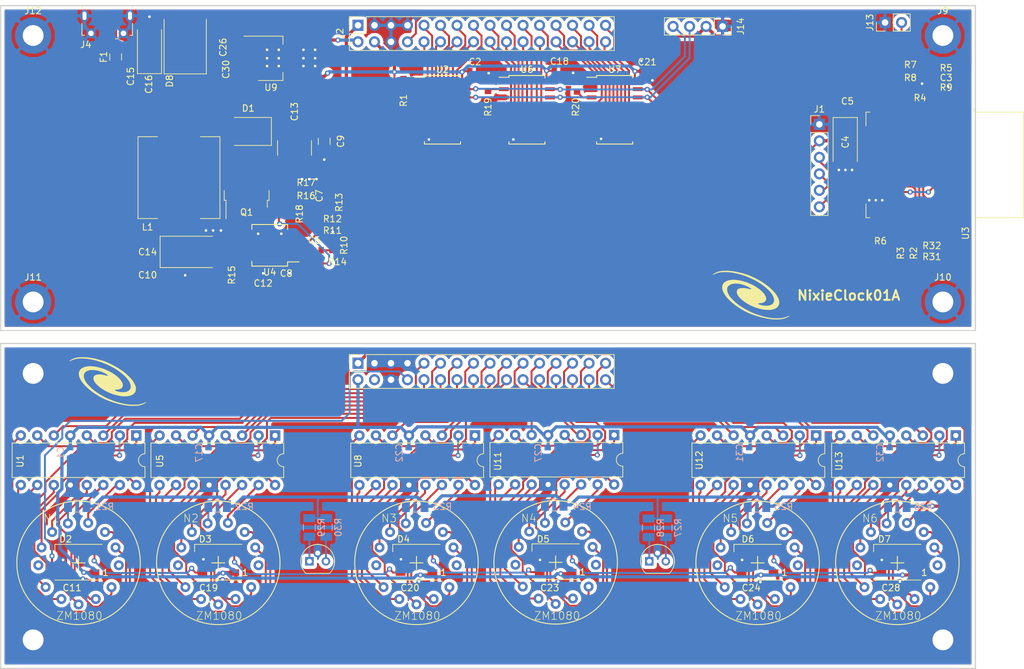
<source format=kicad_pcb>
(kicad_pcb (version 20171130) (host pcbnew "(5.0.0-rc2-63-gd4393b281)")
  (layers (0 F.Cu signal) (31 B.Cu signal) (34 B.Paste user) (35 F.Paste user) (36 B.SilkS user) (37 F.SilkS user) (38 B.Mask user) (39 F.Mask user) (44 Edge.Cuts user))
  (net 0 "")
  (net 1 GND)
  (net 2 +5V)
  (net 3 +3V3)
  (net 4 /RST)
  (net 5 "Net-(R1-Pad2)")
  (net 6 /GPIO0)
  (net 7 /GPIO2)
  (net 8 /EN)
  (net 9 /GPIO15)
  (net 10 /ADC)
  (net 11 "Net-(R9-Pad2)")
  (net 12 /A3)
  (net 13 /A2)
  (net 14 /A4)
  (net 15 /A1)
  (net 16 /B1)
  (net 17 /B2)
  (net 18 /B3)
  (net 19 /B4)
  (net 20 "Net-(U2-Pad13)")
  (net 21 /SCL)
  (net 22 /SDA)
  (net 23 "Net-(U3-Pad5)")
  (net 24 "Net-(U3-Pad6)")
  (net 25 "Net-(C6-Pad1)")
  (net 26 "Net-(C6-Pad2)")
  (net 27 "Net-(C7-Pad2)")
  (net 28 "Net-(C8-Pad2)")
  (net 29 /Uanode)
  (net 30 "Net-(N1-Pad6)")
  (net 31 "Net-(N1-Pad5)")
  (net 32 "Net-(N1-Pad7)")
  (net 33 "Net-(N1-Pad12)")
  (net 34 "Net-(N1-Pad9)")
  (net 35 "Net-(N1-Pad10)")
  (net 36 "Net-(N1-Pad3)")
  (net 37 "Net-(N1-Pad2)")
  (net 38 "Net-(N1-Pad1)")
  (net 39 "Net-(N1-Pad11)")
  (net 40 "Net-(N1-Pad8)")
  (net 41 "Net-(N1-Pad4)")
  (net 42 "Net-(R15-Pad1)")
  (net 43 "Net-(D1-Pad2)")
  (net 44 "Net-(Q1-Pad1)")
  (net 45 "Net-(Q1-Pad3)")
  (net 46 /RX)
  (net 47 /TX)
  (net 48 "Net-(N2-Pad5)")
  (net 49 "Net-(N2-Pad9)")
  (net 50 "Net-(N2-Pad12)")
  (net 51 "Net-(N2-Pad2)")
  (net 52 "Net-(N2-Pad3)")
  (net 53 "Net-(N2-Pad4)")
  (net 54 "Net-(N2-Pad11)")
  (net 55 "Net-(N2-Pad10)")
  (net 56 "Net-(N2-Pad8)")
  (net 57 "Net-(N2-Pad6)")
  (net 58 "Net-(N2-Pad1)")
  (net 59 "Net-(N2-Pad7)")
  (net 60 /NeoPix)
  (net 61 "Net-(D2-Pad2)")
  (net 62 "Net-(D3-Pad2)")
  (net 63 "Net-(D4-Pad2)")
  (net 64 "Net-(D5-Pad2)")
  (net 65 "Net-(D6-Pad2)")
  (net 66 "Net-(D7-Pad2)")
  (net 67 "Net-(N2-Pad13)")
  (net 68 "Net-(N3-Pad5)")
  (net 69 "Net-(N3-Pad9)")
  (net 70 "Net-(N3-Pad12)")
  (net 71 "Net-(N3-Pad2)")
  (net 72 "Net-(N3-Pad3)")
  (net 73 "Net-(N3-Pad4)")
  (net 74 "Net-(N3-Pad11)")
  (net 75 "Net-(N3-Pad10)")
  (net 76 "Net-(N3-Pad13)")
  (net 77 "Net-(N3-Pad8)")
  (net 78 "Net-(N3-Pad6)")
  (net 79 "Net-(N3-Pad1)")
  (net 80 "Net-(N3-Pad7)")
  (net 81 "Net-(N4-Pad7)")
  (net 82 "Net-(N4-Pad1)")
  (net 83 "Net-(N4-Pad6)")
  (net 84 "Net-(N4-Pad8)")
  (net 85 "Net-(N4-Pad13)")
  (net 86 "Net-(N4-Pad10)")
  (net 87 "Net-(N4-Pad11)")
  (net 88 "Net-(N4-Pad4)")
  (net 89 "Net-(N4-Pad3)")
  (net 90 "Net-(N4-Pad2)")
  (net 91 "Net-(N4-Pad12)")
  (net 92 "Net-(N4-Pad9)")
  (net 93 "Net-(N4-Pad5)")
  (net 94 "Net-(N5-Pad5)")
  (net 95 "Net-(N5-Pad9)")
  (net 96 "Net-(N5-Pad12)")
  (net 97 "Net-(N5-Pad2)")
  (net 98 "Net-(N5-Pad3)")
  (net 99 "Net-(N5-Pad4)")
  (net 100 "Net-(N5-Pad11)")
  (net 101 "Net-(N5-Pad10)")
  (net 102 "Net-(N5-Pad13)")
  (net 103 "Net-(N5-Pad8)")
  (net 104 "Net-(N5-Pad6)")
  (net 105 "Net-(N5-Pad1)")
  (net 106 "Net-(N5-Pad7)")
  (net 107 "Net-(N6-Pad7)")
  (net 108 "Net-(N6-Pad1)")
  (net 109 "Net-(N6-Pad6)")
  (net 110 "Net-(N6-Pad8)")
  (net 111 "Net-(N6-Pad13)")
  (net 112 "Net-(N6-Pad10)")
  (net 113 "Net-(N6-Pad11)")
  (net 114 "Net-(N6-Pad4)")
  (net 115 "Net-(N6-Pad3)")
  (net 116 "Net-(N6-Pad2)")
  (net 117 "Net-(N6-Pad12)")
  (net 118 "Net-(N6-Pad9)")
  (net 119 "Net-(N6-Pad5)")
  (net 120 "Net-(R19-Pad2)")
  (net 121 "Net-(R20-Pad2)")
  (net 122 "Net-(U6-Pad13)")
  (net 123 /D4)
  (net 124 /D3)
  (net 125 /D2)
  (net 126 /D1)
  (net 127 /C4)
  (net 128 /C3)
  (net 129 /C2)
  (net 130 /C1)
  (net 131 /E1)
  (net 132 /E2)
  (net 133 /E3)
  (net 134 /E4)
  (net 135 /F1)
  (net 136 /F2)
  (net 137 /F3)
  (net 138 /F4)
  (net 139 "Net-(U7-Pad13)")
  (net 140 "Net-(N1-Pad13)")
  (net 141 "Net-(F1-Pad2)")
  (net 142 "Net-(J4-Pad2)")
  (net 143 "Net-(J4-Pad4)")
  (net 144 "Net-(J4-Pad3)")
  (net 145 /ADC-IN)
  (net 146 "Net-(LA1-Pad3)")
  (net 147 "Net-(LA1-Pad1)")
  (net 148 "Net-(LA2-Pad3)")
  (net 149 "Net-(LA2-Pad1)")
  (module riske-lib:ZM1080 (layer F.Cu) (at 228.990734 142.151499 180)
    (fp_text reference N6 (at 5.490734 6.151499) (layer F.SilkS) (effects (font (size 1.2065 1.2065) (thickness 0.1016)) (justify left bottom)))
    (fp_text value ZM1080 (at 3.490734 -8.848501) (layer F.SilkS) (effects (font (size 1.2065 1.2065) (thickness 0.1016)) (justify left bottom)))
    (pad 7 thru_hole circle (at 0 -6.4) (size 1.524 1.524) (drill 0.762) (layers *.Cu *.Mask) (net 107 "Net-(N6-Pad7)"))
    (pad 1 thru_hole circle (at -1.4798 6.138) (size 1.524 1.524) (drill 0.762) (layers *.Cu *.Mask) (net 108 "Net-(N6-Pad1)"))
    (pad 6 thru_hole circle (at -2.645 -5.568) (size 1.524 1.524) (drill 0.762) (layers *.Cu *.Mask) (net 109 "Net-(N6-Pad6)"))
    (pad 8 thru_hole circle (at 2.645 -5.568) (size 1.524 1.524) (drill 0.762) (layers *.Cu *.Mask) (net 110 "Net-(N6-Pad8)"))
    (pad 13 thru_hole circle (at 1.645 6.068) (size 1.524 1.524) (drill 0.762) (layers *.Cu *.Mask) (net 111 "Net-(N6-Pad13)"))
    (pad 10 thru_hole circle (at 6.189 -0.369) (size 1.524 1.524) (drill 0.762) (layers *.Cu *.Mask) (net 112 "Net-(N6-Pad10)"))
    (pad 11 thru_hole circle (at 5.689 2.369) (size 1.524 1.524) (drill 0.762) (layers *.Cu *.Mask) (net 113 "Net-(N6-Pad11)"))
    (pad 4 thru_hole circle (at -6.189 -0.369) (size 1.524 1.524) (drill 0.762) (layers *.Cu *.Mask) (net 114 "Net-(N6-Pad4)"))
    (pad 3 thru_hole circle (at -5.689 2.369) (size 1.524 1.524) (drill 0.762) (layers *.Cu *.Mask) (net 115 "Net-(N6-Pad3)"))
    (pad 2 thru_hole circle (at -4.067 4.737) (size 1.524 1.524) (drill 0.762) (layers *.Cu *.Mask) (net 116 "Net-(N6-Pad2)"))
    (pad 12 thru_hole circle (at 4.067 4.737) (size 1.524 1.524) (drill 0.762) (layers *.Cu *.Mask) (net 117 "Net-(N6-Pad12)"))
    (pad 9 thru_hole circle (at 5.067 -3.737) (size 1.524 1.524) (drill 0.762) (layers *.Cu *.Mask) (net 118 "Net-(N6-Pad9)"))
    (pad 5 thru_hole circle (at -5.067 -3.737 90) (size 1.524 1.524) (drill 0.762) (layers *.Cu *.Mask) (net 119 "Net-(N6-Pad5)"))
  )
  (module riske-lib:ZM1080 (layer F.Cu) (at 207.490734 142.151499 180)
    (fp_text reference N5 (at 5.490734 6.151499) (layer F.SilkS) (effects (font (size 1.2065 1.2065) (thickness 0.1016)) (justify left bottom)))
    (fp_text value ZM1080 (at 3.490734 -8.848501) (layer F.SilkS) (effects (font (size 1.2065 1.2065) (thickness 0.1016)) (justify left bottom)))
    (pad 7 thru_hole circle (at 0 -6.4) (size 1.524 1.524) (drill 0.762) (layers *.Cu *.Mask) (net 106 "Net-(N5-Pad7)"))
    (pad 1 thru_hole circle (at -1.4798 6.138) (size 1.524 1.524) (drill 0.762) (layers *.Cu *.Mask) (net 105 "Net-(N5-Pad1)"))
    (pad 6 thru_hole circle (at -2.645 -5.568) (size 1.524 1.524) (drill 0.762) (layers *.Cu *.Mask) (net 104 "Net-(N5-Pad6)"))
    (pad 8 thru_hole circle (at 2.645 -5.568) (size 1.524 1.524) (drill 0.762) (layers *.Cu *.Mask) (net 103 "Net-(N5-Pad8)"))
    (pad 13 thru_hole circle (at 1.645 6.068) (size 1.524 1.524) (drill 0.762) (layers *.Cu *.Mask) (net 102 "Net-(N5-Pad13)"))
    (pad 10 thru_hole circle (at 6.189 -0.369) (size 1.524 1.524) (drill 0.762) (layers *.Cu *.Mask) (net 101 "Net-(N5-Pad10)"))
    (pad 11 thru_hole circle (at 5.689 2.369) (size 1.524 1.524) (drill 0.762) (layers *.Cu *.Mask) (net 100 "Net-(N5-Pad11)"))
    (pad 4 thru_hole circle (at -6.189 -0.369) (size 1.524 1.524) (drill 0.762) (layers *.Cu *.Mask) (net 99 "Net-(N5-Pad4)"))
    (pad 3 thru_hole circle (at -5.689 2.369) (size 1.524 1.524) (drill 0.762) (layers *.Cu *.Mask) (net 98 "Net-(N5-Pad3)"))
    (pad 2 thru_hole circle (at -4.067 4.737) (size 1.524 1.524) (drill 0.762) (layers *.Cu *.Mask) (net 97 "Net-(N5-Pad2)"))
    (pad 12 thru_hole circle (at 4.067 4.737) (size 1.524 1.524) (drill 0.762) (layers *.Cu *.Mask) (net 96 "Net-(N5-Pad12)"))
    (pad 9 thru_hole circle (at 5.067 -3.737) (size 1.524 1.524) (drill 0.762) (layers *.Cu *.Mask) (net 95 "Net-(N5-Pad9)"))
    (pad 5 thru_hole circle (at -5.067 -3.737 90) (size 1.524 1.524) (drill 0.762) (layers *.Cu *.Mask) (net 94 "Net-(N5-Pad5)"))
  )
  (module riske-lib:ZM1080 (layer F.Cu) (at 176.41109 142.0737 180)
    (fp_text reference N4 (at 5.41109 6.0737) (layer F.SilkS) (effects (font (size 1.2065 1.2065) (thickness 0.1016)) (justify left bottom)))
    (fp_text value ZM1080 (at 3.41109 -8.9263) (layer F.SilkS) (effects (font (size 1.2065 1.2065) (thickness 0.1016)) (justify left bottom)))
    (pad 7 thru_hole circle (at 0 -6.4) (size 1.524 1.524) (drill 0.762) (layers *.Cu *.Mask) (net 81 "Net-(N4-Pad7)"))
    (pad 1 thru_hole circle (at -1.4798 6.138) (size 1.524 1.524) (drill 0.762) (layers *.Cu *.Mask) (net 82 "Net-(N4-Pad1)"))
    (pad 6 thru_hole circle (at -2.645 -5.568) (size 1.524 1.524) (drill 0.762) (layers *.Cu *.Mask) (net 83 "Net-(N4-Pad6)"))
    (pad 8 thru_hole circle (at 2.645 -5.568) (size 1.524 1.524) (drill 0.762) (layers *.Cu *.Mask) (net 84 "Net-(N4-Pad8)"))
    (pad 13 thru_hole circle (at 1.645 6.068) (size 1.524 1.524) (drill 0.762) (layers *.Cu *.Mask) (net 85 "Net-(N4-Pad13)"))
    (pad 10 thru_hole circle (at 6.189 -0.369) (size 1.524 1.524) (drill 0.762) (layers *.Cu *.Mask) (net 86 "Net-(N4-Pad10)"))
    (pad 11 thru_hole circle (at 5.689 2.369) (size 1.524 1.524) (drill 0.762) (layers *.Cu *.Mask) (net 87 "Net-(N4-Pad11)"))
    (pad 4 thru_hole circle (at -6.189 -0.369) (size 1.524 1.524) (drill 0.762) (layers *.Cu *.Mask) (net 88 "Net-(N4-Pad4)"))
    (pad 3 thru_hole circle (at -5.689 2.369) (size 1.524 1.524) (drill 0.762) (layers *.Cu *.Mask) (net 89 "Net-(N4-Pad3)"))
    (pad 2 thru_hole circle (at -4.067 4.737) (size 1.524 1.524) (drill 0.762) (layers *.Cu *.Mask) (net 90 "Net-(N4-Pad2)"))
    (pad 12 thru_hole circle (at 4.067 4.737) (size 1.524 1.524) (drill 0.762) (layers *.Cu *.Mask) (net 91 "Net-(N4-Pad12)"))
    (pad 9 thru_hole circle (at 5.067 -3.737) (size 1.524 1.524) (drill 0.762) (layers *.Cu *.Mask) (net 92 "Net-(N4-Pad9)"))
    (pad 5 thru_hole circle (at -5.067 -3.737 90) (size 1.524 1.524) (drill 0.762) (layers *.Cu *.Mask) (net 93 "Net-(N4-Pad5)"))
  )
  (module riske-lib:ZM1080 (layer F.Cu) (at 154.990734 142.151499 180)
    (fp_text reference N3 (at 5.490734 6.151499) (layer F.SilkS) (effects (font (size 1.2065 1.2065) (thickness 0.1016)) (justify left bottom)))
    (fp_text value ZM1080 (at 3.490734 -8.848501) (layer F.SilkS) (effects (font (size 1.2065 1.2065) (thickness 0.1016)) (justify left bottom)))
    (pad 7 thru_hole circle (at 0 -6.4) (size 1.524 1.524) (drill 0.762) (layers *.Cu *.Mask) (net 80 "Net-(N3-Pad7)"))
    (pad 1 thru_hole circle (at -1.4798 6.138) (size 1.524 1.524) (drill 0.762) (layers *.Cu *.Mask) (net 79 "Net-(N3-Pad1)"))
    (pad 6 thru_hole circle (at -2.645 -5.568) (size 1.524 1.524) (drill 0.762) (layers *.Cu *.Mask) (net 78 "Net-(N3-Pad6)"))
    (pad 8 thru_hole circle (at 2.645 -5.568) (size 1.524 1.524) (drill 0.762) (layers *.Cu *.Mask) (net 77 "Net-(N3-Pad8)"))
    (pad 13 thru_hole circle (at 1.645 6.068) (size 1.524 1.524) (drill 0.762) (layers *.Cu *.Mask) (net 76 "Net-(N3-Pad13)"))
    (pad 10 thru_hole circle (at 6.189 -0.369) (size 1.524 1.524) (drill 0.762) (layers *.Cu *.Mask) (net 75 "Net-(N3-Pad10)"))
    (pad 11 thru_hole circle (at 5.689 2.369) (size 1.524 1.524) (drill 0.762) (layers *.Cu *.Mask) (net 74 "Net-(N3-Pad11)"))
    (pad 4 thru_hole circle (at -6.189 -0.369) (size 1.524 1.524) (drill 0.762) (layers *.Cu *.Mask) (net 73 "Net-(N3-Pad4)"))
    (pad 3 thru_hole circle (at -5.689 2.369) (size 1.524 1.524) (drill 0.762) (layers *.Cu *.Mask) (net 72 "Net-(N3-Pad3)"))
    (pad 2 thru_hole circle (at -4.067 4.737) (size 1.524 1.524) (drill 0.762) (layers *.Cu *.Mask) (net 71 "Net-(N3-Pad2)"))
    (pad 12 thru_hole circle (at 4.067 4.737) (size 1.524 1.524) (drill 0.762) (layers *.Cu *.Mask) (net 70 "Net-(N3-Pad12)"))
    (pad 9 thru_hole circle (at 5.067 -3.737) (size 1.524 1.524) (drill 0.762) (layers *.Cu *.Mask) (net 69 "Net-(N3-Pad9)"))
    (pad 5 thru_hole circle (at -5.067 -3.737 90) (size 1.524 1.524) (drill 0.762) (layers *.Cu *.Mask) (net 68 "Net-(N3-Pad5)"))
  )
  (module riske-lib:ZM1080 (layer F.Cu) (at 124.490734 142.151499 180)
    (fp_text reference N2 (at 5.490734 6.151499) (layer F.SilkS) (effects (font (size 1.2065 1.2065) (thickness 0.1016)) (justify left bottom)))
    (fp_text value ZM1080 (at 3.490734 -8.848501) (layer F.SilkS) (effects (font (size 1.2065 1.2065) (thickness 0.1016)) (justify left bottom)))
    (pad 7 thru_hole circle (at 0 -6.4) (size 1.524 1.524) (drill 0.762) (layers *.Cu *.Mask) (net 59 "Net-(N2-Pad7)"))
    (pad 1 thru_hole circle (at -1.4798 6.138) (size 1.524 1.524) (drill 0.762) (layers *.Cu *.Mask) (net 58 "Net-(N2-Pad1)"))
    (pad 6 thru_hole circle (at -2.645 -5.568) (size 1.524 1.524) (drill 0.762) (layers *.Cu *.Mask) (net 57 "Net-(N2-Pad6)"))
    (pad 8 thru_hole circle (at 2.645 -5.568) (size 1.524 1.524) (drill 0.762) (layers *.Cu *.Mask) (net 56 "Net-(N2-Pad8)"))
    (pad 13 thru_hole circle (at 1.645 6.068) (size 1.524 1.524) (drill 0.762) (layers *.Cu *.Mask) (net 67 "Net-(N2-Pad13)"))
    (pad 10 thru_hole circle (at 6.189 -0.369) (size 1.524 1.524) (drill 0.762) (layers *.Cu *.Mask) (net 55 "Net-(N2-Pad10)"))
    (pad 11 thru_hole circle (at 5.689 2.369) (size 1.524 1.524) (drill 0.762) (layers *.Cu *.Mask) (net 54 "Net-(N2-Pad11)"))
    (pad 4 thru_hole circle (at -6.189 -0.369) (size 1.524 1.524) (drill 0.762) (layers *.Cu *.Mask) (net 53 "Net-(N2-Pad4)"))
    (pad 3 thru_hole circle (at -5.689 2.369) (size 1.524 1.524) (drill 0.762) (layers *.Cu *.Mask) (net 52 "Net-(N2-Pad3)"))
    (pad 2 thru_hole circle (at -4.067 4.737) (size 1.524 1.524) (drill 0.762) (layers *.Cu *.Mask) (net 51 "Net-(N2-Pad2)"))
    (pad 12 thru_hole circle (at 4.067 4.737) (size 1.524 1.524) (drill 0.762) (layers *.Cu *.Mask) (net 50 "Net-(N2-Pad12)"))
    (pad 9 thru_hole circle (at 5.067 -3.737) (size 1.524 1.524) (drill 0.762) (layers *.Cu *.Mask) (net 49 "Net-(N2-Pad9)"))
    (pad 5 thru_hole circle (at -5.067 -3.737 90) (size 1.524 1.524) (drill 0.762) (layers *.Cu *.Mask) (net 48 "Net-(N2-Pad5)"))
  )
  (module riske-lib:ZM1080 (layer F.Cu) (at 102.990734 142.151499 180)
    (fp_text reference N1 (at 5.490734 6.151499) (layer F.SilkS) (effects (font (size 1.2065 1.2065) (thickness 0.1016)) (justify left bottom)))
    (fp_text value ZM1080 (at 3.490734 -8.848501) (layer F.SilkS) (effects (font (size 1.2065 1.2065) (thickness 0.1016)) (justify left bottom)))
    (pad 7 thru_hole circle (at 0 -6.4) (size 1.524 1.524) (drill 0.762) (layers *.Cu *.Mask) (net 32 "Net-(N1-Pad7)"))
    (pad 1 thru_hole circle (at -1.4798 6.138) (size 1.524 1.524) (drill 0.762) (layers *.Cu *.Mask) (net 38 "Net-(N1-Pad1)"))
    (pad 6 thru_hole circle (at -2.645 -5.568) (size 1.524 1.524) (drill 0.762) (layers *.Cu *.Mask) (net 30 "Net-(N1-Pad6)"))
    (pad 8 thru_hole circle (at 2.645 -5.568) (size 1.524 1.524) (drill 0.762) (layers *.Cu *.Mask) (net 40 "Net-(N1-Pad8)"))
    (pad 13 thru_hole circle (at 1.645 6.068) (size 1.524 1.524) (drill 0.762) (layers *.Cu *.Mask) (net 140 "Net-(N1-Pad13)"))
    (pad 10 thru_hole circle (at 6.189 -0.369) (size 1.524 1.524) (drill 0.762) (layers *.Cu *.Mask) (net 35 "Net-(N1-Pad10)"))
    (pad 11 thru_hole circle (at 5.689 2.369) (size 1.524 1.524) (drill 0.762) (layers *.Cu *.Mask) (net 39 "Net-(N1-Pad11)"))
    (pad 4 thru_hole circle (at -6.189 -0.369) (size 1.524 1.524) (drill 0.762) (layers *.Cu *.Mask) (net 41 "Net-(N1-Pad4)"))
    (pad 3 thru_hole circle (at -5.689 2.369) (size 1.524 1.524) (drill 0.762) (layers *.Cu *.Mask) (net 36 "Net-(N1-Pad3)"))
    (pad 2 thru_hole circle (at -4.067 4.737) (size 1.524 1.524) (drill 0.762) (layers *.Cu *.Mask) (net 37 "Net-(N1-Pad2)"))
    (pad 12 thru_hole circle (at 4.067 4.737) (size 1.524 1.524) (drill 0.762) (layers *.Cu *.Mask) (net 33 "Net-(N1-Pad12)"))
    (pad 9 thru_hole circle (at 5.067 -3.737) (size 1.524 1.524) (drill 0.762) (layers *.Cu *.Mask) (net 34 "Net-(N1-Pad9)"))
    (pad 5 thru_hole circle (at -5.067 -3.737 90) (size 1.524 1.524) (drill 0.762) (layers *.Cu *.Mask) (net 31 "Net-(N1-Pad5)"))
  )
  (module Package_TO_SOT_THT:TO-92 (layer F.Cu) (at 190.819285 141.9175)
    (fp_text reference LA1)
    (fp_text value Lamp_Neon)
    (pad 2 thru_hole circle (at 1.27 -1.27 90) (size 1.3 1.3) (drill 0.75) (layers *.Cu *.Mask) (net 1 GND))
    (pad 3 thru_hole circle (at 2.54 0 90) (size 1.3 1.3) (drill 0.75) (layers *.Cu *.Mask) (net 146 "Net-(LA1-Pad3)"))
    (pad 1 thru_hole rect (at 0 0 90) (size 1.3 1.3) (drill 0.75) (layers *.Cu *.Mask) (net 147 "Net-(LA1-Pad1)"))
  )
  (module Package_DIP:DIP-16_W7.62mm (layer F.Cu) (at 133.230734 122.551499 270)
    (fp_text reference U5 (at 3.948501 17.730734 270) (layer F.SilkS))
    (fp_text value 74141)
    (pad 1 thru_hole rect (at 0 0 270) (size 1.6 1.6) (drill 0.8) (layers *.Cu *.Mask) (net 49 "Net-(N2-Pad9)"))
    (pad 9 thru_hole oval (at 7.62 17.78 270) (size 1.6 1.6) (drill 0.8) (layers *.Cu *.Mask) (net 52 "Net-(N2-Pad3)"))
    (pad 2 thru_hole oval (at 0 2.54 270) (size 1.6 1.6) (drill 0.8) (layers *.Cu *.Mask) (net 54 "Net-(N2-Pad11)"))
    (pad 10 thru_hole oval (at 7.62 15.24 270) (size 1.6 1.6) (drill 0.8) (layers *.Cu *.Mask) (net 56 "Net-(N2-Pad8)"))
    (pad 3 thru_hole oval (at 0 5.08 270) (size 1.6 1.6) (drill 0.8) (layers *.Cu *.Mask) (net 16 /B1))
    (pad 11 thru_hole oval (at 7.62 12.7 270) (size 1.6 1.6) (drill 0.8) (layers *.Cu *.Mask) (net 59 "Net-(N2-Pad7)"))
    (pad 4 thru_hole oval (at 0 7.62 270) (size 1.6 1.6) (drill 0.8) (layers *.Cu *.Mask) (net 19 /B4))
    (pad 12 thru_hole oval (at 7.62 10.16 270) (size 1.6 1.6) (drill 0.8) (layers *.Cu *.Mask) (net 1 GND))
    (pad 5 thru_hole oval (at 0 10.16 270) (size 1.6 1.6) (drill 0.8) (layers *.Cu *.Mask) (net 2 +5V))
    (pad 13 thru_hole oval (at 7.62 7.62 270) (size 1.6 1.6) (drill 0.8) (layers *.Cu *.Mask) (net 48 "Net-(N2-Pad5)"))
    (pad 6 thru_hole oval (at 0 12.7 270) (size 1.6 1.6) (drill 0.8) (layers *.Cu *.Mask) (net 17 /B2))
    (pad 14 thru_hole oval (at 7.62 5.08 270) (size 1.6 1.6) (drill 0.8) (layers *.Cu *.Mask) (net 57 "Net-(N2-Pad6)"))
    (pad 7 thru_hole oval (at 0 15.24 270) (size 1.6 1.6) (drill 0.8) (layers *.Cu *.Mask) (net 18 /B3))
    (pad 15 thru_hole oval (at 7.62 2.54 270) (size 1.6 1.6) (drill 0.8) (layers *.Cu *.Mask) (net 58 "Net-(N2-Pad1)"))
    (pad 8 thru_hole oval (at 0 17.78 270) (size 1.6 1.6) (drill 0.8) (layers *.Cu *.Mask) (net 51 "Net-(N2-Pad2)"))
    (pad 16 thru_hole oval (at 7.62 0 270) (size 1.6 1.6) (drill 0.8) (layers *.Cu *.Mask) (net 50 "Net-(N2-Pad12)"))
  )
  (module Connector_PinSocket_2.54mm:PinSocket_2x16_P2.54mm_Vertical (layer F.Cu) (at 145.990379 111.429297 90)
    (fp_text reference J3)
    (fp_text value Conn_02x16_Odd_Even)
    (pad 1 thru_hole rect (at 0 0 90) (size 1.7 1.7) (drill 1) (layers *.Cu *.Mask) (net 29 /Uanode))
    (pad 2 thru_hole oval (at -2.54 0 90) (size 1.7 1.7) (drill 1) (layers *.Cu *.Mask) (net 2 +5V))
    (pad 3 thru_hole oval (at 0 2.54 90) (size 1.7 1.7) (drill 1) (layers *.Cu *.Mask) (net 1 GND))
    (pad 4 thru_hole oval (at -2.54 2.54 90) (size 1.7 1.7) (drill 1) (layers *.Cu *.Mask) (net 3 +3V3))
    (pad 5 thru_hole oval (at 0 5.08 90) (size 1.7 1.7) (drill 1) (layers *.Cu *.Mask) (net 1 GND))
    (pad 6 thru_hole oval (at -2.54 5.08 90) (size 1.7 1.7) (drill 1) (layers *.Cu *.Mask) (net 1 GND))
    (pad 7 thru_hole oval (at 0 7.62 90) (size 1.7 1.7) (drill 1) (layers *.Cu *.Mask) (net 1 GND))
    (pad 8 thru_hole oval (at -2.54 7.62 90) (size 1.7 1.7) (drill 1) (layers *.Cu *.Mask) (net 60 /NeoPix))
    (pad 9 thru_hole oval (at 0 10.16 90) (size 1.7 1.7) (drill 1) (layers *.Cu *.Mask) (net 13 /A2))
    (pad 10 thru_hole oval (at -2.54 10.16 90) (size 1.7 1.7) (drill 1) (layers *.Cu *.Mask) (net 15 /A1))
    (pad 11 thru_hole oval (at 0 12.7 90) (size 1.7 1.7) (drill 1) (layers *.Cu *.Mask) (net 14 /A4))
    (pad 12 thru_hole oval (at -2.54 12.7 90) (size 1.7 1.7) (drill 1) (layers *.Cu *.Mask) (net 12 /A3))
    (pad 13 thru_hole oval (at 0 15.24 90) (size 1.7 1.7) (drill 1) (layers *.Cu *.Mask) (net 17 /B2))
    (pad 14 thru_hole oval (at -2.54 15.24 90) (size 1.7 1.7) (drill 1) (layers *.Cu *.Mask) (net 16 /B1))
    (pad 15 thru_hole oval (at 0 17.78 90) (size 1.7 1.7) (drill 1) (layers *.Cu *.Mask) (net 19 /B4))
    (pad 16 thru_hole oval (at -2.54 17.78 90) (size 1.7 1.7) (drill 1) (layers *.Cu *.Mask) (net 18 /B3))
    (pad 17 thru_hole oval (at 0 20.32 90) (size 1.7 1.7) (drill 1) (layers *.Cu *.Mask) (net 129 /C2))
    (pad 18 thru_hole oval (at -2.54 20.32 90) (size 1.7 1.7) (drill 1) (layers *.Cu *.Mask) (net 130 /C1))
    (pad 19 thru_hole oval (at 0 22.86 90) (size 1.7 1.7) (drill 1) (layers *.Cu *.Mask) (net 127 /C4))
    (pad 20 thru_hole oval (at -2.54 22.86 90) (size 1.7 1.7) (drill 1) (layers *.Cu *.Mask) (net 128 /C3))
    (pad 21 thru_hole oval (at 0 25.4 90) (size 1.7 1.7) (drill 1) (layers *.Cu *.Mask) (net 125 /D2))
    (pad 22 thru_hole oval (at -2.54 25.4 90) (size 1.7 1.7) (drill 1) (layers *.Cu *.Mask) (net 126 /D1))
    (pad 23 thru_hole oval (at 0 27.94 90) (size 1.7 1.7) (drill 1) (layers *.Cu *.Mask) (net 123 /D4))
    (pad 24 thru_hole oval (at -2.54 27.94 90) (size 1.7 1.7) (drill 1) (layers *.Cu *.Mask) (net 124 /D3))
    (pad 25 thru_hole oval (at 0 30.48 90) (size 1.7 1.7) (drill 1) (layers *.Cu *.Mask) (net 132 /E2))
    (pad 26 thru_hole oval (at -2.54 30.48 90) (size 1.7 1.7) (drill 1) (layers *.Cu *.Mask) (net 131 /E1))
    (pad 27 thru_hole oval (at 0 33.02 90) (size 1.7 1.7) (drill 1) (layers *.Cu *.Mask) (net 134 /E4))
    (pad 28 thru_hole oval (at -2.54 33.02 90) (size 1.7 1.7) (drill 1) (layers *.Cu *.Mask) (net 133 /E3))
    (pad 29 thru_hole oval (at 0 35.56 90) (size 1.7 1.7) (drill 1) (layers *.Cu *.Mask) (net 136 /F2))
    (pad 30 thru_hole oval (at -2.54 35.56 90) (size 1.7 1.7) (drill 1) (layers *.Cu *.Mask) (net 135 /F1))
    (pad 31 thru_hole oval (at 0 38.1 90) (size 1.7 1.7) (drill 1) (layers *.Cu *.Mask) (net 138 /F4))
    (pad 32 thru_hole oval (at -2.54 38.1 90) (size 1.7 1.7) (drill 1) (layers *.Cu *.Mask) (net 137 /F3))
  )
  (module Package_SO:SOIC-16W_5.3x10.2mm_P1.27mm (layer F.Cu) (at 158.990379 72.429297)
    (fp_text reference U2 (at 0 -6.2) (layer F.SilkS))
    (fp_text value PCF8574)
    (pad 1 smd rect (at -3.55 -4.445) (size 1.5 0.6) (layers F.Cu F.Paste F.Mask) (net 5 "Net-(R1-Pad2)"))
    (pad 2 smd rect (at -3.55 -3.175) (size 1.5 0.6) (layers F.Cu F.Paste F.Mask) (net 1 GND))
    (pad 3 smd rect (at -3.55 -1.905) (size 1.5 0.6) (layers F.Cu F.Paste F.Mask) (net 1 GND))
    (pad 4 smd rect (at -3.55 -0.635) (size 1.5 0.6) (layers F.Cu F.Paste F.Mask) (net 15 /A1))
    (pad 5 smd rect (at -3.55 0.635) (size 1.5 0.6) (layers F.Cu F.Paste F.Mask) (net 13 /A2))
    (pad 6 smd rect (at -3.55 1.905) (size 1.5 0.6) (layers F.Cu F.Paste F.Mask) (net 12 /A3))
    (pad 7 smd rect (at -3.55 3.175) (size 1.5 0.6) (layers F.Cu F.Paste F.Mask) (net 14 /A4))
    (pad 8 smd rect (at -3.55 4.445) (size 1.5 0.6) (layers F.Cu F.Paste F.Mask) (net 1 GND))
    (pad 9 smd rect (at 3.55 4.445) (size 1.5 0.6) (layers F.Cu F.Paste F.Mask) (net 16 /B1))
    (pad 10 smd rect (at 3.55 3.175) (size 1.5 0.6) (layers F.Cu F.Paste F.Mask) (net 17 /B2))
    (pad 11 smd rect (at 3.55 1.905) (size 1.5 0.6) (layers F.Cu F.Paste F.Mask) (net 18 /B3))
    (pad 12 smd rect (at 3.55 0.635) (size 1.5 0.6) (layers F.Cu F.Paste F.Mask) (net 19 /B4))
    (pad 13 smd rect (at 3.55 -0.635) (size 1.5 0.6) (layers F.Cu F.Paste F.Mask) (net 20 "Net-(U2-Pad13)"))
    (pad 14 smd rect (at 3.55 -1.905) (size 1.5 0.6) (layers F.Cu F.Paste F.Mask) (net 21 /SCL))
    (pad 15 smd rect (at 3.55 -3.175) (size 1.5 0.6) (layers F.Cu F.Paste F.Mask) (net 22 /SDA))
    (pad 16 smd rect (at 3.55 -4.445) (size 1.5 0.6) (layers F.Cu F.Paste F.Mask) (net 3 +3V3))
  )
  (module Resistor_SMD:R_0603_1608Metric (layer F.Cu) (at 126.568379 94.809297 270)
    (fp_text reference R15 (at 3.048 0 270) (layer F.SilkS))
    (fp_text value 40k)
    (pad 2 smd rect (at 0.8 0 270) (size 0.82 1) (layers F.Cu F.Paste F.Mask) (net 1 GND))
    (pad 1 smd rect (at -0.8 0 270) (size 0.82 1) (layers F.Cu F.Paste F.Mask) (net 42 "Net-(R15-Pad1)"))
  )
  (module Capacitor_SMD:C_0603_1608Metric (layer B.Cu) (at 101.690379 125.229297 270)
    (fp_text reference C1 (at 0 1.45 270) (layer B.SilkS) (effects (justify mirror)))
    (fp_text value 100n)
    (pad 2 smd rect (at 0.8 0 270) (size 0.82 1) (layers B.Cu B.Paste B.Mask) (net 1 GND))
    (pad 1 smd rect (at -0.8 0 270) (size 0.82 1) (layers B.Cu B.Paste B.Mask) (net 2 +5V))
  )
  (module Capacitor_SMD:C_0603_1608Metric (layer F.Cu) (at 164 66.5)
    (fp_text reference C2 (at 0 -1.45) (layer F.SilkS))
    (fp_text value 100n)
    (pad 2 smd rect (at 0.8 0) (size 0.82 1) (layers F.Cu F.Paste F.Mask) (net 1 GND))
    (pad 1 smd rect (at -0.8 0) (size 0.82 1) (layers F.Cu F.Paste F.Mask) (net 3 +3V3))
  )
  (module Capacitor_SMD:C_0603_1608Metric (layer F.Cu) (at 238.836703 68.824379 180)
    (fp_text reference C3 (at 2.336703 1.324379 180) (layer F.SilkS))
    (fp_text value 100n)
    (pad 1 smd rect (at -0.8 0 180) (size 0.82 1) (layers F.Cu F.Paste F.Mask) (net 4 /RST))
    (pad 2 smd rect (at 0.8 0 180) (size 0.82 1) (layers F.Cu F.Paste F.Mask) (net 1 GND))
  )
  (module Capacitor_SMD:C_0603_1608Metric (layer F.Cu) (at 221.209103 72.583579 180)
    (fp_text reference C5 (at -0.1016 1.4732 180) (layer F.SilkS))
    (fp_text value 100n)
    (pad 1 smd rect (at -0.8 0 180) (size 0.82 1) (layers F.Cu F.Paste F.Mask) (net 3 +3V3))
    (pad 2 smd rect (at 0.8 0 180) (size 0.82 1) (layers F.Cu F.Paste F.Mask) (net 1 GND))
  )
  (module Resistor_SMD:R_0603_1608Metric (layer F.Cu) (at 152.990379 68.429297 90)
    (fp_text reference R1 (at -2.570703 0.009621 90) (layer F.SilkS))
    (fp_text value R)
    (pad 1 smd rect (at -0.8 0 90) (size 0.82 1) (layers F.Cu F.Paste F.Mask) (net 3 +3V3))
    (pad 2 smd rect (at 0.8 0 90) (size 0.82 1) (layers F.Cu F.Paste F.Mask) (net 5 "Net-(R1-Pad2)"))
  )
  (module Resistor_SMD:R_0603_1608Metric (layer F.Cu) (at 231.851703 91.938379 270)
    (fp_text reference R2 (at 2.561621 0.351703 270) (layer F.SilkS))
    (fp_text value 12k)
    (pad 1 smd rect (at -0.8 0 270) (size 0.82 1) (layers F.Cu F.Paste F.Mask) (net 6 /GPIO0))
    (pad 2 smd rect (at 0.8 0 270) (size 0.82 1) (layers F.Cu F.Paste F.Mask) (net 3 +3V3))
  )
  (module Resistor_SMD:R_0603_1608Metric (layer F.Cu) (at 229.692703 91.938379 270)
    (fp_text reference R3 (at 2.561621 0.192703 270) (layer F.SilkS))
    (fp_text value 12k)
    (pad 2 smd rect (at 0.8 0 270) (size 0.82 1) (layers F.Cu F.Paste F.Mask) (net 3 +3V3))
    (pad 1 smd rect (at -0.8 0 270) (size 0.82 1) (layers F.Cu F.Paste F.Mask) (net 7 /GPIO2))
  )
  (module Resistor_SMD:R_0603_1608Metric (layer F.Cu) (at 235.026703 70.602379 180)
    (fp_text reference R4 (at 2.54 0 180) (layer F.SilkS))
    (fp_text value 12k)
    (pad 1 smd rect (at -0.8 0 180) (size 0.82 1) (layers F.Cu F.Paste F.Mask) (net 8 /EN))
    (pad 2 smd rect (at 0.8 0 180) (size 0.82 1) (layers F.Cu F.Paste F.Mask) (net 3 +3V3))
  )
  (module Resistor_SMD:R_0603_1608Metric (layer F.Cu) (at 238.836703 67.046379 180)
    (fp_text reference R5 (at 2.336703 1.046379 180) (layer F.SilkS))
    (fp_text value 12k)
    (pad 2 smd rect (at 0.8 0 180) (size 0.82 1) (layers F.Cu F.Paste F.Mask) (net 3 +3V3))
    (pad 1 smd rect (at -0.8 0 180) (size 0.82 1) (layers F.Cu F.Paste F.Mask) (net 4 /RST))
  )
  (module Resistor_SMD:R_0603_1608Metric (layer F.Cu) (at 226.898703 91.176379 180)
    (fp_text reference R6 (at 0.508 -1.45 180) (layer F.SilkS))
    (fp_text value 12k)
    (pad 1 smd rect (at -0.8 0 180) (size 0.82 1) (layers F.Cu F.Paste F.Mask) (net 9 /GPIO15))
    (pad 2 smd rect (at 0.8 0 180) (size 0.82 1) (layers F.Cu F.Paste F.Mask) (net 1 GND))
  )
  (module Resistor_SMD:R_0603_1608Metric (layer F.Cu) (at 233.6 65.4)
    (fp_text reference R7 (at -2.6 0.1) (layer F.SilkS))
    (fp_text value 330k)
    (pad 2 smd rect (at 0.8 0) (size 0.82 1) (layers F.Cu F.Paste F.Mask) (net 10 /ADC))
    (pad 1 smd rect (at -0.8 0) (size 0.82 1) (layers F.Cu F.Paste F.Mask) (net 145 /ADC-IN))
  )
  (module Resistor_SMD:R_0603_1608Metric (layer F.Cu) (at 233.6 67.1 180)
    (fp_text reference R8 (at 2.6 -0.4 180) (layer F.SilkS))
    (fp_text value 100k)
    (pad 1 smd rect (at -0.8 0 180) (size 0.82 1) (layers F.Cu F.Paste F.Mask) (net 10 /ADC))
    (pad 2 smd rect (at 0.8 0 180) (size 0.82 1) (layers F.Cu F.Paste F.Mask) (net 1 GND))
  )
  (module Resistor_SMD:R_0603_1608Metric (layer F.Cu) (at 238.836703 70.602379 180)
    (fp_text reference R9 (at 2.336703 1.602379) (layer F.SilkS))
    (fp_text value 470R)
    (pad 2 smd rect (at 0.8 0 180) (size 0.82 1) (layers F.Cu F.Paste F.Mask) (net 11 "Net-(R9-Pad2)"))
    (pad 1 smd rect (at -0.8 0 180) (size 0.82 1) (layers F.Cu F.Paste F.Mask) (net 4 /RST))
  )
  (module Package_DIP:DIP-16_W7.62mm (layer F.Cu) (at 111.880734 122.551499 270)
    (fp_text reference U1 (at 3.948501 17.880734 270) (layer F.SilkS))
    (fp_text value 74141)
    (pad 16 thru_hole oval (at 7.62 0 270) (size 1.6 1.6) (drill 0.8) (layers *.Cu *.Mask) (net 33 "Net-(N1-Pad12)"))
    (pad 8 thru_hole oval (at 0 17.78 270) (size 1.6 1.6) (drill 0.8) (layers *.Cu *.Mask) (net 37 "Net-(N1-Pad2)"))
    (pad 15 thru_hole oval (at 7.62 2.54 270) (size 1.6 1.6) (drill 0.8) (layers *.Cu *.Mask) (net 38 "Net-(N1-Pad1)"))
    (pad 7 thru_hole oval (at 0 15.24 270) (size 1.6 1.6) (drill 0.8) (layers *.Cu *.Mask) (net 12 /A3))
    (pad 14 thru_hole oval (at 7.62 5.08 270) (size 1.6 1.6) (drill 0.8) (layers *.Cu *.Mask) (net 30 "Net-(N1-Pad6)"))
    (pad 6 thru_hole oval (at 0 12.7 270) (size 1.6 1.6) (drill 0.8) (layers *.Cu *.Mask) (net 13 /A2))
    (pad 13 thru_hole oval (at 7.62 7.62 270) (size 1.6 1.6) (drill 0.8) (layers *.Cu *.Mask) (net 31 "Net-(N1-Pad5)"))
    (pad 5 thru_hole oval (at 0 10.16 270) (size 1.6 1.6) (drill 0.8) (layers *.Cu *.Mask) (net 2 +5V))
    (pad 12 thru_hole oval (at 7.62 10.16 270) (size 1.6 1.6) (drill 0.8) (layers *.Cu *.Mask) (net 1 GND))
    (pad 4 thru_hole oval (at 0 7.62 270) (size 1.6 1.6) (drill 0.8) (layers *.Cu *.Mask) (net 14 /A4))
    (pad 11 thru_hole oval (at 7.62 12.7 270) (size 1.6 1.6) (drill 0.8) (layers *.Cu *.Mask) (net 32 "Net-(N1-Pad7)"))
    (pad 3 thru_hole oval (at 0 5.08 270) (size 1.6 1.6) (drill 0.8) (layers *.Cu *.Mask) (net 15 /A1))
    (pad 10 thru_hole oval (at 7.62 15.24 270) (size 1.6 1.6) (drill 0.8) (layers *.Cu *.Mask) (net 40 "Net-(N1-Pad8)"))
    (pad 2 thru_hole oval (at 0 2.54 270) (size 1.6 1.6) (drill 0.8) (layers *.Cu *.Mask) (net 39 "Net-(N1-Pad11)"))
    (pad 9 thru_hole oval (at 7.62 17.78 270) (size 1.6 1.6) (drill 0.8) (layers *.Cu *.Mask) (net 36 "Net-(N1-Pad3)"))
    (pad 1 thru_hole rect (at 0 0 270) (size 1.6 1.6) (drill 0.8) (layers *.Cu *.Mask) (net 34 "Net-(N1-Pad9)"))
  )
  (module Capacitor_SMD:C_0603_1608Metric (layer F.Cu) (at 139.522379 94.047297)
    (fp_text reference C6 (at -0.254 -1.524) (layer F.SilkS))
    (fp_text value 22n)
    (pad 1 smd rect (at -0.8 0) (size 0.82 1) (layers F.Cu F.Paste F.Mask) (net 25 "Net-(C6-Pad1)"))
    (pad 2 smd rect (at 0.8 0) (size 0.82 1) (layers F.Cu F.Paste F.Mask) (net 26 "Net-(C6-Pad2)"))
  )
  (module Capacitor_SMD:C_0603_1608Metric (layer F.Cu) (at 139.014379 87.443297)
    (fp_text reference C7 (at 1.016 -1.778 -270) (layer F.SilkS))
    (fp_text value 22n)
    (pad 1 smd rect (at -0.8 0) (size 0.82 1) (layers F.Cu F.Paste F.Mask) (net 1 GND))
    (pad 2 smd rect (at 0.8 0) (size 0.82 1) (layers F.Cu F.Paste F.Mask) (net 27 "Net-(C7-Pad2)"))
  )
  (module Capacitor_SMD:C_0603_1608Metric (layer F.Cu) (at 137.744379 97.603297)
    (fp_text reference C8 (at -2.794 0) (layer F.SilkS))
    (fp_text value C)
    (pad 2 smd rect (at 0.8 0) (size 0.82 1) (layers F.Cu F.Paste F.Mask) (net 28 "Net-(C8-Pad2)"))
    (pad 1 smd rect (at -0.8 0) (size 0.82 1) (layers F.Cu F.Paste F.Mask) (net 1 GND))
  )
  (module Capacitor_SMD:C_0805_2012Metric (layer F.Cu) (at 117.170379 97.857297)
    (fp_text reference C10 (at -3.556 0) (layer F.SilkS))
    (fp_text value 10u)
    (pad 1 smd rect (at -0.88 0) (size 1.12 1.4) (layers F.Cu F.Paste F.Mask) (net 2 +5V))
    (pad 2 smd rect (at 0.88 0) (size 1.12 1.4) (layers F.Cu F.Paste F.Mask) (net 1 GND))
  )
  (module Resistor_SMD:R_0603_1608Metric (layer F.Cu) (at 142.062379 93.285297 270)
    (fp_text reference R10 (at 0 -1.778 270) (layer F.SilkS))
    (fp_text value 4k7)
    (pad 2 smd rect (at 0.8 0 270) (size 0.82 1) (layers F.Cu F.Paste F.Mask) (net 26 "Net-(C6-Pad2)"))
    (pad 1 smd rect (at -0.8 0 270) (size 0.82 1) (layers F.Cu F.Paste F.Mask) (net 1 GND))
  )
  (module Resistor_SMD:R_0603_1608Metric (layer F.Cu) (at 139.014379 91.253297)
    (fp_text reference R11 (at 3.048 -0.254) (layer F.SilkS))
    (fp_text value R)
    (pad 2 smd rect (at 0.8 0) (size 0.82 1) (layers F.Cu F.Paste F.Mask) (net 27 "Net-(C7-Pad2)"))
    (pad 1 smd rect (at -0.8 0) (size 0.82 1) (layers F.Cu F.Paste F.Mask) (net 1 GND))
  )
  (module Resistor_SMD:R_0603_1608Metric (layer F.Cu) (at 139.014379 89.221297)
    (fp_text reference R12 (at 3.048 0) (layer F.SilkS))
    (fp_text value R)
    (pad 1 smd rect (at -0.8 0) (size 0.82 1) (layers F.Cu F.Paste F.Mask) (net 1 GND))
    (pad 2 smd rect (at 0.8 0) (size 0.82 1) (layers F.Cu F.Paste F.Mask) (net 27 "Net-(C7-Pad2)"))
  )
  (module Resistor_SMD:R_0603_1608Metric (layer F.Cu) (at 141.554379 86.681297 270)
    (fp_text reference R13 (at 0 -1.524 270) (layer F.SilkS))
    (fp_text value R)
    (pad 1 smd rect (at -0.8 0 270) (size 0.82 1) (layers F.Cu F.Paste F.Mask) (net 29 /Uanode))
    (pad 2 smd rect (at 0.8 0 270) (size 0.82 1) (layers F.Cu F.Paste F.Mask) (net 27 "Net-(C7-Pad2)"))
  )
  (module Resistor_SMD:R_0603_1608Metric (layer F.Cu) (at 139.492998 95.947797 180)
    (fp_text reference R14 (at -3.331381 0.1225 180) (layer F.SilkS))
    (fp_text value R)
    (pad 1 smd rect (at -0.8 0 180) (size 0.82 1) (layers F.Cu F.Paste F.Mask) (net 45 "Net-(Q1-Pad3)"))
    (pad 2 smd rect (at 0.8 0 180) (size 0.82 1) (layers F.Cu F.Paste F.Mask) (net 28 "Net-(C8-Pad2)"))
  )
  (module Resistor_SMD:R_0805_2012Metric (layer F.Cu) (at 134.696379 86.173297)
    (fp_text reference R16 (at 3.302 -0.508) (layer F.SilkS))
    (fp_text value R)
    (pad 1 smd rect (at -0.88 0) (size 1.12 1.4) (layers F.Cu F.Paste F.Mask) (net 45 "Net-(Q1-Pad3)"))
    (pad 2 smd rect (at 0.88 0) (size 1.12 1.4) (layers F.Cu F.Paste F.Mask) (net 1 GND))
  )
  (module Resistor_SMD:R_0805_2012Metric (layer F.Cu) (at 134.696379 83.887297)
    (fp_text reference R17 (at 3.302 -0.254) (layer F.SilkS))
    (fp_text value R)
    (pad 2 smd rect (at 0.88 0) (size 1.12 1.4) (layers F.Cu F.Paste F.Mask) (net 1 GND))
    (pad 1 smd rect (at -0.88 0) (size 1.12 1.4) (layers F.Cu F.Paste F.Mask) (net 45 "Net-(Q1-Pad3)"))
  )
  (module Resistor_SMD:R_0805_2012Metric (layer F.Cu) (at 134.696379 88.459297)
    (fp_text reference R18 (at 2.286 0 -270) (layer F.SilkS))
    (fp_text value R)
    (pad 1 smd rect (at -0.88 0) (size 1.12 1.4) (layers F.Cu F.Paste F.Mask) (net 45 "Net-(Q1-Pad3)"))
    (pad 2 smd rect (at 0.88 0) (size 1.12 1.4) (layers F.Cu F.Paste F.Mask) (net 1 GND))
  )
  (module Capacitor_SMD:C_0603_1608Metric (layer F.Cu) (at 105.022734 145.629297 180)
    (fp_text reference C11 (at 3.022734 -0.370703 180) (layer F.SilkS))
    (fp_text value 100n)
    (pad 1 smd rect (at -0.8 0 180) (size 0.82 1) (layers F.Cu F.Paste F.Mask) (net 2 +5V))
    (pad 2 smd rect (at 0.8 0 180) (size 0.82 1) (layers F.Cu F.Paste F.Mask) (net 1 GND))
  )
  (module LED_SMD:LED_WS2812B_PLCC4_5.0x5.0mm_P3.2mm (layer F.Cu) (at 102.990734 142.051499 180)
    (fp_text reference D2 (at 1.990734 3.551499 180) (layer F.SilkS))
    (fp_text value WS2812B)
    (fp_text user 1 (at -4.15 -1.6 180) (layer F.SilkS))
    (pad 3 smd rect (at 2.45 1.6 180) (size 1.5 1) (layers F.Cu F.Paste F.Mask) (net 1 GND))
    (pad 4 smd rect (at 2.45 -1.6 180) (size 1.5 1) (layers F.Cu F.Paste F.Mask) (net 60 /NeoPix))
    (pad 2 smd rect (at -2.45 1.6 180) (size 1.5 1) (layers F.Cu F.Paste F.Mask) (net 61 "Net-(D2-Pad2)"))
    (pad 1 smd rect (at -2.45 -1.6 180) (size 1.5 1) (layers F.Cu F.Paste F.Mask) (net 2 +5V))
  )
  (module Inductor_SMD:L_Wuerth_WE-PD-Typ-LS_Handsoldering (layer F.Cu) (at 118.440379 82.871297 90)
    (fp_text reference L1 (at -7.62 -4.826 -180) (layer F.SilkS))
    (fp_text value L_Core_Ferrite)
    (pad 1 smd rect (at -5.9 0 90) (size 4.9 5.4) (layers F.Cu F.Paste F.Mask) (net 2 +5V))
    (pad 2 smd rect (at 5.9 0 90) (size 4.9 5.4) (layers F.Cu F.Paste F.Mask) (net 43 "Net-(D1-Pad2)"))
  )
  (module Package_TO_SOT_SMD:TO-252-2 (layer F.Cu) (at 128.854379 83.887297 90)
    (fp_text reference Q1 (at -4.318 0) (layer F.SilkS))
    (fp_text value Q_NMOS_GDS)
    (pad 1 smd rect (at -4.2 -2.28 90) (size 2.2 1.2) (layers F.Cu F.Paste F.Mask) (net 44 "Net-(Q1-Pad1)"))
    (pad 3 smd rect (at -4.2 2.28 90) (size 2.2 1.2) (layers F.Cu F.Paste F.Mask) (net 45 "Net-(Q1-Pad3)"))
    (pad 2 smd rect (at 2.1 0 90) (size 6.4 5.8) (layers F.Cu F.Mask) (net 43 "Net-(D1-Pad2)"))
  )
  (module Package_SO:SO-8_5.3x6.2mm_P1.27mm (layer F.Cu) (at 132.410379 93.285297 180)
    (fp_text reference U4 (at 0 -4.13 180) (layer F.SilkS))
    (fp_text value LM3478)
    (pad 1 smd rect (at -3.7 -1.905 180) (size 1.75 0.55) (layers F.Cu F.Paste F.Mask) (net 28 "Net-(C8-Pad2)"))
    (pad 2 smd rect (at -3.7 -0.635 180) (size 1.75 0.55) (layers F.Cu F.Paste F.Mask) (net 25 "Net-(C6-Pad1)"))
    (pad 3 smd rect (at -3.7 0.635 180) (size 1.75 0.55) (layers F.Cu F.Paste F.Mask) (net 27 "Net-(C7-Pad2)"))
    (pad 4 smd rect (at -3.7 1.905 180) (size 1.75 0.55) (layers F.Cu F.Paste F.Mask) (net 1 GND))
    (pad 5 smd rect (at 3.7 1.905 180) (size 1.75 0.55) (layers F.Cu F.Paste F.Mask) (net 1 GND))
    (pad 6 smd rect (at 3.7 0.635 180) (size 1.75 0.55) (layers F.Cu F.Paste F.Mask) (net 44 "Net-(Q1-Pad1)"))
    (pad 7 smd rect (at 3.7 -0.635 180) (size 1.75 0.55) (layers F.Cu F.Paste F.Mask) (net 42 "Net-(R15-Pad1)"))
    (pad 8 smd rect (at 3.7 -1.905 180) (size 1.75 0.55) (layers F.Cu F.Paste F.Mask) (net 2 +5V))
  )
  (module Capacitor_SMD:C_0603_1608Metric (layer F.Cu) (at 129.362379 97.603297)
    (fp_text reference C12 (at 2.032 1.524) (layer F.SilkS))
    (fp_text value 100n)
    (pad 1 smd rect (at -0.8 0) (size 0.82 1) (layers F.Cu F.Paste F.Mask) (net 2 +5V))
    (pad 2 smd rect (at 0.8 0) (size 0.82 1) (layers F.Cu F.Paste F.Mask) (net 1 GND))
  )
  (module Capacitor_SMD:C_2220_5650Metric (layer F.Cu) (at 136.220379 78.299297 270)
    (fp_text reference C13 (at -5.588 0 270) (layer F.SilkS))
    (fp_text value 1u/200V)
    (pad 1 smd rect (at -2.45 0 270) (size 2 5.4) (layers F.Cu F.Paste F.Mask) (net 29 /Uanode))
    (pad 2 smd rect (at 2.45 0 270) (size 2 5.4) (layers F.Cu F.Paste F.Mask) (net 1 GND))
  )
  (module Capacitor_Tantalum_SMD:CP_EIA-7343-31_Kemet-D (layer F.Cu) (at 119.964379 94.301297)
    (fp_text reference C14 (at -6.35 0) (layer F.SilkS))
    (fp_text value 100u)
    (pad 1 smd rect (at -3.13 0) (size 2.06 2.6) (layers F.Cu F.Paste F.Mask) (net 2 +5V))
    (pad 2 smd rect (at 3.13 0) (size 2.06 2.6) (layers F.Cu F.Paste F.Mask) (net 1 GND))
  )
  (module Capacitor_SMD:C_1206_3216Metric (layer F.Cu) (at 140.792379 77.283297 270)
    (fp_text reference C9 (at 0 -2.54 270) (layer F.SilkS))
    (fp_text value 100n/200V)
    (pad 1 smd rect (at -1.43 0 270) (size 1.22 1.8) (layers F.Cu F.Paste F.Mask) (net 29 /Uanode))
    (pad 2 smd rect (at 1.43 0 270) (size 1.22 1.8) (layers F.Cu F.Paste F.Mask) (net 1 GND))
  )
  (module Diode_SMD:D_SMB (layer F.Cu) (at 129.108379 75.759297 180)
    (fp_text reference D1 (at 0 3.556 180) (layer F.SilkS))
    (fp_text value D_Schottky)
    (pad 1 smd rect (at -2.15 0 180) (size 2.5 2.3) (layers F.Cu F.Paste F.Mask) (net 29 /Uanode))
    (pad 2 smd rect (at 2.15 0 180) (size 2.5 2.3) (layers F.Cu F.Paste F.Mask) (net 43 "Net-(D1-Pad2)"))
  )
  (module Connector_PinHeader_2.54mm:PinHeader_1x06_P2.54mm_Vertical (layer F.Cu) (at 216.992703 74.666379)
    (fp_text reference J1 (at 0 -2.33) (layer F.SilkS))
    (fp_text value Conn_01x06_Male)
    (pad 1 thru_hole rect (at 0 0) (size 1.7 1.7) (drill 1) (layers *.Cu *.Mask) (net 1 GND))
    (pad 2 thru_hole oval (at 0 2.54) (size 1.7 1.7) (drill 1) (layers *.Cu *.Mask) (net 3 +3V3))
    (pad 3 thru_hole oval (at 0 5.08) (size 1.7 1.7) (drill 1) (layers *.Cu *.Mask) (net 47 /TX))
    (pad 4 thru_hole oval (at 0 7.62) (size 1.7 1.7) (drill 1) (layers *.Cu *.Mask) (net 46 /RX))
    (pad 5 thru_hole oval (at 0 10.16) (size 1.7 1.7) (drill 1) (layers *.Cu *.Mask) (net 6 /GPIO0))
    (pad 6 thru_hole oval (at 0 12.7) (size 1.7 1.7) (drill 1) (layers *.Cu *.Mask) (net 4 /RST))
  )
  (module Capacitor_SMD:C_0603_1608Metric (layer B.Cu) (at 122.990379 125.229297 270)
    (fp_text reference C17 (at 0 1.45 270) (layer B.SilkS) (effects (justify mirror)))
    (fp_text value 100n)
    (pad 1 smd rect (at -0.8 0 270) (size 0.82 1) (layers B.Cu B.Paste B.Mask) (net 2 +5V))
    (pad 2 smd rect (at 0.8 0 270) (size 0.82 1) (layers B.Cu B.Paste B.Mask) (net 1 GND))
  )
  (module Capacitor_SMD:C_0603_1608Metric (layer F.Cu) (at 176.990379 66.429297)
    (fp_text reference C18 (at 0 -1.45) (layer F.SilkS))
    (fp_text value 100n)
    (pad 2 smd rect (at 0.8 0) (size 0.82 1) (layers F.Cu F.Paste F.Mask) (net 1 GND))
    (pad 1 smd rect (at -0.8 0) (size 0.82 1) (layers F.Cu F.Paste F.Mask) (net 3 +3V3))
  )
  (module LED_SMD:LED_WS2812B_PLCC4_5.0x5.0mm_P3.2mm (layer F.Cu) (at 124.490734 142.051499 180)
    (fp_text reference D3 (at 1.990734 3.551499 180) (layer F.SilkS))
    (fp_text value WS2812B)
    (fp_text user 1 (at -4.15 -1.6 180) (layer F.SilkS))
    (pad 3 smd rect (at 2.45 1.6 180) (size 1.5 1) (layers F.Cu F.Paste F.Mask) (net 1 GND))
    (pad 4 smd rect (at 2.45 -1.6 180) (size 1.5 1) (layers F.Cu F.Paste F.Mask) (net 61 "Net-(D2-Pad2)"))
    (pad 2 smd rect (at -2.45 1.6 180) (size 1.5 1) (layers F.Cu F.Paste F.Mask) (net 62 "Net-(D3-Pad2)"))
    (pad 1 smd rect (at -2.45 -1.6 180) (size 1.5 1) (layers F.Cu F.Paste F.Mask) (net 2 +5V))
  )
  (module Capacitor_SMD:C_0603_1608Metric (layer F.Cu) (at 126.390379 145.629297 180)
    (fp_text reference C19 (at 3.390379 -0.370703 180) (layer F.SilkS))
    (fp_text value 100n)
    (pad 2 smd rect (at 0.8 0 180) (size 0.82 1) (layers F.Cu F.Paste F.Mask) (net 1 GND))
    (pad 1 smd rect (at -0.8 0 180) (size 0.82 1) (layers F.Cu F.Paste F.Mask) (net 2 +5V))
  )
  (module Capacitor_SMD:C_0603_1608Metric (layer F.Cu) (at 157.190379 145.629297 180)
    (fp_text reference C20 (at 3.190379 -0.370703 180) (layer F.SilkS))
    (fp_text value 100n)
    (pad 2 smd rect (at 0.8 0 180) (size 0.82 1) (layers F.Cu F.Paste F.Mask) (net 1 GND))
    (pad 1 smd rect (at -0.8 0 180) (size 0.82 1) (layers F.Cu F.Paste F.Mask) (net 2 +5V))
  )
  (module Capacitor_SMD:C_0603_1608Metric (layer F.Cu) (at 190.5 66.529297)
    (fp_text reference C21 (at 0 -1.45) (layer F.SilkS))
    (fp_text value 100n)
    (pad 1 smd rect (at -0.8 0) (size 0.82 1) (layers F.Cu F.Paste F.Mask) (net 3 +3V3))
    (pad 2 smd rect (at 0.8 0) (size 0.82 1) (layers F.Cu F.Paste F.Mask) (net 1 GND))
  )
  (module Capacitor_SMD:C_0603_1608Metric (layer B.Cu) (at 153.790379 125.229297 270)
    (fp_text reference C22 (at 0 1.45 270) (layer B.SilkS) (effects (justify mirror)))
    (fp_text value 100n)
    (pad 2 smd rect (at 0.8 0 270) (size 0.82 1) (layers B.Cu B.Paste B.Mask) (net 1 GND))
    (pad 1 smd rect (at -0.8 0 270) (size 0.82 1) (layers B.Cu B.Paste B.Mask) (net 2 +5V))
  )
  (module Capacitor_SMD:C_0603_1608Metric (layer F.Cu) (at 178.590379 145.629297 180)
    (fp_text reference C23 (at 3.090379 -0.370703 180) (layer F.SilkS))
    (fp_text value 100n)
    (pad 1 smd rect (at -0.8 0 180) (size 0.82 1) (layers F.Cu F.Paste F.Mask) (net 2 +5V))
    (pad 2 smd rect (at 0.8 0 180) (size 0.82 1) (layers F.Cu F.Paste F.Mask) (net 1 GND))
  )
  (module Capacitor_SMD:C_0603_1608Metric (layer F.Cu) (at 209.790379 145.629297 180)
    (fp_text reference C24 (at 3.290379 -0.370703 180) (layer F.SilkS))
    (fp_text value 100n)
    (pad 2 smd rect (at 0.8 0 180) (size 0.82 1) (layers F.Cu F.Paste F.Mask) (net 1 GND))
    (pad 1 smd rect (at -0.8 0 180) (size 0.82 1) (layers F.Cu F.Paste F.Mask) (net 2 +5V))
  )
  (module Capacitor_SMD:C_0805_2012Metric (layer F.Cu) (at 126.929297 62.809621 270)
    (fp_text reference C26 (at 0 1.7 270) (layer F.SilkS))
    (fp_text value 10u)
    (pad 1 smd rect (at -0.88 0 270) (size 1.12 1.4) (layers F.Cu F.Paste F.Mask) (net 2 +5V))
    (pad 2 smd rect (at 0.88 0 270) (size 1.12 1.4) (layers F.Cu F.Paste F.Mask) (net 1 GND))
  )
  (module Capacitor_SMD:C_0603_1608Metric (layer B.Cu) (at 175.190379 125.229297 270)
    (fp_text reference C27 (at 0 1.45 270) (layer B.SilkS) (effects (justify mirror)))
    (fp_text value 100n)
    (pad 1 smd rect (at -0.8 0 270) (size 0.82 1) (layers B.Cu B.Paste B.Mask) (net 2 +5V))
    (pad 2 smd rect (at 0.8 0 270) (size 0.82 1) (layers B.Cu B.Paste B.Mask) (net 1 GND))
  )
  (module Capacitor_SMD:C_0603_1608Metric (layer F.Cu) (at 231.190379 145.629297 180)
    (fp_text reference C28 (at 3.190379 -0.370703 180) (layer F.SilkS))
    (fp_text value 100n)
    (pad 1 smd rect (at -0.8 0 180) (size 0.82 1) (layers F.Cu F.Paste F.Mask) (net 2 +5V))
    (pad 2 smd rect (at 0.8 0 180) (size 0.82 1) (layers F.Cu F.Paste F.Mask) (net 1 GND))
  )
  (module Capacitor_SMD:C_0603_1608Metric (layer F.Cu) (at 127.129297 66.209621 90)
    (fp_text reference C30 (at 0 -1.45 90) (layer F.SilkS))
    (fp_text value 1u)
    (pad 1 smd rect (at -0.8 0 90) (size 0.82 1) (layers F.Cu F.Paste F.Mask) (net 3 +3V3))
    (pad 2 smd rect (at 0.8 0 90) (size 0.82 1) (layers F.Cu F.Paste F.Mask) (net 1 GND))
  )
  (module Capacitor_SMD:C_0603_1608Metric (layer B.Cu) (at 206.190379 125.229297 270)
    (fp_text reference C31 (at 0 1.45 270) (layer B.SilkS) (effects (justify mirror)))
    (fp_text value 100n)
    (pad 2 smd rect (at 0.8 0 270) (size 0.82 1) (layers B.Cu B.Paste B.Mask) (net 1 GND))
    (pad 1 smd rect (at -0.8 0 270) (size 0.82 1) (layers B.Cu B.Paste B.Mask) (net 2 +5V))
  )
  (module Capacitor_SMD:C_0603_1608Metric (layer B.Cu) (at 227.790379 125.229297 270)
    (fp_text reference C32 (at 0 1.45 270) (layer B.SilkS) (effects (justify mirror)))
    (fp_text value 100n)
    (pad 1 smd rect (at -0.8 0 270) (size 0.82 1) (layers B.Cu B.Paste B.Mask) (net 2 +5V))
    (pad 2 smd rect (at 0.8 0 270) (size 0.82 1) (layers B.Cu B.Paste B.Mask) (net 1 GND))
  )
  (module LED_SMD:LED_WS2812B_PLCC4_5.0x5.0mm_P3.2mm (layer F.Cu) (at 154.990734 142.051499 180)
    (fp_text reference D4 (at 1.990734 3.551499 180) (layer F.SilkS))
    (fp_text value WS2812B)
    (fp_text user 1 (at -4.15 -1.6 180) (layer F.SilkS))
    (pad 3 smd rect (at 2.45 1.6 180) (size 1.5 1) (layers F.Cu F.Paste F.Mask) (net 1 GND))
    (pad 4 smd rect (at 2.45 -1.6 180) (size 1.5 1) (layers F.Cu F.Paste F.Mask) (net 62 "Net-(D3-Pad2)"))
    (pad 2 smd rect (at -2.45 1.6 180) (size 1.5 1) (layers F.Cu F.Paste F.Mask) (net 63 "Net-(D4-Pad2)"))
    (pad 1 smd rect (at -2.45 -1.6 180) (size 1.5 1) (layers F.Cu F.Paste F.Mask) (net 2 +5V))
  )
  (module LED_SMD:LED_WS2812B_PLCC4_5.0x5.0mm_P3.2mm (layer F.Cu) (at 176.41109 141.9737 180)
    (fp_text reference D5 (at 1.91109 3.4737 180) (layer F.SilkS))
    (fp_text value WS2812B)
    (fp_text user 1 (at -4.15 -1.6 180) (layer F.SilkS))
    (pad 1 smd rect (at -2.45 -1.6 180) (size 1.5 1) (layers F.Cu F.Paste F.Mask) (net 2 +5V))
    (pad 2 smd rect (at -2.45 1.6 180) (size 1.5 1) (layers F.Cu F.Paste F.Mask) (net 64 "Net-(D5-Pad2)"))
    (pad 4 smd rect (at 2.45 -1.6 180) (size 1.5 1) (layers F.Cu F.Paste F.Mask) (net 63 "Net-(D4-Pad2)"))
    (pad 3 smd rect (at 2.45 1.6 180) (size 1.5 1) (layers F.Cu F.Paste F.Mask) (net 1 GND))
  )
  (module LED_SMD:LED_WS2812B_PLCC4_5.0x5.0mm_P3.2mm (layer F.Cu) (at 207.490734 142.051499 180)
    (fp_text reference D6 (at 1.490734 3.551499 180) (layer F.SilkS))
    (fp_text value WS2812B)
    (fp_text user 1 (at -4.15 -1.6 180) (layer F.SilkS))
    (pad 3 smd rect (at 2.45 1.6 180) (size 1.5 1) (layers F.Cu F.Paste F.Mask) (net 1 GND))
    (pad 4 smd rect (at 2.45 -1.6 180) (size 1.5 1) (layers F.Cu F.Paste F.Mask) (net 64 "Net-(D5-Pad2)"))
    (pad 2 smd rect (at -2.45 1.6 180) (size 1.5 1) (layers F.Cu F.Paste F.Mask) (net 65 "Net-(D6-Pad2)"))
    (pad 1 smd rect (at -2.45 -1.6 180) (size 1.5 1) (layers F.Cu F.Paste F.Mask) (net 2 +5V))
  )
  (module LED_SMD:LED_WS2812B_PLCC4_5.0x5.0mm_P3.2mm (layer F.Cu) (at 228.990734 142.051499 180)
    (fp_text reference D7 (at 1.990734 3.551499 180) (layer F.SilkS))
    (fp_text value WS2812B)
    (fp_text user 1 (at -4.15 -1.6 180) (layer F.SilkS))
    (pad 1 smd rect (at -2.45 -1.6 180) (size 1.5 1) (layers F.Cu F.Paste F.Mask) (net 2 +5V))
    (pad 2 smd rect (at -2.45 1.6 180) (size 1.5 1) (layers F.Cu F.Paste F.Mask) (net 66 "Net-(D7-Pad2)"))
    (pad 4 smd rect (at 2.45 -1.6 180) (size 1.5 1) (layers F.Cu F.Paste F.Mask) (net 65 "Net-(D6-Pad2)"))
    (pad 3 smd rect (at 2.45 1.6 180) (size 1.5 1) (layers F.Cu F.Paste F.Mask) (net 1 GND))
  )
  (module Resistor_SMD:R_0603_1608Metric (layer F.Cu) (at 166 68.8 270)
    (fp_text reference R19 (at 3.2 0 270) (layer F.SilkS))
    (fp_text value R)
    (pad 2 smd rect (at 0.8 0 270) (size 0.82 1) (layers F.Cu F.Paste F.Mask) (net 120 "Net-(R19-Pad2)"))
    (pad 1 smd rect (at -0.8 0 270) (size 0.82 1) (layers F.Cu F.Paste F.Mask) (net 3 +3V3))
  )
  (module Resistor_SMD:R_0603_1608Metric (layer F.Cu) (at 179.7 68.9 270)
    (fp_text reference R20 (at 3.1 0.2 270) (layer F.SilkS))
    (fp_text value R)
    (pad 1 smd rect (at -0.8 0 270) (size 0.82 1) (layers F.Cu F.Paste F.Mask) (net 3 +3V3))
    (pad 2 smd rect (at 0.8 0 270) (size 0.82 1) (layers F.Cu F.Paste F.Mask) (net 121 "Net-(R20-Pad2)"))
  )
  (module Package_SO:SOIC-16W_5.3x10.2mm_P1.27mm (layer F.Cu) (at 171.990379 72.429297)
    (fp_text reference U6 (at 0 -6.2) (layer F.SilkS))
    (fp_text value PCF8574)
    (pad 16 smd rect (at 3.55 -4.445) (size 1.5 0.6) (layers F.Cu F.Paste F.Mask) (net 3 +3V3))
    (pad 15 smd rect (at 3.55 -3.175) (size 1.5 0.6) (layers F.Cu F.Paste F.Mask) (net 22 /SDA))
    (pad 14 smd rect (at 3.55 -1.905) (size 1.5 0.6) (layers F.Cu F.Paste F.Mask) (net 21 /SCL))
    (pad 13 smd rect (at 3.55 -0.635) (size 1.5 0.6) (layers F.Cu F.Paste F.Mask) (net 122 "Net-(U6-Pad13)"))
    (pad 12 smd rect (at 3.55 0.635) (size 1.5 0.6) (layers F.Cu F.Paste F.Mask) (net 123 /D4))
    (pad 11 smd rect (at 3.55 1.905) (size 1.5 0.6) (layers F.Cu F.Paste F.Mask) (net 124 /D3))
    (pad 10 smd rect (at 3.55 3.175) (size 1.5 0.6) (layers F.Cu F.Paste F.Mask) (net 125 /D2))
    (pad 9 smd rect (at 3.55 4.445) (size 1.5 0.6) (layers F.Cu F.Paste F.Mask) (net 126 /D1))
    (pad 8 smd rect (at -3.55 4.445) (size 1.5 0.6) (layers F.Cu F.Paste F.Mask) (net 1 GND))
    (pad 7 smd rect (at -3.55 3.175) (size 1.5 0.6) (layers F.Cu F.Paste F.Mask) (net 127 /C4))
    (pad 6 smd rect (at -3.55 1.905) (size 1.5 0.6) (layers F.Cu F.Paste F.Mask) (net 128 /C3))
    (pad 5 smd rect (at -3.55 0.635) (size 1.5 0.6) (layers F.Cu F.Paste F.Mask) (net 129 /C2))
    (pad 4 smd rect (at -3.55 -0.635) (size 1.5 0.6) (layers F.Cu F.Paste F.Mask) (net 130 /C1))
    (pad 3 smd rect (at -3.55 -1.905) (size 1.5 0.6) (layers F.Cu F.Paste F.Mask) (net 1 GND))
    (pad 2 smd rect (at -3.55 -3.175) (size 1.5 0.6) (layers F.Cu F.Paste F.Mask) (net 120 "Net-(R19-Pad2)"))
    (pad 1 smd rect (at -3.55 -4.445) (size 1.5 0.6) (layers F.Cu F.Paste F.Mask) (net 1 GND))
  )
  (module Package_SO:SOIC-16W_5.3x10.2mm_P1.27mm (layer F.Cu) (at 185.490379 72.429297)
    (fp_text reference U7 (at 0 -6.2) (layer F.SilkS))
    (fp_text value PCF8574)
    (pad 1 smd rect (at -3.55 -4.445) (size 1.5 0.6) (layers F.Cu F.Paste F.Mask) (net 1 GND))
    (pad 2 smd rect (at -3.55 -3.175) (size 1.5 0.6) (layers F.Cu F.Paste F.Mask) (net 1 GND))
    (pad 3 smd rect (at -3.55 -1.905) (size 1.5 0.6) (layers F.Cu F.Paste F.Mask) (net 121 "Net-(R20-Pad2)"))
    (pad 4 smd rect (at -3.55 -0.635) (size 1.5 0.6) (layers F.Cu F.Paste F.Mask) (net 131 /E1))
    (pad 5 smd rect (at -3.55 0.635) (size 1.5 0.6) (layers F.Cu F.Paste F.Mask) (net 132 /E2))
    (pad 6 smd rect (at -3.55 1.905) (size 1.5 0.6) (layers F.Cu F.Paste F.Mask) (net 133 /E3))
    (pad 7 smd rect (at -3.55 3.175) (size 1.5 0.6) (layers F.Cu F.Paste F.Mask) (net 134 /E4))
    (pad 8 smd rect (at -3.55 4.445) (size 1.5 0.6) (layers F.Cu F.Paste F.Mask) (net 1 GND))
    (pad 9 smd rect (at 3.55 4.445) (size 1.5 0.6) (layers F.Cu F.Paste F.Mask) (net 135 /F1))
    (pad 10 smd rect (at 3.55 3.175) (size 1.5 0.6) (layers F.Cu F.Paste F.Mask) (net 136 /F2))
    (pad 11 smd rect (at 3.55 1.905) (size 1.5 0.6) (layers F.Cu F.Paste F.Mask) (net 137 /F3))
    (pad 12 smd rect (at 3.55 0.635) (size 1.5 0.6) (layers F.Cu F.Paste F.Mask) (net 138 /F4))
    (pad 13 smd rect (at 3.55 -0.635) (size 1.5 0.6) (layers F.Cu F.Paste F.Mask) (net 139 "Net-(U7-Pad13)"))
    (pad 14 smd rect (at 3.55 -1.905) (size 1.5 0.6) (layers F.Cu F.Paste F.Mask) (net 21 /SCL))
    (pad 15 smd rect (at 3.55 -3.175) (size 1.5 0.6) (layers F.Cu F.Paste F.Mask) (net 22 /SDA))
    (pad 16 smd rect (at 3.55 -4.445) (size 1.5 0.6) (layers F.Cu F.Paste F.Mask) (net 3 +3V3))
  )
  (module Package_DIP:DIP-16_W7.62mm (layer F.Cu) (at 163.990734 122.551499 270)
    (fp_text reference U8 (at 3.948501 17.990734 270) (layer F.SilkS))
    (fp_text value 74141)
    (pad 16 thru_hole oval (at 7.62 0 270) (size 1.6 1.6) (drill 0.8) (layers *.Cu *.Mask) (net 70 "Net-(N3-Pad12)"))
    (pad 8 thru_hole oval (at 0 17.78 270) (size 1.6 1.6) (drill 0.8) (layers *.Cu *.Mask) (net 71 "Net-(N3-Pad2)"))
    (pad 15 thru_hole oval (at 7.62 2.54 270) (size 1.6 1.6) (drill 0.8) (layers *.Cu *.Mask) (net 79 "Net-(N3-Pad1)"))
    (pad 7 thru_hole oval (at 0 15.24 270) (size 1.6 1.6) (drill 0.8) (layers *.Cu *.Mask) (net 128 /C3))
    (pad 14 thru_hole oval (at 7.62 5.08 270) (size 1.6 1.6) (drill 0.8) (layers *.Cu *.Mask) (net 78 "Net-(N3-Pad6)"))
    (pad 6 thru_hole oval (at 0 12.7 270) (size 1.6 1.6) (drill 0.8) (layers *.Cu *.Mask) (net 129 /C2))
    (pad 13 thru_hole oval (at 7.62 7.62 270) (size 1.6 1.6) (drill 0.8) (layers *.Cu *.Mask) (net 68 "Net-(N3-Pad5)"))
    (pad 5 thru_hole oval (at 0 10.16 270) (size 1.6 1.6) (drill 0.8) (layers *.Cu *.Mask) (net 2 +5V))
    (pad 12 thru_hole oval (at 7.62 10.16 270) (size 1.6 1.6) (drill 0.8) (layers *.Cu *.Mask) (net 1 GND))
    (pad 4 thru_hole oval (at 0 7.62 270) (size 1.6 1.6) (drill 0.8) (layers *.Cu *.Mask) (net 127 /C4))
    (pad 11 thru_hole oval (at 7.62 12.7 270) (size 1.6 1.6) (drill 0.8) (layers *.Cu *.Mask) (net 80 "Net-(N3-Pad7)"))
    (pad 3 thru_hole oval (at 0 5.08 270) (size 1.6 1.6) (drill 0.8) (layers *.Cu *.Mask) (net 130 /C1))
    (pad 10 thru_hole oval (at 7.62 15.24 270) (size 1.6 1.6) (drill 0.8) (layers *.Cu *.Mask) (net 77 "Net-(N3-Pad8)"))
    (pad 2 thru_hole oval (at 0 2.54 270) (size 1.6 1.6) (drill 0.8) (layers *.Cu *.Mask) (net 74 "Net-(N3-Pad11)"))
    (pad 9 thru_hole oval (at 7.62 17.78 270) (size 1.6 1.6) (drill 0.8) (layers *.Cu *.Mask) (net 72 "Net-(N3-Pad3)"))
    (pad 1 thru_hole rect (at 0 0 270) (size 1.6 1.6) (drill 0.8) (layers *.Cu *.Mask) (net 69 "Net-(N3-Pad9)"))
  )
  (module Package_DIP:DIP-16_W7.62mm (layer F.Cu) (at 185.41109 122.4737 270)
    (fp_text reference U11 (at 4.0263 17.91109 270) (layer F.SilkS))
    (fp_text value 74141)
    (pad 1 thru_hole rect (at 0 0 270) (size 1.6 1.6) (drill 0.8) (layers *.Cu *.Mask) (net 92 "Net-(N4-Pad9)"))
    (pad 9 thru_hole oval (at 7.62 17.78 270) (size 1.6 1.6) (drill 0.8) (layers *.Cu *.Mask) (net 89 "Net-(N4-Pad3)"))
    (pad 2 thru_hole oval (at 0 2.54 270) (size 1.6 1.6) (drill 0.8) (layers *.Cu *.Mask) (net 87 "Net-(N4-Pad11)"))
    (pad 10 thru_hole oval (at 7.62 15.24 270) (size 1.6 1.6) (drill 0.8) (layers *.Cu *.Mask) (net 84 "Net-(N4-Pad8)"))
    (pad 3 thru_hole oval (at 0 5.08 270) (size 1.6 1.6) (drill 0.8) (layers *.Cu *.Mask) (net 126 /D1))
    (pad 11 thru_hole oval (at 7.62 12.7 270) (size 1.6 1.6) (drill 0.8) (layers *.Cu *.Mask) (net 81 "Net-(N4-Pad7)"))
    (pad 4 thru_hole oval (at 0 7.62 270) (size 1.6 1.6) (drill 0.8) (layers *.Cu *.Mask) (net 123 /D4))
    (pad 12 thru_hole oval (at 7.62 10.16 270) (size 1.6 1.6) (drill 0.8) (layers *.Cu *.Mask) (net 1 GND))
    (pad 5 thru_hole oval (at 0 10.16 270) (size 1.6 1.6) (drill 0.8) (layers *.Cu *.Mask) (net 2 +5V))
    (pad 13 thru_hole oval (at 7.62 7.62 270) (size 1.6 1.6) (drill 0.8) (layers *.Cu *.Mask) (net 93 "Net-(N4-Pad5)"))
    (pad 6 thru_hole oval (at 0 12.7 270) (size 1.6 1.6) (drill 0.8) (layers *.Cu *.Mask) (net 125 /D2))
    (pad 14 thru_hole oval (at 7.62 5.08 270) (size 1.6 1.6) (drill 0.8) (layers *.Cu *.Mask) (net 83 "Net-(N4-Pad6)"))
    (pad 7 thru_hole oval (at 0 15.24 270) (size 1.6 1.6) (drill 0.8) (layers *.Cu *.Mask) (net 124 /D3))
    (pad 15 thru_hole oval (at 7.62 2.54 270) (size 1.6 1.6) (drill 0.8) (layers *.Cu *.Mask) (net 82 "Net-(N4-Pad1)"))
    (pad 8 thru_hole oval (at 0 17.78 270) (size 1.6 1.6) (drill 0.8) (layers *.Cu *.Mask) (net 90 "Net-(N4-Pad2)"))
    (pad 16 thru_hole oval (at 7.62 0 270) (size 1.6 1.6) (drill 0.8) (layers *.Cu *.Mask) (net 91 "Net-(N4-Pad12)"))
  )
  (module Package_DIP:DIP-16_W7.62mm (layer F.Cu) (at 216.490734 122.551499 270)
    (fp_text reference U12 (at 3.81 17.990734 270) (layer F.SilkS))
    (fp_text value 74141)
    (pad 1 thru_hole rect (at 0 0 270) (size 1.6 1.6) (drill 0.8) (layers *.Cu *.Mask) (net 95 "Net-(N5-Pad9)"))
    (pad 9 thru_hole oval (at 7.62 17.78 270) (size 1.6 1.6) (drill 0.8) (layers *.Cu *.Mask) (net 98 "Net-(N5-Pad3)"))
    (pad 2 thru_hole oval (at 0 2.54 270) (size 1.6 1.6) (drill 0.8) (layers *.Cu *.Mask) (net 100 "Net-(N5-Pad11)"))
    (pad 10 thru_hole oval (at 7.62 15.24 270) (size 1.6 1.6) (drill 0.8) (layers *.Cu *.Mask) (net 103 "Net-(N5-Pad8)"))
    (pad 3 thru_hole oval (at 0 5.08 270) (size 1.6 1.6) (drill 0.8) (layers *.Cu *.Mask) (net 131 /E1))
    (pad 11 thru_hole oval (at 7.62 12.7 270) (size 1.6 1.6) (drill 0.8) (layers *.Cu *.Mask) (net 106 "Net-(N5-Pad7)"))
    (pad 4 thru_hole oval (at 0 7.62 270) (size 1.6 1.6) (drill 0.8) (layers *.Cu *.Mask) (net 134 /E4))
    (pad 12 thru_hole oval (at 7.62 10.16 270) (size 1.6 1.6) (drill 0.8) (layers *.Cu *.Mask) (net 1 GND))
    (pad 5 thru_hole oval (at 0 10.16 270) (size 1.6 1.6) (drill 0.8) (layers *.Cu *.Mask) (net 2 +5V))
    (pad 13 thru_hole oval (at 7.62 7.62 270) (size 1.6 1.6) (drill 0.8) (layers *.Cu *.Mask) (net 94 "Net-(N5-Pad5)"))
    (pad 6 thru_hole oval (at 0 12.7 270) (size 1.6 1.6) (drill 0.8) (layers *.Cu *.Mask) (net 132 /E2))
    (pad 14 thru_hole oval (at 7.62 5.08 270) (size 1.6 1.6) (drill 0.8) (layers *.Cu *.Mask) (net 104 "Net-(N5-Pad6)"))
    (pad 7 thru_hole oval (at 0 15.24 270) (size 1.6 1.6) (drill 0.8) (layers *.Cu *.Mask) (net 133 /E3))
    (pad 15 thru_hole oval (at 7.62 2.54 270) (size 1.6 1.6) (drill 0.8) (layers *.Cu *.Mask) (net 105 "Net-(N5-Pad1)"))
    (pad 8 thru_hole oval (at 0 17.78 270) (size 1.6 1.6) (drill 0.8) (layers *.Cu *.Mask) (net 97 "Net-(N5-Pad2)"))
    (pad 16 thru_hole oval (at 7.62 0 270) (size 1.6 1.6) (drill 0.8) (layers *.Cu *.Mask) (net 96 "Net-(N5-Pad12)"))
  )
  (module Package_DIP:DIP-16_W7.62mm (layer F.Cu) (at 237.990734 122.551499 270)
    (fp_text reference U13 (at 3.948501 17.990734 270) (layer F.SilkS))
    (fp_text value 74141)
    (pad 16 thru_hole oval (at 7.62 0 270) (size 1.6 1.6) (drill 0.8) (layers *.Cu *.Mask) (net 117 "Net-(N6-Pad12)"))
    (pad 8 thru_hole oval (at 0 17.78 270) (size 1.6 1.6) (drill 0.8) (layers *.Cu *.Mask) (net 116 "Net-(N6-Pad2)"))
    (pad 15 thru_hole oval (at 7.62 2.54 270) (size 1.6 1.6) (drill 0.8) (layers *.Cu *.Mask) (net 108 "Net-(N6-Pad1)"))
    (pad 7 thru_hole oval (at 0 15.24 270) (size 1.6 1.6) (drill 0.8) (layers *.Cu *.Mask) (net 137 /F3))
    (pad 14 thru_hole oval (at 7.62 5.08 270) (size 1.6 1.6) (drill 0.8) (layers *.Cu *.Mask) (net 109 "Net-(N6-Pad6)"))
    (pad 6 thru_hole oval (at 0 12.7 270) (size 1.6 1.6) (drill 0.8) (layers *.Cu *.Mask) (net 136 /F2))
    (pad 13 thru_hole oval (at 7.62 7.62 270) (size 1.6 1.6) (drill 0.8) (layers *.Cu *.Mask) (net 119 "Net-(N6-Pad5)"))
    (pad 5 thru_hole oval (at 0 10.16 270) (size 1.6 1.6) (drill 0.8) (layers *.Cu *.Mask) (net 2 +5V))
    (pad 12 thru_hole oval (at 7.62 10.16 270) (size 1.6 1.6) (drill 0.8) (layers *.Cu *.Mask) (net 1 GND))
    (pad 4 thru_hole oval (at 0 7.62 270) (size 1.6 1.6) (drill 0.8) (layers *.Cu *.Mask) (net 138 /F4))
    (pad 11 thru_hole oval (at 7.62 12.7 270) (size 1.6 1.6) (drill 0.8) (layers *.Cu *.Mask) (net 107 "Net-(N6-Pad7)"))
    (pad 3 thru_hole oval (at 0 5.08 270) (size 1.6 1.6) (drill 0.8) (layers *.Cu *.Mask) (net 135 /F1))
    (pad 10 thru_hole oval (at 7.62 15.24 270) (size 1.6 1.6) (drill 0.8) (layers *.Cu *.Mask) (net 110 "Net-(N6-Pad8)"))
    (pad 2 thru_hole oval (at 0 2.54 270) (size 1.6 1.6) (drill 0.8) (layers *.Cu *.Mask) (net 113 "Net-(N6-Pad11)"))
    (pad 9 thru_hole oval (at 7.62 17.78 270) (size 1.6 1.6) (drill 0.8) (layers *.Cu *.Mask) (net 115 "Net-(N6-Pad3)"))
    (pad 1 thru_hole rect (at 0 0 270) (size 1.6 1.6) (drill 0.8) (layers *.Cu *.Mask) (net 118 "Net-(N6-Pad9)"))
  )
  (module Connector_PinSocket_2.54mm:PinSocket_2x16_P2.54mm_Vertical (layer F.Cu) (at 145.990379 59.429297 90)
    (fp_text reference J2 (at -1.27 -2.77 90) (layer F.SilkS))
    (fp_text value Conn_02x16_Odd_Even)
    (pad 1 thru_hole rect (at 0 0 90) (size 1.7 1.7) (drill 1) (layers *.Cu *.Mask) (net 29 /Uanode))
    (pad 2 thru_hole oval (at -2.54 0 90) (size 1.7 1.7) (drill 1) (layers *.Cu *.Mask) (net 2 +5V))
    (pad 3 thru_hole oval (at 0 2.54 90) (size 1.7 1.7) (drill 1) (layers *.Cu *.Mask) (net 1 GND))
    (pad 4 thru_hole oval (at -2.54 2.54 90) (size 1.7 1.7) (drill 1) (layers *.Cu *.Mask) (net 3 +3V3))
    (pad 5 thru_hole oval (at 0 5.08 90) (size 1.7 1.7) (drill 1) (layers *.Cu *.Mask) (net 1 GND))
    (pad 6 thru_hole oval (at -2.54 5.08 90) (size 1.7 1.7) (drill 1) (layers *.Cu *.Mask) (net 1 GND))
    (pad 7 thru_hole oval (at 0 7.62 90) (size 1.7 1.7) (drill 1) (layers *.Cu *.Mask) (net 1 GND))
    (pad 8 thru_hole oval (at -2.54 7.62 90) (size 1.7 1.7) (drill 1) (layers *.Cu *.Mask) (net 60 /NeoPix))
    (pad 9 thru_hole oval (at 0 10.16 90) (size 1.7 1.7) (drill 1) (layers *.Cu *.Mask) (net 13 /A2))
    (pad 10 thru_hole oval (at -2.54 10.16 90) (size 1.7 1.7) (drill 1) (layers *.Cu *.Mask) (net 15 /A1))
    (pad 11 thru_hole oval (at 0 12.7 90) (size 1.7 1.7) (drill 1) (layers *.Cu *.Mask) (net 14 /A4))
    (pad 12 thru_hole oval (at -2.54 12.7 90) (size 1.7 1.7) (drill 1) (layers *.Cu *.Mask) (net 12 /A3))
    (pad 13 thru_hole oval (at 0 15.24 90) (size 1.7 1.7) (drill 1) (layers *.Cu *.Mask) (net 17 /B2))
    (pad 14 thru_hole oval (at -2.54 15.24 90) (size 1.7 1.7) (drill 1) (layers *.Cu *.Mask) (net 16 /B1))
    (pad 15 thru_hole oval (at 0 17.78 90) (size 1.7 1.7) (drill 1) (layers *.Cu *.Mask) (net 19 /B4))
    (pad 16 thru_hole oval (at -2.54 17.78 90) (size 1.7 1.7) (drill 1) (layers *.Cu *.Mask) (net 18 /B3))
    (pad 17 thru_hole oval (at 0 20.32 90) (size 1.7 1.7) (drill 1) (layers *.Cu *.Mask) (net 129 /C2))
    (pad 18 thru_hole oval (at -2.54 20.32 90) (size 1.7 1.7) (drill 1) (layers *.Cu *.Mask) (net 130 /C1))
    (pad 19 thru_hole oval (at 0 22.86 90) (size 1.7 1.7) (drill 1) (layers *.Cu *.Mask) (net 127 /C4))
    (pad 20 thru_hole oval (at -2.54 22.86 90) (size 1.7 1.7) (drill 1) (layers *.Cu *.Mask) (net 128 /C3))
    (pad 21 thru_hole oval (at 0 25.4 90) (size 1.7 1.7) (drill 1) (layers *.Cu *.Mask) (net 125 /D2))
    (pad 22 thru_hole oval (at -2.54 25.4 90) (size 1.7 1.7) (drill 1) (layers *.Cu *.Mask) (net 126 /D1))
    (pad 23 thru_hole oval (at 0 27.94 90) (size 1.7 1.7) (drill 1) (layers *.Cu *.Mask) (net 123 /D4))
    (pad 24 thru_hole oval (at -2.54 27.94 90) (size 1.7 1.7) (drill 1) (layers *.Cu *.Mask) (net 124 /D3))
    (pad 25 thru_hole oval (at 0 30.48 90) (size 1.7 1.7) (drill 1) (layers *.Cu *.Mask) (net 132 /E2))
    (pad 26 thru_hole oval (at -2.54 30.48 90) (size 1.7 1.7) (drill 1) (layers *.Cu *.Mask) (net 131 /E1))
    (pad 27 thru_hole oval (at 0 33.02 90) (size 1.7 1.7) (drill 1) (layers *.Cu *.Mask) (net 134 /E4))
    (pad 28 thru_hole oval (at -2.54 33.02 90) (size 1.7 1.7) (drill 1) (layers *.Cu *.Mask) (net 133 /E3))
    (pad 29 thru_hole oval (at 0 35.56 90) (size 1.7 1.7) (drill 1) (layers *.Cu *.Mask) (net 136 /F2))
    (pad 30 thru_hole oval (at -2.54 35.56 90) (size 1.7 1.7) (drill 1) (layers *.Cu *.Mask) (net 135 /F1))
    (pad 31 thru_hole oval (at 0 38.1 90) (size 1.7 1.7) (drill 1) (layers *.Cu *.Mask) (net 138 /F4))
    (pad 32 thru_hole oval (at -2.54 38.1 90) (size 1.7 1.7) (drill 1) (layers *.Cu *.Mask) (net 137 /F3))
  )
  (module Resistor_SMD:R_1206_3216Metric (layer B.Cu) (at 102.790379 133.429297 180)
    (fp_text reference R21 (at -4.209621 -0.070703 180) (layer B.SilkS) (effects (justify mirror)))
    (fp_text value 27k)
    (pad 2 smd rect (at 1.43 0 180) (size 1.22 1.8) (layers B.Cu B.Paste B.Mask) (net 140 "Net-(N1-Pad13)"))
    (pad 1 smd rect (at -1.43 0 180) (size 1.22 1.8) (layers B.Cu B.Paste B.Mask) (net 29 /Uanode))
  )
  (module Resistor_SMD:R_1206_3216Metric (layer B.Cu) (at 124.390379 133.429297 180)
    (fp_text reference R22 (at -4.109621 -0.070703 180) (layer B.SilkS) (effects (justify mirror)))
    (fp_text value 27k)
    (pad 1 smd rect (at -1.43 0 180) (size 1.22 1.8) (layers B.Cu B.Paste B.Mask) (net 29 /Uanode))
    (pad 2 smd rect (at 1.43 0 180) (size 1.22 1.8) (layers B.Cu B.Paste B.Mask) (net 67 "Net-(N2-Pad13)"))
  )
  (module Resistor_SMD:R_1206_3216Metric (layer B.Cu) (at 154.790379 133.429297 180)
    (fp_text reference R23 (at -4.209621 -0.070703 180) (layer B.SilkS) (effects (justify mirror)))
    (fp_text value 27k)
    (pad 1 smd rect (at -1.43 0 180) (size 1.22 1.8) (layers B.Cu B.Paste B.Mask) (net 29 /Uanode))
    (pad 2 smd rect (at 1.43 0 180) (size 1.22 1.8) (layers B.Cu B.Paste B.Mask) (net 76 "Net-(N3-Pad13)"))
  )
  (module Resistor_SMD:R_1206_3216Metric (layer B.Cu) (at 176.190379 133.229297 180)
    (fp_text reference R24 (at -4.309621 -0.270703 180) (layer B.SilkS) (effects (justify mirror)))
    (fp_text value 27k)
    (pad 2 smd rect (at 1.43 0 180) (size 1.22 1.8) (layers B.Cu B.Paste B.Mask) (net 85 "Net-(N4-Pad13)"))
    (pad 1 smd rect (at -1.43 0 180) (size 1.22 1.8) (layers B.Cu B.Paste B.Mask) (net 29 /Uanode))
  )
  (module Resistor_SMD:R_1206_3216Metric (layer B.Cu) (at 207.390379 133.429297 180)
    (fp_text reference R25 (at -4.109621 -0.070703 180) (layer B.SilkS) (effects (justify mirror)))
    (fp_text value 27k)
    (pad 2 smd rect (at 1.43 0 180) (size 1.22 1.8) (layers B.Cu B.Paste B.Mask) (net 102 "Net-(N5-Pad13)"))
    (pad 1 smd rect (at -1.43 0 180) (size 1.22 1.8) (layers B.Cu B.Paste B.Mask) (net 29 /Uanode))
  )
  (module Resistor_SMD:R_1206_3216Metric (layer B.Cu) (at 228.990379 133.429297 180)
    (fp_text reference R26 (at -4.009621 -0.070703 180) (layer B.SilkS) (effects (justify mirror)))
    (fp_text value 27k)
    (pad 1 smd rect (at -1.43 0 180) (size 1.22 1.8) (layers B.Cu B.Paste B.Mask) (net 29 /Uanode))
    (pad 2 smd rect (at 1.43 0 180) (size 1.22 1.8) (layers B.Cu B.Paste B.Mask) (net 111 "Net-(N6-Pad13)"))
  )
  (module Capacitor_Tantalum_SMD:CP_EIA-6032-28_Kemet-C (layer F.Cu) (at 220.970703 77.390379 270)
    (fp_text reference C4 (at 0 -0.029297 270) (layer F.SilkS))
    (fp_text value TPSC107K010R0075)
    (pad 1 smd rect (at -2.48 0 270) (size 2.06 2.4) (layers F.Cu F.Paste F.Mask) (net 3 +3V3))
    (pad 2 smd rect (at 2.48 0 270) (size 2.06 2.4) (layers F.Cu F.Paste F.Mask) (net 1 GND))
  )
  (module Package_TO_SOT_SMD:SOT-223 (layer F.Cu) (at 132.529297 64.509621)
    (fp_text reference U9 (at 0.070703 4.490379) (layer F.SilkS))
    (fp_text value TC1262-33)
    (pad 4 smd rect (at 3.15 0) (size 2 3.8) (layers F.Cu F.Paste F.Mask) (net 1 GND))
    (pad 2 smd rect (at -3.15 0) (size 2 1.5) (layers F.Cu F.Paste F.Mask) (net 1 GND))
    (pad 3 smd rect (at -3.15 2.3) (size 2 1.5) (layers F.Cu F.Paste F.Mask) (net 3 +3V3))
    (pad 1 smd rect (at -3.15 -2.3) (size 2 1.5) (layers F.Cu F.Paste F.Mask) (net 2 +5V))
  )
  (module Capacitor_SMD:C_0603_1608Metric (layer F.Cu) (at 111 63.9 90)
    (fp_text reference C15 (at -3.4 0 90) (layer F.SilkS))
    (fp_text value 100n)
    (pad 1 smd rect (at -0.8 0 90) (size 0.82 1) (layers F.Cu F.Paste F.Mask) (net 2 +5V))
    (pad 2 smd rect (at 0.8 0 90) (size 0.82 1) (layers F.Cu F.Paste F.Mask) (net 1 GND))
  )
  (module Capacitor_Tantalum_SMD:CP_EIA-6032-28_Kemet-C (layer F.Cu) (at 113.9 63.1 90)
    (fp_text reference C16 (at -5.4 -0.1 90) (layer F.SilkS))
    (fp_text value TPSC107K010R0075)
    (pad 1 smd rect (at -2.48 0 90) (size 2.06 2.4) (layers F.Cu F.Paste F.Mask) (net 2 +5V))
    (pad 2 smd rect (at 2.48 0 90) (size 2.06 2.4) (layers F.Cu F.Paste F.Mask) (net 1 GND))
  )
  (module Diode_SMD:D_SMC (layer F.Cu) (at 119.4 62.1 90)
    (fp_text reference D8 (at -5.9 -2.4 90) (layer F.SilkS))
    (fp_text value D_TVS)
    (pad 1 smd rect (at -3.4 0 180) (size 3.3 2.5) (layers F.Cu F.Paste F.Mask) (net 2 +5V))
    (pad 2 smd rect (at 3.4 0 180) (size 3.3 2.5) (layers F.Cu F.Paste F.Mask) (net 1 GND))
  )
  (module Fuse:Fuse_1206_3216Metric (layer F.Cu) (at 108.7 64.3 90)
    (fp_text reference F1 (at 0 -1.85 90) (layer F.SilkS))
    (fp_text value Fuse)
    (pad 1 smd rect (at -1.43 0 90) (size 1.22 1.8) (layers F.Cu F.Paste F.Mask) (net 2 +5V))
    (pad 2 smd rect (at 1.43 0 90) (size 1.22 1.8) (layers F.Cu F.Paste F.Mask) (net 141 "Net-(F1-Pad2)"))
  )
  (module Connector_USB:USB_Micro-B_Molex-105017-0001 (layer F.Cu) (at 107.4 59.2 180)
    (fp_text reference J4 (at 3.3 -3.2 180) (layer F.SilkS))
    (fp_text value USB_B_Micro)
    (pad 6 smd rect (at 1 1.2375 180) (size 1.5 1.9) (layers F.Cu F.Paste F.Mask) (net 1 GND))
    (pad 6 thru_hole circle (at -2.5 -1.4625 180) (size 1.45 1.45) (drill 0.85) (layers *.Cu *.Mask) (net 1 GND))
    (pad 2 smd rect (at -0.65 -1.4625 180) (size 0.4 1.35) (layers F.Cu F.Paste F.Mask) (net 142 "Net-(J4-Pad2)"))
    (pad 1 smd rect (at -1.3 -1.4625 180) (size 0.4 1.35) (layers F.Cu F.Paste F.Mask) (net 141 "Net-(F1-Pad2)"))
    (pad 5 smd rect (at 1.3 -1.4625 180) (size 0.4 1.35) (layers F.Cu F.Paste F.Mask) (net 1 GND))
    (pad 4 smd rect (at 0.65 -1.4625 180) (size 0.4 1.35) (layers F.Cu F.Paste F.Mask) (net 143 "Net-(J4-Pad4)"))
    (pad 3 smd rect (at 0 -1.4625 180) (size 0.4 1.35) (layers F.Cu F.Paste F.Mask) (net 144 "Net-(J4-Pad3)"))
    (pad 6 thru_hole circle (at 2.5 -1.4625 180) (size 1.45 1.45) (drill 0.85) (layers *.Cu *.Mask) (net 1 GND))
    (pad 6 smd rect (at -1 1.2375 180) (size 1.5 1.9) (layers F.Cu F.Paste F.Mask) (net 1 GND))
    (pad 6 thru_hole oval (at -3.5 1.2375) (size 1.2 1.9) (drill oval 0.6 1.3) (layers *.Cu *.Mask) (net 1 GND))
    (pad 6 thru_hole oval (at 3.5 1.2375 180) (size 1.2 1.9) (drill oval 0.6 1.3) (layers *.Cu *.Mask) (net 1 GND))
    (pad 6 smd rect (at 2.9 1.2375 180) (size 1.2 1.9) (layers F.Cu F.Mask) (net 1 GND))
    (pad 6 smd rect (at -2.9 1.2375 180) (size 1.2 1.9) (layers F.Cu F.Mask) (net 1 GND))
  )
  (module MountingHole:MountingHole_3.2mm_M3_DIN965_Pad (layer F.Cu) (at 236 154)
    (fp_text reference J5)
    (fp_text value Conn_01x01_Male)
    (pad 1 thru_hole circle (at 0 0) (size 5.6 5.6) (drill 3.2) (layers *.Cu *.Mask) (net 1 GND))
  )
  (module MountingHole:MountingHole_3.2mm_M3_DIN965_Pad (layer F.Cu) (at 96 154)
    (fp_text reference J6)
    (fp_text value Conn_01x01_Male)
    (pad 1 thru_hole circle (at 0 0) (size 5.6 5.6) (drill 3.2) (layers *.Cu *.Mask) (net 1 GND))
  )
  (module MountingHole:MountingHole_3.2mm_M3_DIN965_Pad (layer F.Cu) (at 236 113)
    (fp_text reference J7)
    (fp_text value Conn_01x01_Male)
    (pad 1 thru_hole circle (at 0 0) (size 5.6 5.6) (drill 3.2) (layers *.Cu *.Mask) (net 1 GND))
  )
  (module MountingHole:MountingHole_3.2mm_M3_DIN965_Pad (layer F.Cu) (at 96 113)
    (fp_text reference J8)
    (fp_text value Conn_01x01_Male)
    (pad 1 thru_hole circle (at 0 0) (size 5.6 5.6) (drill 3.2) (layers *.Cu *.Mask) (net 1 GND))
  )
  (module MountingHole:MountingHole_3.2mm_M3_DIN965_Pad (layer F.Cu) (at 236 61)
    (fp_text reference J9 (at 0 -3.8) (layer F.SilkS))
    (fp_text value Conn_01x01_Male)
    (pad 1 thru_hole circle (at 0 0) (size 5.6 5.6) (drill 3.2) (layers *.Cu *.Mask) (net 1 GND))
  )
  (module MountingHole:MountingHole_3.2mm_M3_DIN965_Pad (layer F.Cu) (at 236 102)
    (fp_text reference J10 (at 0 -3.8) (layer F.SilkS))
    (fp_text value Conn_01x01_Male)
    (pad 1 thru_hole circle (at 0 0) (size 5.6 5.6) (drill 3.2) (layers *.Cu *.Mask) (net 1 GND))
  )
  (module MountingHole:MountingHole_3.2mm_M3_DIN965_Pad (layer F.Cu) (at 96 102)
    (fp_text reference J11 (at 0 -3.8) (layer F.SilkS))
    (fp_text value Conn_01x01_Male)
    (pad 1 thru_hole circle (at 0 0) (size 5.6 5.6) (drill 3.2) (layers *.Cu *.Mask) (net 1 GND))
  )
  (module MountingHole:MountingHole_3.2mm_M3_DIN965_Pad (layer F.Cu) (at 96 61)
    (fp_text reference J12 (at 0 -3.8) (layer F.SilkS))
    (fp_text value Conn_01x01_Male)
    (pad 1 thru_hole circle (at 0 0) (size 5.6 5.6) (drill 3.2) (layers *.Cu *.Mask) (net 1 GND))
  )
  (module riske-lib:ESP-12E (layer F.Cu) (at 236.275203 80.913379 270)
    (fp_text reference U3 (at 10.517 -3.224797 270) (layer F.SilkS))
    (fp_text value ESP-12E)
    (pad 1 smd rect (at -7.6 -3.5 270) (size 2.5 1) (layers F.Cu F.Paste F.Mask) (net 4 /RST))
    (pad 2 smd rect (at -7.6 -1.5 270) (size 2.5 1) (layers F.Cu F.Paste F.Mask) (net 10 /ADC))
    (pad 3 smd rect (at -7.6 0.5 270) (size 2.5 1) (layers F.Cu F.Paste F.Mask) (net 8 /EN))
    (pad 4 smd rect (at -7.6 2.5 270) (size 2.5 1) (layers F.Cu F.Paste F.Mask) (net 11 "Net-(R9-Pad2)"))
    (pad 5 smd rect (at -7.6 4.5 270) (size 2.5 1) (layers F.Cu F.Paste F.Mask) (net 23 "Net-(U3-Pad5)"))
    (pad 6 smd rect (at -7.6 6.5 270) (size 2.5 1) (layers F.Cu F.Paste F.Mask) (net 24 "Net-(U3-Pad6)"))
    (pad 7 smd rect (at -7.6 8.5 270) (size 2.5 1) (layers F.Cu F.Paste F.Mask) (net 60 /NeoPix))
    (pad 8 smd rect (at -7.6 10.5 270) (size 2.5 1) (layers F.Cu F.Paste F.Mask) (net 3 +3V3))
    (pad 15 smd rect (at 7.6 10.5 270) (size 2.5 1) (layers F.Cu F.Paste F.Mask) (net 1 GND))
    (pad 16 smd rect (at 7.6 8.5 270) (size 2.5 1) (layers F.Cu F.Paste F.Mask) (net 9 /GPIO15))
    (pad 17 smd rect (at 7.6 6.5 270) (size 2.5 1) (layers F.Cu F.Paste F.Mask) (net 7 /GPIO2))
    (pad 18 smd rect (at 7.6 4.5 270) (size 2.5 1) (layers F.Cu F.Paste F.Mask) (net 6 /GPIO0))
    (pad 19 smd rect (at 7.6 2.5 270) (size 2.5 1) (layers F.Cu F.Paste F.Mask) (net 22 /SDA))
    (pad 20 smd rect (at 7.6 0.5 270) (size 2.5 1) (layers F.Cu F.Paste F.Mask) (net 21 /SCL))
    (pad 21 smd rect (at 7.6 -1.5 270) (size 2.5 1) (layers F.Cu F.Paste F.Mask) (net 46 /RX))
    (pad 22 smd rect (at 7.6 -3.5 270) (size 2.5 1) (layers F.Cu F.Paste F.Mask) (net 47 /TX))
  )
  (module Connector_PinHeader_2.54mm:PinHeader_1x02_P2.54mm_Vertical (layer F.Cu) (at 227.1 59 90)
    (fp_text reference J13 (at 0 -2.33 90) (layer F.SilkS))
    (fp_text value Conn_01x02_Male)
    (pad 1 thru_hole rect (at 0 0 90) (size 1.7 1.7) (drill 1) (layers *.Cu *.Mask) (net 1 GND))
    (pad 2 thru_hole oval (at 0 2.54 90) (size 1.7 1.7) (drill 1) (layers *.Cu *.Mask) (net 145 /ADC-IN))
  )
  (module Package_TO_SOT_THT:TO-92 (layer F.Cu) (at 138.519285 141.9175)
    (fp_text reference LA2)
    (fp_text value Lamp_Neon)
    (pad 2 thru_hole circle (at 1.27 -1.27 90) (size 1.3 1.3) (drill 0.75) (layers *.Cu *.Mask) (net 1 GND))
    (pad 3 thru_hole circle (at 2.54 0 90) (size 1.3 1.3) (drill 0.75) (layers *.Cu *.Mask) (net 148 "Net-(LA2-Pad3)"))
    (pad 1 thru_hole rect (at 0 0 90) (size 1.3 1.3) (drill 0.75) (layers *.Cu *.Mask) (net 149 "Net-(LA2-Pad1)"))
  )
  (module Resistor_SMD:R_1206_3216Metric (layer B.Cu) (at 193.4 136.759895 90)
    (fp_text reference R27 (at 0 1.85 90) (layer B.SilkS) (effects (justify mirror)))
    (fp_text value 1M)
    (pad 1 smd rect (at -1.43 0 90) (size 1.22 1.8) (layers B.Cu B.Paste B.Mask) (net 146 "Net-(LA1-Pad3)"))
    (pad 2 smd rect (at 1.43 0 90) (size 1.22 1.8) (layers B.Cu B.Paste B.Mask) (net 29 /Uanode))
  )
  (module Resistor_SMD:R_1206_3216Metric (layer B.Cu) (at 190.7 136.759895 90)
    (fp_text reference R28 (at 0 1.85 90) (layer B.SilkS) (effects (justify mirror)))
    (fp_text value 1M)
    (pad 2 smd rect (at 1.43 0 90) (size 1.22 1.8) (layers B.Cu B.Paste B.Mask) (net 29 /Uanode))
    (pad 1 smd rect (at -1.43 0 90) (size 1.22 1.8) (layers B.Cu B.Paste B.Mask) (net 147 "Net-(LA1-Pad1)"))
  )
  (module Resistor_SMD:R_1206_3216Metric (layer B.Cu) (at 138.5 136.7 90)
    (fp_text reference R29 (at 0 1.85 90) (layer B.SilkS) (effects (justify mirror)))
    (fp_text value 1M)
    (pad 1 smd rect (at -1.43 0 90) (size 1.22 1.8) (layers B.Cu B.Paste B.Mask) (net 149 "Net-(LA2-Pad1)"))
    (pad 2 smd rect (at 1.43 0 90) (size 1.22 1.8) (layers B.Cu B.Paste B.Mask) (net 29 /Uanode))
  )
  (module Resistor_SMD:R_1206_3216Metric (layer B.Cu) (at 141.1 136.7 90)
    (fp_text reference R30 (at 0 1.85 90) (layer B.SilkS) (effects (justify mirror)))
    (fp_text value 1M)
    (pad 2 smd rect (at 1.43 0 90) (size 1.22 1.8) (layers B.Cu B.Paste B.Mask) (net 29 /Uanode))
    (pad 1 smd rect (at -1.43 0 90) (size 1.22 1.8) (layers B.Cu B.Paste B.Mask) (net 148 "Net-(LA2-Pad3)"))
  )
  (module riske-lib:LogoGalaxy15x15 (layer F.Cu) (at 107.5 114.3)
    (fp_text reference G*** hide)
    (fp_text value LOGO hide)
  )
  (module riske-lib:LogoGalaxy15x15 (layer F.Cu) (at 206.5 101)
    (fp_text reference G*** hide)
    (fp_text value LOGO hide)
  )
  (module Connector_PinSocket_2.54mm:PinSocket_1x04_P2.54mm_Vertical (layer F.Cu) (at 202.1 59.6 270)
    (fp_text reference J14 (at 0 -2.77 270) (layer F.SilkS))
    (fp_text value Conn_01x04_Male)
    (pad 1 thru_hole rect (at 0 0 270) (size 1.7 1.7) (drill 1) (layers *.Cu *.Mask) (net 1 GND))
    (pad 2 thru_hole oval (at 0 2.54 270) (size 1.7 1.7) (drill 1) (layers *.Cu *.Mask) (net 3 +3V3))
    (pad 3 thru_hole oval (at 0 5.08 270) (size 1.7 1.7) (drill 1) (layers *.Cu *.Mask) (net 21 /SCL))
    (pad 4 thru_hole oval (at 0 7.62 270) (size 1.7 1.7) (drill 1) (layers *.Cu *.Mask) (net 22 /SDA))
  )
  (module Resistor_SMD:R_0603_1608Metric (layer F.Cu) (at 234.3 93.6 180)
    (fp_text reference R31 (at 0 -1.45 180) (layer F.SilkS))
    (fp_text value 4K7)
    (pad 2 smd rect (at 0.8 0 180) (size 0.82 1) (layers F.Cu F.Paste F.Mask) (net 3 +3V3))
    (pad 1 smd rect (at -0.8 0 180) (size 0.82 1) (layers F.Cu F.Paste F.Mask) (net 21 /SCL))
  )
  (module Resistor_SMD:R_0603_1608Metric (layer F.Cu) (at 234.3 91.9 180)
    (fp_text reference R32 (at 0 -1.45 180) (layer F.SilkS))
    (fp_text value 4K7)
    (pad 1 smd rect (at -0.8 0 180) (size 0.82 1) (layers F.Cu F.Paste F.Mask) (net 22 /SDA))
    (pad 2 smd rect (at 0.8 0 180) (size 0.82 1) (layers F.Cu F.Paste F.Mask) (net 3 +3V3))
  )
  (gr_text NixieClock01A (at 221.5 101) (layer F.SilkS) (effects (font (size 1.5 1.5) (thickness 0.3))))
  (gr_line (start 241 106.4) (end 91 106.4) (layer Edge.Cuts) (width 0.15))
  (gr_line (start 91 158.4) (end 91 108.4) (layer Edge.Cuts) (width 0.2))
  (gr_line (start 241 158.4) (end 91 158.4) (layer Edge.Cuts) (width 0.2))
  (gr_line (start 241 108.4) (end 241 158.4) (layer Edge.Cuts) (width 0.2))
  (gr_line (start 91 108.4) (end 241 108.4) (layer Edge.Cuts) (width 0.2))
  (gr_line (start 91 106.4) (end 91 56.4) (layer Edge.Cuts) (width 0.2))
  (gr_line (start 241 56.4) (end 241 106.4) (layer Edge.Cuts) (width 0.2))
  (gr_line (start 91 56.4) (end 241 56.4) (layer Edge.Cuts) (width 0.2))
  (via (at 134.188379 91.507297) (size 0.8) (drill 0.4) (layers F.Cu B.Cu) (net 1))
  (segment (start 136.110379 91.380297) (end 134.315379 91.380297) (width 0.3) (layer F.Cu) (net 1))
  (segment (start 134.315379 91.380297) (end 134.188379 91.507297) (width 0.3) (layer F.Cu) (net 1))
  (via (at 130.632379 91.507297) (size 0.8) (drill 0.4) (layers F.Cu B.Cu) (net 1))
  (segment (start 128.710379 91.380297) (end 130.505379 91.380297) (width 0.3) (layer F.Cu) (net 1))
  (segment (start 130.505379 91.380297) (end 130.632379 91.507297) (width 0.3) (layer F.Cu) (net 1))
  (via (at 236.804703 68.824379) (size 0.8) (drill 0.4) (layers F.Cu B.Cu) (net 1))
  (segment (start 238.036703 68.824379) (end 236.804703 68.824379) (width 0.3) (layer F.Cu) (net 1))
  (via (at 219.988103 81.687179) (size 0.8) (drill 0.4) (layers F.Cu B.Cu) (net 1))
  (via (at 221.004103 81.687179) (size 0.8) (drill 0.4) (layers F.Cu B.Cu) (net 1))
  (segment (start 219.988103 81.687179) (end 221.004103 81.687179) (width 0.3) (layer B.Cu) (net 1))
  (via (at 222.020103 81.687179) (size 0.8) (drill 0.4) (layers F.Cu B.Cu) (net 1))
  (segment (start 221.004103 81.687179) (end 222.020103 81.687179) (width 0.3) (layer F.Cu) (net 1))
  (via (at 225.670703 86.340379) (size 0.8) (drill 0.4) (layers F.Cu B.Cu) (net 1))
  (segment (start 225.775203 88.513379) (end 225.775203 86.444879) (width 0.3) (layer F.Cu) (net 1))
  (segment (start 225.775203 86.444879) (end 225.670703 86.340379) (width 0.3) (layer F.Cu) (net 1))
  (via (at 226.670703 86.340379) (size 0.8) (drill 0.4) (layers F.Cu B.Cu) (net 1))
  (segment (start 225.670703 86.340379) (end 226.670703 86.340379) (width 0.3) (layer B.Cu) (net 1))
  (via (at 224.670703 86.340379) (size 0.8) (drill 0.4) (layers F.Cu B.Cu) (net 1))
  (segment (start 225.670703 86.340379) (end 224.670703 86.340379) (width 0.3) (layer F.Cu) (net 1))
  (via (at 155.390379 145.029297) (size 0.8) (drill 0.4) (layers F.Cu B.Cu) (net 1))
  (segment (start 156.390379 145.629297) (end 155.990379 145.629297) (width 0.5) (layer F.Cu) (net 1))
  (segment (start 155.990379 145.629297) (end 155.390379 145.029297) (width 0.5) (layer F.Cu) (net 1))
  (via (at 176.790379 145.029297) (size 0.8) (drill 0.4) (layers F.Cu B.Cu) (net 1))
  (segment (start 177.790379 145.629297) (end 177.390379 145.629297) (width 0.5) (layer F.Cu) (net 1))
  (segment (start 177.390379 145.629297) (end 176.790379 145.029297) (width 0.5) (layer F.Cu) (net 1))
  (via (at 229.390379 145.029297) (size 0.8) (drill 0.4) (layers F.Cu B.Cu) (net 1))
  (segment (start 230.390379 145.629297) (end 229.990379 145.629297) (width 0.5) (layer F.Cu) (net 1))
  (segment (start 229.990379 145.629297) (end 229.390379 145.029297) (width 0.5) (layer F.Cu) (net 1))
  (via (at 207.92071 145.098966) (size 0.8) (drill 0.4) (layers F.Cu B.Cu) (net 1))
  (segment (start 208.990379 145.629297) (end 208.451041 145.629297) (width 0.5) (layer F.Cu) (net 1))
  (segment (start 208.451041 145.629297) (end 207.92071 145.098966) (width 0.5) (layer F.Cu) (net 1))
  (segment (start 221.004103 79.903779) (end 220.970703 79.870379) (width 0.3) (layer F.Cu) (net 1))
  (segment (start 221.004103 81.687179) (end 221.004103 79.903779) (width 0.3) (layer F.Cu) (net 1))
  (via (at 191.3 67.9) (size 0.8) (drill 0.4) (layers F.Cu B.Cu) (net 1))
  (segment (start 191.3 66.5) (end 191.3 67.9) (width 0.3) (layer F.Cu) (net 1))
  (via (at 183.4 76.9) (size 0.8) (drill 0.4) (layers F.Cu B.Cu) (net 1))
  (segment (start 181.940379 76.874297) (end 183.374297 76.874297) (width 0.3) (layer F.Cu) (net 1))
  (segment (start 183.374297 76.874297) (end 183.4 76.9) (width 0.3) (layer F.Cu) (net 1))
  (segment (start 181.940379 69.254297) (end 181.940379 67.984297) (width 0.3) (layer F.Cu) (net 1))
  (via (at 179.1 66.750001) (size 0.8) (drill 0.4) (layers F.Cu B.Cu) (net 1))
  (segment (start 177.790379 66.429297) (end 178.779296 66.429297) (width 0.3) (layer F.Cu) (net 1))
  (segment (start 178.779296 66.429297) (end 179.1 66.750001) (width 0.3) (layer F.Cu) (net 1))
  (via (at 166.1 66.8) (size 0.8) (drill 0.4) (layers F.Cu B.Cu) (net 1))
  (segment (start 164.8 66.5) (end 165.8 66.5) (width 0.3) (layer F.Cu) (net 1))
  (segment (start 165.8 66.5) (end 166.1 66.8) (width 0.3) (layer F.Cu) (net 1))
  (via (at 169.9 77) (size 0.8) (drill 0.4) (layers F.Cu B.Cu) (net 1))
  (segment (start 168.440379 76.874297) (end 169.774297 76.874297) (width 0.3) (layer F.Cu) (net 1))
  (segment (start 169.774297 76.874297) (end 169.9 77) (width 0.3) (layer F.Cu) (net 1))
  (via (at 156.9 77) (size 0.8) (drill 0.4) (layers F.Cu B.Cu) (net 1))
  (segment (start 155.440379 76.874297) (end 156.774297 76.874297) (width 0.3) (layer F.Cu) (net 1))
  (segment (start 156.774297 76.874297) (end 156.9 77) (width 0.3) (layer F.Cu) (net 1))
  (via (at 113.9 58.1) (size 0.8) (drill 0.4) (layers F.Cu B.Cu) (net 1))
  (segment (start 113.9 60.62) (end 113.9 58.1) (width 0.5) (layer F.Cu) (net 1))
  (via (at 137.4 83.1) (size 0.8) (drill 0.4) (layers F.Cu B.Cu) (net 1))
  (segment (start 135.576379 83.887297) (end 136.612703 83.887297) (width 0.5) (layer F.Cu) (net 1))
  (segment (start 136.612703 83.887297) (end 137.4 83.1) (width 0.5) (layer F.Cu) (net 1))
  (via (at 131.4 97.6) (size 0.8) (drill 0.4) (layers F.Cu B.Cu) (net 1))
  (segment (start 130.162379 97.603297) (end 131.396703 97.603297) (width 0.5) (layer F.Cu) (net 1))
  (segment (start 131.396703 97.603297) (end 131.4 97.6) (width 0.5) (layer F.Cu) (net 1))
  (via (at 135.5 97.6) (size 0.8) (drill 0.4) (layers F.Cu B.Cu) (net 1))
  (segment (start 136.944379 97.603297) (end 135.503297 97.603297) (width 0.5) (layer F.Cu) (net 1))
  (segment (start 135.503297 97.603297) (end 135.5 97.6) (width 0.5) (layer F.Cu) (net 1))
  (via (at 122.6 91) (size 0.8) (drill 0.4) (layers F.Cu B.Cu) (net 1))
  (segment (start 122.594379 91.005621) (end 122.6 91) (width 0.5) (layer F.Cu) (net 1))
  (via (at 123.7 91) (size 0.8) (drill 0.4) (layers F.Cu B.Cu) (net 1))
  (segment (start 122.6 91) (end 123.7 91) (width 0.5) (layer B.Cu) (net 1))
  (via (at 124.9 91) (size 0.8) (drill 0.4) (layers F.Cu B.Cu) (net 1))
  (segment (start 123.7 91) (end 124.9 91) (width 0.5) (layer F.Cu) (net 1))
  (via (at 119.4 97.9) (size 0.8) (drill 0.4) (layers F.Cu B.Cu) (net 1))
  (segment (start 118.050379 97.857297) (end 119.357297 97.857297) (width 0.5) (layer F.Cu) (net 1))
  (segment (start 119.357297 97.857297) (end 119.4 97.9) (width 0.5) (layer F.Cu) (net 1))
  (segment (start 123.094379 91.605621) (end 123.7 91) (width 0.3) (layer F.Cu) (net 1))
  (segment (start 123.094379 94.301297) (end 123.094379 91.605621) (width 0.3) (layer F.Cu) (net 1))
  (via (at 138.5 83.1) (size 0.8) (drill 0.4) (layers F.Cu B.Cu) (net 1))
  (segment (start 137.4 83.1) (end 138.5 83.1) (width 0.3) (layer F.Cu) (net 1))
  (via (at 139.6 83.1) (size 0.8) (drill 0.4) (layers F.Cu B.Cu) (net 1))
  (segment (start 138.5 83.1) (end 139.6 83.1) (width 0.3) (layer B.Cu) (net 1))
  (via (at 140.8 80.09999) (size 0.8) (drill 0.4) (layers F.Cu B.Cu) (net 1))
  (segment (start 140.792379 80.092369) (end 140.8 80.09999) (width 0.5) (layer F.Cu) (net 1))
  (segment (start 140.792379 78.713297) (end 140.792379 80.092369) (width 0.5) (layer F.Cu) (net 1))
  (via (at 142.1 91.2) (size 0.8) (drill 0.4) (layers F.Cu B.Cu) (net 1))
  (segment (start 142.062379 92.485297) (end 142.062379 91.237621) (width 0.3) (layer F.Cu) (net 1))
  (segment (start 142.062379 91.237621) (end 142.1 91.2) (width 0.3) (layer F.Cu) (net 1))
  (via (at 232.8 68.4) (size 0.8) (drill 0.4) (layers F.Cu B.Cu) (net 1))
  (segment (start 232.8 67.1) (end 232.8 68.4) (width 0.3) (layer F.Cu) (net 1))
  (segment (start 125.590379 145.629297) (end 125.590379 145.162695) (width 0.5) (layer F.Cu) (net 1))
  (via (at 125.15001 144.722326) (size 0.8) (drill 0.4) (layers F.Cu B.Cu) (net 1))
  (segment (start 125.550009 145.122325) (end 125.15001 144.722326) (width 0.5) (layer F.Cu) (net 1))
  (segment (start 125.590379 145.162695) (end 125.550009 145.122325) (width 0.5) (layer F.Cu) (net 1))
  (segment (start 104.050009 145.029296) (end 103.65001 144.629297) (width 0.5) (layer F.Cu) (net 1))
  (segment (start 104.222734 145.629297) (end 104.222734 145.202021) (width 0.5) (layer F.Cu) (net 1))
  (segment (start 104.222734 145.202021) (end 104.050009 145.029296) (width 0.5) (layer F.Cu) (net 1))
  (via (at 103.65001 144.629297) (size 0.8) (drill 0.4) (layers F.Cu B.Cu) (net 1))
  (via (at 173.999994 141.7) (size 0.8) (drill 0.4) (layers F.Cu B.Cu) (net 1))
  (segment (start 173.96109 141.661096) (end 173.999994 141.7) (width 0.5) (layer F.Cu) (net 1))
  (segment (start 173.96109 140.3737) (end 173.96109 141.661096) (width 0.5) (layer F.Cu) (net 1))
  (via (at 226.6 141.7) (size 0.8) (drill 0.4) (layers F.Cu B.Cu) (net 1))
  (segment (start 226.540734 141.640734) (end 226.6 141.7) (width 0.5) (layer F.Cu) (net 1))
  (segment (start 226.540734 140.451499) (end 226.540734 141.640734) (width 0.5) (layer F.Cu) (net 1))
  (via (at 205.099994 141.7) (size 0.8) (drill 0.4) (layers F.Cu B.Cu) (net 1))
  (segment (start 205.040734 141.64074) (end 205.099994 141.7) (width 0.5) (layer F.Cu) (net 1))
  (segment (start 205.040734 140.451499) (end 205.040734 141.64074) (width 0.5) (layer F.Cu) (net 1))
  (via (at 152.6 141.6) (size 0.8) (drill 0.4) (layers F.Cu B.Cu) (net 1))
  (segment (start 152.540734 140.451499) (end 152.540734 141.540734) (width 0.3) (layer F.Cu) (net 1))
  (segment (start 152.540734 141.540734) (end 152.6 141.6) (width 0.3) (layer F.Cu) (net 1))
  (via (at 122.2 141.6) (size 0.8) (drill 0.4) (layers F.Cu B.Cu) (net 1))
  (segment (start 122.040734 140.451499) (end 122.040734 141.451499) (width 0.5) (layer F.Cu) (net 1))
  (segment (start 122.189235 141.6) (end 122.2 141.6) (width 0.5) (layer F.Cu) (net 1))
  (segment (start 122.040734 141.451499) (end 122.189235 141.6) (width 0.5) (layer F.Cu) (net 1))
  (via (at 100.6 141.7) (size 0.8) (drill 0.4) (layers F.Cu B.Cu) (net 1))
  (segment (start 100.540734 140.451499) (end 100.540734 141.640734) (width 0.5) (layer F.Cu) (net 1))
  (segment (start 100.540734 141.640734) (end 100.6 141.7) (width 0.5) (layer F.Cu) (net 1))
  (via (at 133.8 64.5) (size 0.8) (drill 0.4) (layers F.Cu B.Cu) (net 1))
  (segment (start 135.679297 64.509621) (end 133.809621 64.509621) (width 0.3) (layer F.Cu) (net 1))
  (segment (start 133.809621 64.509621) (end 133.8 64.5) (width 0.3) (layer F.Cu) (net 1))
  (via (at 133.8 63.2) (size 0.8) (drill 0.4) (layers F.Cu B.Cu) (net 1))
  (segment (start 133.8 64.5) (end 133.8 63.2) (width 0.3) (layer B.Cu) (net 1))
  (via (at 133.8 65.7) (size 0.8) (drill 0.4) (layers F.Cu B.Cu) (net 1))
  (segment (start 133.8 64.5) (end 133.8 65.7) (width 0.3) (layer F.Cu) (net 1))
  (segment (start 129.379297 64.509621) (end 131.990379 64.509621) (width 0.5) (layer F.Cu) (net 1))
  (via (at 132 64.5) (size 0.8) (drill 0.4) (layers F.Cu B.Cu) (net 1))
  (segment (start 131.990379 64.509621) (end 132 64.5) (width 0.5) (layer F.Cu) (net 1))
  (via (at 132 63.2) (size 0.8) (drill 0.4) (layers F.Cu B.Cu) (net 1))
  (segment (start 132 64.5) (end 132 63.2) (width 0.3) (layer B.Cu) (net 1))
  (via (at 132 65.7) (size 0.8) (drill 0.4) (layers F.Cu B.Cu) (net 1))
  (segment (start 132 64.5) (end 132 65.7) (width 0.3) (layer F.Cu) (net 1))
  (segment (start 132 64.5) (end 133.8 64.5) (width 0.3) (layer B.Cu) (net 1))
  (segment (start 139.4 64.5) (end 139.4 63.2) (width 0.3) (layer B.Cu) (net 1))
  (segment (start 137.6 64.5) (end 137.6 63.2) (width 0.3) (layer B.Cu) (net 1))
  (segment (start 137.6 64.5) (end 139.4 64.5) (width 0.3) (layer B.Cu) (net 1))
  (via (at 139.4 64.5) (size 0.8) (drill 0.4) (layers F.Cu B.Cu) (net 1))
  (via (at 139.4 63.2) (size 0.8) (drill 0.4) (layers F.Cu B.Cu) (net 1))
  (via (at 137.6 64.5) (size 0.8) (drill 0.4) (layers F.Cu B.Cu) (net 1))
  (via (at 139.4 65.7) (size 0.8) (drill 0.4) (layers F.Cu B.Cu) (net 1))
  (via (at 137.6 65.7) (size 0.8) (drill 0.4) (layers F.Cu B.Cu) (net 1))
  (via (at 137.6 63.2) (size 0.8) (drill 0.4) (layers F.Cu B.Cu) (net 1))
  (segment (start 137.6 64.5) (end 137.6 65.7) (width 0.3) (layer F.Cu) (net 1))
  (segment (start 139.4 64.5) (end 139.4 65.7) (width 0.3) (layer F.Cu) (net 1))
  (segment (start 135.688918 64.5) (end 135.679297 64.509621) (width 0.3) (layer F.Cu) (net 1))
  (segment (start 137.6 64.5) (end 135.688918 64.5) (width 0.3) (layer F.Cu) (net 1))
  (via (at 189.6 64.9) (size 0.8) (drill 0.4) (layers F.Cu B.Cu) (net 1))
  (segment (start 191.3 67.9) (end 191.3 66.6) (width 0.5) (layer B.Cu) (net 1))
  (segment (start 191.3 66.6) (end 189.6 64.9) (width 0.5) (layer B.Cu) (net 1))
  (segment (start 128.710379 97.455297) (end 128.562379 97.603297) (width 0.5) (layer F.Cu) (net 2))
  (segment (start 128.710379 95.190297) (end 128.710379 97.455297) (width 0.5) (layer F.Cu) (net 2))
  (segment (start 116.290379 97.997297) (end 116.290379 97.857297) (width 0.5) (layer F.Cu) (net 2))
  (segment (start 117.350379 99.057297) (end 116.290379 97.997297) (width 0.5) (layer F.Cu) (net 2))
  (segment (start 126.198379 99.057297) (end 117.350379 99.057297) (width 0.5) (layer F.Cu) (net 2))
  (segment (start 127.652379 97.603297) (end 126.198379 99.057297) (width 0.5) (layer F.Cu) (net 2))
  (segment (start 128.562379 97.603297) (end 127.652379 97.603297) (width 0.5) (layer F.Cu) (net 2))
  (segment (start 116.290379 94.845297) (end 116.834379 94.301297) (width 1) (layer F.Cu) (net 2))
  (segment (start 116.290379 97.857297) (end 116.290379 94.845297) (width 1) (layer F.Cu) (net 2))
  (segment (start 116.834379 90.377297) (end 118.440379 88.771297) (width 2) (layer F.Cu) (net 2))
  (segment (start 116.834379 94.301297) (end 116.834379 90.377297) (width 2) (layer F.Cu) (net 2))
  (segment (start 101.720734 124.398942) (end 101.690379 124.429297) (width 0.5) (layer B.Cu) (net 2))
  (segment (start 101.720734 122.551499) (end 101.720734 124.398942) (width 0.5) (layer B.Cu) (net 2))
  (segment (start 123.070734 124.348942) (end 122.990379 124.429297) (width 0.5) (layer B.Cu) (net 2))
  (segment (start 123.070734 122.551499) (end 123.070734 124.348942) (width 0.5) (layer B.Cu) (net 2))
  (segment (start 153.830734 124.388942) (end 153.790379 124.429297) (width 0.5) (layer B.Cu) (net 2))
  (segment (start 153.830734 122.551499) (end 153.830734 124.388942) (width 0.5) (layer B.Cu) (net 2))
  (segment (start 175.25109 124.368586) (end 175.190379 124.429297) (width 0.5) (layer B.Cu) (net 2))
  (segment (start 175.25109 122.4737) (end 175.25109 124.368586) (width 0.5) (layer B.Cu) (net 2))
  (segment (start 206.330734 124.288942) (end 206.190379 124.429297) (width 0.5) (layer B.Cu) (net 2))
  (segment (start 206.330734 122.551499) (end 206.330734 124.288942) (width 0.5) (layer B.Cu) (net 2))
  (segment (start 227.830734 124.388942) (end 227.790379 124.429297) (width 0.5) (layer B.Cu) (net 2))
  (segment (start 227.830734 122.551499) (end 227.830734 124.388942) (width 0.5) (layer B.Cu) (net 2))
  (segment (start 207.130733 121.7515) (end 206.330734 122.551499) (width 0.5) (layer B.Cu) (net 2))
  (segment (start 207.580735 121.301498) (end 207.130733 121.7515) (width 0.5) (layer B.Cu) (net 2))
  (segment (start 225.890735 121.301498) (end 207.580735 121.301498) (width 0.5) (layer B.Cu) (net 2))
  (segment (start 227.140736 122.551499) (end 225.890735 121.301498) (width 0.5) (layer B.Cu) (net 2))
  (segment (start 227.830734 122.551499) (end 227.140736 122.551499) (width 0.5) (layer B.Cu) (net 2))
  (segment (start 176.051089 121.673701) (end 175.25109 122.4737) (width 0.5) (layer B.Cu) (net 2))
  (segment (start 176.501091 121.223699) (end 176.051089 121.673701) (width 0.5) (layer B.Cu) (net 2))
  (segment (start 205.002934 121.223699) (end 176.501091 121.223699) (width 0.5) (layer B.Cu) (net 2))
  (segment (start 206.330734 122.551499) (end 205.002934 121.223699) (width 0.5) (layer B.Cu) (net 2))
  (segment (start 154.630733 121.7515) (end 153.830734 122.551499) (width 0.5) (layer B.Cu) (net 2))
  (segment (start 155.158534 121.223699) (end 154.630733 121.7515) (width 0.5) (layer B.Cu) (net 2))
  (segment (start 173.311091 121.223699) (end 155.158534 121.223699) (width 0.5) (layer B.Cu) (net 2))
  (segment (start 174.561092 122.4737) (end 173.311091 121.223699) (width 0.5) (layer B.Cu) (net 2))
  (segment (start 175.25109 122.4737) (end 174.561092 122.4737) (width 0.5) (layer B.Cu) (net 2))
  (segment (start 145.990379 114.711144) (end 145.990379 113.969297) (width 0.5) (layer B.Cu) (net 2))
  (segment (start 102.520733 121.7515) (end 101.720734 122.551499) (width 0.5) (layer B.Cu) (net 2))
  (segment (start 102.970735 121.301498) (end 102.520733 121.7515) (width 0.5) (layer B.Cu) (net 2))
  (segment (start 121.820733 121.301498) (end 102.970735 121.301498) (width 0.5) (layer B.Cu) (net 2))
  (segment (start 123.070734 122.551499) (end 121.820733 121.301498) (width 0.5) (layer B.Cu) (net 2))
  (segment (start 105.822734 144.033499) (end 105.440734 143.651499) (width 0.5) (layer F.Cu) (net 2))
  (segment (start 105.822734 145.629297) (end 105.822734 144.033499) (width 0.5) (layer F.Cu) (net 2))
  (via (at 103.790379 143.629297) (size 0.8) (drill 0.4) (layers F.Cu B.Cu) (net 2))
  (segment (start 105.440734 143.651499) (end 103.812581 143.651499) (width 0.5) (layer F.Cu) (net 2))
  (segment (start 103.812581 143.651499) (end 103.790379 143.629297) (width 0.5) (layer F.Cu) (net 2))
  (segment (start 101.600379 124.429297) (end 101.690379 124.429297) (width 0.5) (layer B.Cu) (net 2))
  (segment (start 100.430735 125.598941) (end 101.600379 124.429297) (width 0.5) (layer B.Cu) (net 2))
  (segment (start 100.430735 130.7715) (end 100.430735 125.598941) (width 0.5) (layer B.Cu) (net 2))
  (segment (start 99.780735 131.4215) (end 100.430735 130.7715) (width 0.5) (layer B.Cu) (net 2))
  (segment (start 99.780735 136.312262) (end 99.780735 131.4215) (width 0.5) (layer B.Cu) (net 2))
  (segment (start 100.135735 136.667262) (end 99.780735 136.312262) (width 0.5) (layer B.Cu) (net 2))
  (segment (start 100.135735 139.974653) (end 100.135735 136.667262) (width 0.5) (layer B.Cu) (net 2))
  (segment (start 103.790379 143.629297) (end 100.135735 139.974653) (width 0.5) (layer B.Cu) (net 2))
  (via (at 155.590379 144.029297) (size 0.8) (drill 0.4) (layers F.Cu B.Cu) (net 2))
  (segment (start 157.062936 144.029297) (end 157.440734 143.651499) (width 0.5) (layer F.Cu) (net 2))
  (segment (start 155.590379 144.029297) (end 157.062936 144.029297) (width 0.5) (layer F.Cu) (net 2))
  (via (at 177.190379 143.829297) (size 0.8) (drill 0.4) (layers F.Cu B.Cu) (net 2))
  (segment (start 178.605493 143.829297) (end 178.86109 143.5737) (width 0.5) (layer F.Cu) (net 2))
  (segment (start 177.190379 143.829297) (end 178.605493 143.829297) (width 0.5) (layer F.Cu) (net 2))
  (via (at 207.990379 144.029297) (size 0.8) (drill 0.4) (layers F.Cu B.Cu) (net 2))
  (segment (start 209.562936 144.029297) (end 209.940734 143.651499) (width 0.5) (layer F.Cu) (net 2))
  (segment (start 207.990379 144.029297) (end 209.562936 144.029297) (width 0.5) (layer F.Cu) (net 2))
  (via (at 229.790379 144.029297) (size 0.8) (drill 0.4) (layers F.Cu B.Cu) (net 2))
  (segment (start 231.062936 144.029297) (end 231.440734 143.651499) (width 0.5) (layer F.Cu) (net 2))
  (segment (start 229.790379 144.029297) (end 231.062936 144.029297) (width 0.5) (layer F.Cu) (net 2))
  (segment (start 231.990379 144.201144) (end 231.440734 143.651499) (width 0.5) (layer F.Cu) (net 2))
  (segment (start 231.990379 145.629297) (end 231.990379 144.201144) (width 0.5) (layer F.Cu) (net 2))
  (segment (start 210.590379 144.301144) (end 209.940734 143.651499) (width 0.5) (layer F.Cu) (net 2))
  (segment (start 210.590379 145.629297) (end 210.590379 144.301144) (width 0.5) (layer F.Cu) (net 2))
  (segment (start 179.390379 144.102989) (end 178.86109 143.5737) (width 0.5) (layer F.Cu) (net 2))
  (segment (start 179.390379 145.629297) (end 179.390379 144.102989) (width 0.5) (layer F.Cu) (net 2))
  (segment (start 157.990379 144.201144) (end 157.440734 143.651499) (width 0.5) (layer F.Cu) (net 2))
  (segment (start 157.990379 145.629297) (end 157.990379 144.201144) (width 0.5) (layer F.Cu) (net 2))
  (segment (start 127.190379 143.901144) (end 126.940734 143.651499) (width 0.5) (layer F.Cu) (net 2))
  (segment (start 127.190379 145.629297) (end 127.190379 143.901144) (width 0.5) (layer F.Cu) (net 2))
  (segment (start 153.030735 121.7515) (end 153.830734 122.551499) (width 0.5) (layer B.Cu) (net 2))
  (segment (start 152.580733 121.301498) (end 153.030735 121.7515) (width 0.5) (layer B.Cu) (net 2))
  (segment (start 123.070734 122.551499) (end 124.320735 121.301498) (width 0.5) (layer B.Cu) (net 2))
  (segment (start 145.990379 115.171378) (end 145.990379 121.301498) (width 0.5) (layer B.Cu) (net 2))
  (segment (start 145.990379 113.969297) (end 145.990379 115.171378) (width 0.5) (layer B.Cu) (net 2))
  (segment (start 124.320735 121.301498) (end 145.990379 121.301498) (width 0.5) (layer B.Cu) (net 2))
  (segment (start 145.990379 121.301498) (end 152.580733 121.301498) (width 0.5) (layer B.Cu) (net 2))
  (segment (start 113.42 65.1) (end 113.9 65.58) (width 0.3) (layer F.Cu) (net 2))
  (segment (start 111 65.1) (end 113.42 65.1) (width 0.3) (layer F.Cu) (net 2))
  (segment (start 119.32 65.58) (end 119.4 65.5) (width 0.3) (layer F.Cu) (net 2))
  (segment (start 113.9 65.58) (end 119.32 65.58) (width 0.3) (layer F.Cu) (net 2))
  (segment (start 109.33 65.1) (end 108.7 65.73) (width 0.3) (layer F.Cu) (net 2))
  (segment (start 111 65.1) (end 109.33 65.1) (width 0.3) (layer F.Cu) (net 2))
  (segment (start 129.099297 61.929621) (end 129.379297 62.209621) (width 0.5) (layer F.Cu) (net 2))
  (segment (start 126.929297 61.929621) (end 129.099297 61.929621) (width 0.5) (layer F.Cu) (net 2))
  (via (at 142.9 61.7) (size 0.8) (drill 0.4) (layers F.Cu B.Cu) (net 2))
  (segment (start 145.721082 61.7) (end 145.990379 61.969297) (width 0.5) (layer B.Cu) (net 2))
  (segment (start 142.9 61.7) (end 145.721082 61.7) (width 0.5) (layer B.Cu) (net 2))
  (segment (start 131.5 61.7) (end 142.9 61.7) (width 0.5) (layer F.Cu) (net 2))
  (segment (start 129.379297 62.209621) (end 130.990379 62.209621) (width 0.5) (layer F.Cu) (net 2))
  (segment (start 130.990379 62.209621) (end 131.5 61.7) (width 0.5) (layer F.Cu) (net 2))
  (segment (start 114.857297 97.857297) (end 116.290379 97.857297) (width 1) (layer F.Cu) (net 2))
  (segment (start 111 94) (end 114.857297 97.857297) (width 1) (layer F.Cu) (net 2))
  (segment (start 111 75.9) (end 111 94) (width 1) (layer F.Cu) (net 2))
  (segment (start 119.4 65.5) (end 119.4 67.5) (width 1) (layer F.Cu) (net 2))
  (segment (start 119.4 67.5) (end 111 75.9) (width 1) (layer F.Cu) (net 2))
  (segment (start 177.190379 143.829297) (end 177.661093 144.300011) (width 0.5) (layer B.Cu) (net 2))
  (segment (start 207.15398 144.300011) (end 207.424694 144.029297) (width 0.5) (layer B.Cu) (net 2))
  (segment (start 177.661093 144.300011) (end 207.15398 144.300011) (width 0.5) (layer B.Cu) (net 2))
  (segment (start 207.424694 144.029297) (end 207.990379 144.029297) (width 0.5) (layer B.Cu) (net 2))
  (segment (start 229.224694 144.029297) (end 229.790379 144.029297) (width 0.5) (layer B.Cu) (net 2))
  (segment (start 225.528705 144.029297) (end 229.224694 144.029297) (width 0.5) (layer B.Cu) (net 2))
  (segment (start 225.258002 144.3) (end 225.528705 144.029297) (width 0.5) (layer B.Cu) (net 2))
  (segment (start 211.612539 144.3) (end 225.258002 144.3) (width 0.5) (layer B.Cu) (net 2))
  (segment (start 207.990379 144.029297) (end 211.341836 144.029297) (width 0.5) (layer B.Cu) (net 2))
  (segment (start 211.341836 144.029297) (end 211.612539 144.3) (width 0.5) (layer B.Cu) (net 2))
  (segment (start 176.15398 144.300011) (end 176.624694 143.829297) (width 0.5) (layer B.Cu) (net 2))
  (segment (start 176.624694 143.829297) (end 177.190379 143.829297) (width 0.5) (layer B.Cu) (net 2))
  (segment (start 155.590379 144.029297) (end 156.156064 144.029297) (width 0.5) (layer B.Cu) (net 2))
  (segment (start 156.426778 144.300011) (end 176.15398 144.300011) (width 0.5) (layer B.Cu) (net 2))
  (segment (start 156.156064 144.029297) (end 156.426778 144.300011) (width 0.5) (layer B.Cu) (net 2))
  (segment (start 155.024694 144.029297) (end 154.55398 144.500011) (width 0.5) (layer B.Cu) (net 2))
  (segment (start 154.55398 144.500011) (end 126.560262 144.500011) (width 0.5) (layer B.Cu) (net 2))
  (segment (start 125.784967 143.724716) (end 125.219282 143.724716) (width 0.5) (layer B.Cu) (net 2))
  (segment (start 126.560262 144.500011) (end 125.784967 143.724716) (width 0.5) (layer B.Cu) (net 2))
  (segment (start 125.292499 143.651499) (end 125.219282 143.724716) (width 0.5) (layer F.Cu) (net 2))
  (segment (start 126.940734 143.651499) (end 125.292499 143.651499) (width 0.5) (layer F.Cu) (net 2))
  (segment (start 155.590379 144.029297) (end 155.024694 144.029297) (width 0.5) (layer B.Cu) (net 2))
  (via (at 125.219282 143.724716) (size 0.8) (drill 0.4) (layers F.Cu B.Cu) (net 2))
  (segment (start 104.356064 143.629297) (end 105.026778 144.300011) (width 0.5) (layer B.Cu) (net 2))
  (segment (start 124.078302 144.300011) (end 124.653597 143.724716) (width 0.5) (layer B.Cu) (net 2))
  (segment (start 124.653597 143.724716) (end 125.219282 143.724716) (width 0.5) (layer B.Cu) (net 2))
  (segment (start 105.026778 144.300011) (end 124.078302 144.300011) (width 0.5) (layer B.Cu) (net 2))
  (segment (start 103.790379 143.629297) (end 104.356064 143.629297) (width 0.5) (layer B.Cu) (net 2))
  (segment (start 125.729297 61.929621) (end 126.929297 61.929621) (width 0.5) (layer F.Cu) (net 2))
  (segment (start 121.170379 61.929621) (end 125.729297 61.929621) (width 0.5) (layer F.Cu) (net 2))
  (segment (start 119.4 65.5) (end 119.4 63.7) (width 0.5) (layer F.Cu) (net 2))
  (segment (start 119.4 63.7) (end 121.170379 61.929621) (width 0.5) (layer F.Cu) (net 2))
  (segment (start 237.998703 67.008379) (end 238.036703 67.046379) (width 0.3) (layer F.Cu) (net 3))
  (segment (start 237.326703 67.046379) (end 238.036703 67.046379) (width 0.3) (layer F.Cu) (net 3))
  (segment (start 236.982703 67.046379) (end 237.326703 67.046379) (width 0.3) (layer F.Cu) (net 3))
  (segment (start 234.226703 69.802379) (end 236.982703 67.046379) (width 0.3) (layer F.Cu) (net 3))
  (segment (start 234.226703 70.602379) (end 234.226703 69.802379) (width 0.3) (layer F.Cu) (net 3))
  (segment (start 230.835703 92.738379) (end 229.692703 92.738379) (width 0.3) (layer F.Cu) (net 3))
  (segment (start 231.851703 92.738379) (end 230.835703 92.738379) (width 0.3) (layer F.Cu) (net 3))
  (segment (start 225.045403 72.583579) (end 225.775203 73.313379) (width 0.3) (layer F.Cu) (net 3))
  (segment (start 222.009103 72.583579) (end 225.045403 72.583579) (width 0.3) (layer F.Cu) (net 3))
  (segment (start 222.009103 73.871979) (end 220.970703 74.910379) (width 0.3) (layer F.Cu) (net 3))
  (segment (start 222.009103 72.583579) (end 222.009103 73.871979) (width 0.3) (layer F.Cu) (net 3))
  (via (at 175 66.4) (size 0.8) (drill 0.4) (layers F.Cu B.Cu) (net 3))
  (segment (start 176.190379 66.429297) (end 175.029297 66.429297) (width 0.3) (layer F.Cu) (net 3))
  (segment (start 175.029297 66.429297) (end 175 66.4) (width 0.3) (layer F.Cu) (net 3))
  (segment (start 175 67.8) (end 175 66.4) (width 0.3) (layer F.Cu) (net 3))
  (segment (start 175.540379 67.984297) (end 175.184297 67.984297) (width 0.3) (layer F.Cu) (net 3))
  (segment (start 175.184297 67.984297) (end 175 67.8) (width 0.3) (layer F.Cu) (net 3))
  (via (at 188.6 66.5) (size 0.8) (drill 0.4) (layers F.Cu B.Cu) (net 3))
  (segment (start 189.024676 68) (end 189.040379 67.984297) (width 0.3) (layer F.Cu) (net 3))
  (segment (start 188.8 68) (end 189.024676 68) (width 0.3) (layer F.Cu) (net 3))
  (segment (start 188.6 66.5) (end 188.6 67.8) (width 0.3) (layer F.Cu) (net 3))
  (segment (start 188.6 67.8) (end 188.8 68) (width 0.3) (layer F.Cu) (net 3))
  (segment (start 175.656082 68.1) (end 175.540379 67.984297) (width 0.3) (layer F.Cu) (net 3))
  (segment (start 179.7 68.1) (end 175.656082 68.1) (width 0.3) (layer F.Cu) (net 3))
  (segment (start 165.984297 67.984297) (end 166 68) (width 0.3) (layer F.Cu) (net 3))
  (segment (start 162.540379 67.984297) (end 165.984297 67.984297) (width 0.3) (layer F.Cu) (net 3))
  (segment (start 163.2 66.5) (end 162.12634 66.5) (width 0.3) (layer F.Cu) (net 3))
  (segment (start 162.12634 66.5) (end 162.01317 66.61317) (width 0.3) (layer F.Cu) (net 3))
  (segment (start 162.456082 67.9) (end 162.540379 67.984297) (width 0.3) (layer F.Cu) (net 3))
  (segment (start 162.1 67.9) (end 162.456082 67.9) (width 0.3) (layer F.Cu) (net 3))
  (segment (start 162.01317 66.61317) (end 162.01317 67.81317) (width 0.3) (layer F.Cu) (net 3))
  (segment (start 162.01317 67.81317) (end 162.1 67.9) (width 0.3) (layer F.Cu) (net 3))
  (segment (start 151.6 67.165685) (end 151.6 66.6) (width 0.3) (layer F.Cu) (net 3))
  (segment (start 151.6 67.928918) (end 151.6 67.165685) (width 0.3) (layer F.Cu) (net 3))
  (segment (start 152.990379 69.229297) (end 152.900379 69.229297) (width 0.3) (layer F.Cu) (net 3))
  (segment (start 152.900379 69.229297) (end 151.6 67.928918) (width 0.3) (layer F.Cu) (net 3))
  (segment (start 129.179297 67.009621) (end 129.379297 66.809621) (width 0.5) (layer F.Cu) (net 3))
  (segment (start 127.129297 67.009621) (end 129.179297 67.009621) (width 0.5) (layer F.Cu) (net 3))
  (via (at 151.6 66.6) (size 0.8) (drill 0.4) (layers F.Cu B.Cu) (net 3))
  (via (at 162.01317 66.61317) (size 0.8) (drill 0.4) (layers F.Cu B.Cu) (net 3))
  (segment (start 151.61317 66.61317) (end 151.6 66.6) (width 0.5) (layer B.Cu) (net 3))
  (segment (start 162.01317 66.61317) (end 151.61317 66.61317) (width 0.5) (layer B.Cu) (net 3))
  (segment (start 151.6 65.038918) (end 148.530379 61.969297) (width 0.5) (layer F.Cu) (net 3))
  (segment (start 151.6 66.6) (end 151.6 65.038918) (width 0.5) (layer F.Cu) (net 3))
  (segment (start 141.5 66.6) (end 141.3 66.8) (width 0.5) (layer B.Cu) (net 3))
  (segment (start 151.6 66.6) (end 141.5 66.6) (width 0.5) (layer B.Cu) (net 3))
  (via (at 141.3 66.8) (size 0.8) (drill 0.4) (layers F.Cu B.Cu) (net 3))
  (segment (start 189.670703 66.5) (end 189.7 66.529297) (width 0.5) (layer F.Cu) (net 3))
  (segment (start 188.6 66.5) (end 189.670703 66.5) (width 0.5) (layer F.Cu) (net 3))
  (segment (start 220.489621 74.910379) (end 220.970703 74.910379) (width 0.5) (layer F.Cu) (net 3))
  (segment (start 216.992703 77.206379) (end 218.193621 77.206379) (width 0.5) (layer F.Cu) (net 3))
  (segment (start 218.193621 77.206379) (end 220.489621 74.910379) (width 0.5) (layer F.Cu) (net 3))
  (segment (start 130.879297 66.809621) (end 129.379297 66.809621) (width 0.5) (layer F.Cu) (net 3))
  (segment (start 131.369676 67.3) (end 130.879297 66.809621) (width 0.5) (layer F.Cu) (net 3))
  (segment (start 141.3 66.8) (end 140.8 67.3) (width 0.5) (layer F.Cu) (net 3))
  (segment (start 140.8 67.3) (end 131.369676 67.3) (width 0.5) (layer F.Cu) (net 3))
  (segment (start 215.4 78.799082) (end 216.992703 77.206379) (width 0.3) (layer F.Cu) (net 3))
  (segment (start 215.4 87.8) (end 215.4 78.799082) (width 0.3) (layer F.Cu) (net 3))
  (segment (start 229.692703 92.738379) (end 220.338379 92.738379) (width 0.3) (layer F.Cu) (net 3))
  (segment (start 220.338379 92.738379) (end 215.4 87.8) (width 0.3) (layer F.Cu) (net 3))
  (segment (start 233.5 91.9) (end 233.5 92.7) (width 0.3) (layer F.Cu) (net 3))
  (segment (start 233.5 92.7) (end 233.5 93.6) (width 0.3) (layer F.Cu) (net 3))
  (segment (start 232.690082 92.7) (end 233.5 92.7) (width 0.3) (layer F.Cu) (net 3))
  (segment (start 231.851703 92.738379) (end 231.890082 92.7) (width 0.3) (layer F.Cu) (net 3))
  (segment (start 231.890082 92.7) (end 232.690082 92.7) (width 0.3) (layer F.Cu) (net 3))
  (segment (start 233.516703 70.602379) (end 232.7 71.419082) (width 0.3) (layer F.Cu) (net 3))
  (segment (start 234.226703 70.602379) (end 233.516703 70.602379) (width 0.3) (layer F.Cu) (net 3))
  (segment (start 225.775203 74.875203) (end 225.775203 73.313379) (width 0.3) (layer F.Cu) (net 3))
  (segment (start 232.7 71.419082) (end 232.7 74.8) (width 0.3) (layer F.Cu) (net 3))
  (segment (start 232.7 74.8) (end 232.4 75.1) (width 0.3) (layer F.Cu) (net 3))
  (segment (start 232.4 75.1) (end 226 75.1) (width 0.3) (layer F.Cu) (net 3))
  (segment (start 226 75.1) (end 225.775203 74.875203) (width 0.3) (layer F.Cu) (net 3))
  (segment (start 175.399999 66.000001) (end 175 66.4) (width 0.5) (layer B.Cu) (net 3))
  (segment (start 175.7 65.7) (end 175.399999 66.000001) (width 0.5) (layer B.Cu) (net 3))
  (segment (start 188.6 66.5) (end 187.8 65.7) (width 0.5) (layer B.Cu) (net 3))
  (segment (start 187.8 65.7) (end 175.7 65.7) (width 0.5) (layer B.Cu) (net 3))
  (segment (start 162.413169 66.213171) (end 162.01317 66.61317) (width 0.5) (layer B.Cu) (net 3))
  (segment (start 162.92634 65.7) (end 162.413169 66.213171) (width 0.5) (layer B.Cu) (net 3))
  (segment (start 175 66.4) (end 174.3 65.7) (width 0.5) (layer B.Cu) (net 3))
  (segment (start 174.3 65.7) (end 162.92634 65.7) (width 0.5) (layer B.Cu) (net 3))
  (segment (start 222.009103 67.409103) (end 222.009103 72.583579) (width 0.5) (layer F.Cu) (net 3))
  (segment (start 215.7 61.1) (end 222.009103 67.409103) (width 0.5) (layer F.Cu) (net 3))
  (segment (start 199.56 59.6) (end 201.06 61.1) (width 0.5) (layer F.Cu) (net 3))
  (segment (start 201.06 61.1) (end 215.7 61.1) (width 0.5) (layer F.Cu) (net 3))
  (segment (start 198.710001 60.449999) (end 199.56 59.6) (width 0.5) (layer F.Cu) (net 3))
  (segment (start 198.06 61.1) (end 198.710001 60.449999) (width 0.5) (layer F.Cu) (net 3))
  (segment (start 195.039297 61.1) (end 198.06 61.1) (width 0.5) (layer F.Cu) (net 3))
  (segment (start 189.7 66.529297) (end 189.7 66.439297) (width 0.5) (layer F.Cu) (net 3))
  (segment (start 189.7 66.439297) (end 195.039297 61.1) (width 0.5) (layer F.Cu) (net 3))
  (segment (start 239.775203 70.740879) (end 239.636703 70.602379) (width 0.3) (layer F.Cu) (net 4))
  (segment (start 239.775203 73.313379) (end 239.775203 70.740879) (width 0.3) (layer F.Cu) (net 4))
  (segment (start 239.636703 70.602379) (end 239.636703 68.824379) (width 0.3) (layer F.Cu) (net 4))
  (segment (start 239.636703 68.824379) (end 239.636703 67.046379) (width 0.3) (layer F.Cu) (net 4))
  (via (at 233.770707 85.090379) (size 0.8) (drill 0.4) (layers F.Cu B.Cu) (net 4))
  (segment (start 239.775203 73.313379) (end 239.775203 79.085883) (width 0.3) (layer F.Cu) (net 4))
  (segment (start 239.775203 79.085883) (end 234.170706 84.69038) (width 0.3) (layer F.Cu) (net 4))
  (segment (start 234.170706 84.69038) (end 233.770707 85.090379) (width 0.3) (layer F.Cu) (net 4))
  (segment (start 219.268687 85.090395) (end 230.405018 85.090395) (width 0.3) (layer F.Cu) (net 4))
  (segment (start 233.770707 85.090379) (end 230.970719 85.090379) (width 0.3) (layer B.Cu) (net 4))
  (segment (start 216.992703 87.366379) (end 219.268687 85.090395) (width 0.3) (layer F.Cu) (net 4))
  (segment (start 230.970719 85.090379) (end 230.970703 85.090395) (width 0.3) (layer B.Cu) (net 4))
  (via (at 230.970703 85.090395) (size 0.8) (drill 0.4) (layers F.Cu B.Cu) (net 4))
  (segment (start 230.405018 85.090395) (end 230.970703 85.090395) (width 0.3) (layer F.Cu) (net 4))
  (segment (start 153.345379 67.984297) (end 152.990379 67.629297) (width 0.3) (layer F.Cu) (net 5))
  (segment (start 155.440379 67.984297) (end 153.345379 67.984297) (width 0.3) (layer F.Cu) (net 5))
  (segment (start 231.775203 91.061879) (end 231.851703 91.138379) (width 0.3) (layer F.Cu) (net 6))
  (segment (start 231.775203 88.513379) (end 231.775203 91.061879) (width 0.3) (layer F.Cu) (net 6))
  (segment (start 231.775203 86.963379) (end 231.775203 88.513379) (width 0.3) (layer F.Cu) (net 6))
  (segment (start 231.775203 84.684877) (end 231.775203 86.963379) (width 0.3) (layer F.Cu) (net 6))
  (segment (start 231.330704 84.240378) (end 231.775203 84.684877) (width 0.3) (layer F.Cu) (net 6))
  (segment (start 218.220704 84.240378) (end 231.330704 84.240378) (width 0.3) (layer F.Cu) (net 6))
  (segment (start 216.992703 84.826379) (end 217.634703 84.826379) (width 0.3) (layer F.Cu) (net 6))
  (segment (start 217.634703 84.826379) (end 218.220704 84.240378) (width 0.3) (layer F.Cu) (net 6))
  (segment (start 229.775203 91.055879) (end 229.692703 91.138379) (width 0.3) (layer F.Cu) (net 7))
  (segment (start 229.775203 88.513379) (end 229.775203 91.055879) (width 0.3) (layer F.Cu) (net 7))
  (segment (start 235.826703 73.261879) (end 235.775203 73.313379) (width 0.3) (layer F.Cu) (net 8))
  (segment (start 235.826703 70.602379) (end 235.826703 73.261879) (width 0.3) (layer F.Cu) (net 8))
  (segment (start 227.775203 91.099879) (end 227.698703 91.176379) (width 0.3) (layer F.Cu) (net 9))
  (segment (start 227.775203 88.513379) (end 227.775203 91.099879) (width 0.3) (layer F.Cu) (net 9))
  (segment (start 237.775203 72.563379) (end 238.836703 71.501879) (width 0.3) (layer F.Cu) (net 10))
  (segment (start 237.775203 73.313379) (end 237.775203 72.563379) (width 0.3) (layer F.Cu) (net 10))
  (segment (start 238.836703 71.501879) (end 238.836703 66.226703) (width 0.3) (layer F.Cu) (net 10))
  (segment (start 234.4 67.1) (end 234.4 65.4) (width 0.3) (layer F.Cu) (net 10))
  (segment (start 238.01 65.4) (end 234.4 65.4) (width 0.3) (layer F.Cu) (net 10))
  (segment (start 238.836703 66.226703) (end 238.01 65.4) (width 0.3) (layer F.Cu) (net 10))
  (segment (start 238.036703 70.640379) (end 238.036703 70.602379) (width 0.3) (layer F.Cu) (net 11))
  (segment (start 233.775203 74.063379) (end 234.886203 75.174379) (width 0.3) (layer F.Cu) (net 11))
  (segment (start 234.886203 75.174379) (end 236.294205 75.174379) (width 0.3) (layer F.Cu) (net 11))
  (segment (start 236.294205 75.174379) (end 236.804703 74.663881) (width 0.3) (layer F.Cu) (net 11))
  (segment (start 233.775203 73.313379) (end 233.775203 74.063379) (width 0.3) (layer F.Cu) (net 11))
  (segment (start 236.804703 74.663881) (end 236.804703 71.872379) (width 0.3) (layer F.Cu) (net 11))
  (segment (start 236.804703 71.872379) (end 238.036703 70.640379) (width 0.3) (layer F.Cu) (net 11))
  (segment (start 158.690379 116.889297) (end 158.690379 113.969297) (width 0.3) (layer F.Cu) (net 12))
  (segment (start 158.272379 117.307297) (end 158.690379 116.889297) (width 0.3) (layer F.Cu) (net 12))
  (segment (start 131.475379 117.307297) (end 158.272379 117.307297) (width 0.3) (layer F.Cu) (net 12))
  (segment (start 128.173379 120.609297) (end 131.475379 117.307297) (width 0.3) (layer F.Cu) (net 12))
  (segment (start 98.290745 124.20151) (end 109.392725 124.20151) (width 0.3) (layer F.Cu) (net 12))
  (segment (start 96.640734 122.551499) (end 98.290745 124.20151) (width 0.3) (layer F.Cu) (net 12))
  (segment (start 109.392725 124.20151) (end 110.490735 123.1035) (width 0.3) (layer F.Cu) (net 12))
  (segment (start 110.490735 123.1035) (end 110.490735 121.728941) (width 0.3) (layer F.Cu) (net 12))
  (segment (start 110.490735 121.728941) (end 111.610379 120.609297) (width 0.3) (layer F.Cu) (net 12))
  (segment (start 111.610379 120.609297) (end 128.173379 120.609297) (width 0.3) (layer F.Cu) (net 12))
  (segment (start 158 62.709676) (end 158.530379 62.179297) (width 0.3) (layer F.Cu) (net 12))
  (segment (start 158 72.224676) (end 158 62.709676) (width 0.3) (layer F.Cu) (net 12))
  (segment (start 155.440379 74.334297) (end 155.890379 74.334297) (width 0.3) (layer F.Cu) (net 12))
  (segment (start 155.890379 74.334297) (end 158 72.224676) (width 0.3) (layer F.Cu) (net 12))
  (segment (start 156.840378 60.489296) (end 155.990379 59.639297) (width 0.3) (layer F.Cu) (net 13))
  (segment (start 157.4 61.048918) (end 156.840378 60.489296) (width 0.3) (layer F.Cu) (net 13))
  (segment (start 157.4 71.554676) (end 157.4 61.048918) (width 0.3) (layer F.Cu) (net 13))
  (segment (start 155.440379 73.064297) (end 155.890379 73.064297) (width 0.3) (layer F.Cu) (net 13))
  (segment (start 155.890379 73.064297) (end 157.4 71.554676) (width 0.3) (layer F.Cu) (net 13))
  (segment (start 154.9 112.679676) (end 156.150379 111.429297) (width 0.3) (layer F.Cu) (net 13))
  (segment (start 154.335379 115.402297) (end 154.9 114.837676) (width 0.3) (layer F.Cu) (net 13))
  (segment (start 100.614936 121.117297) (end 107.218379 121.117297) (width 0.3) (layer F.Cu) (net 13))
  (segment (start 154.9 114.837676) (end 154.9 112.679676) (width 0.3) (layer F.Cu) (net 13))
  (segment (start 99.180734 122.551499) (end 100.614936 121.117297) (width 0.3) (layer F.Cu) (net 13))
  (segment (start 107.218379 121.117297) (end 109.631379 118.704297) (width 0.3) (layer F.Cu) (net 13))
  (segment (start 109.631379 118.704297) (end 127.030379 118.704297) (width 0.3) (layer F.Cu) (net 13))
  (segment (start 127.030379 118.704297) (end 130.332379 115.402297) (width 0.3) (layer F.Cu) (net 13))
  (segment (start 130.332379 115.402297) (end 154.335379 115.402297) (width 0.3) (layer F.Cu) (net 13))
  (segment (start 159.380378 60.489296) (end 158.530379 59.639297) (width 0.3) (layer F.Cu) (net 14))
  (segment (start 160 61.108918) (end 159.380378 60.489296) (width 0.3) (layer F.Cu) (net 14))
  (segment (start 160 62.485678) (end 160 61.108918) (width 0.3) (layer F.Cu) (net 14))
  (segment (start 155.440379 75.004297) (end 155.460378 74.984298) (width 0.3) (layer F.Cu) (net 14))
  (segment (start 155.460378 74.984298) (end 156.47038 74.984298) (width 0.3) (layer F.Cu) (net 14))
  (segment (start 156.47038 74.984298) (end 158.6 72.854678) (width 0.3) (layer F.Cu) (net 14))
  (segment (start 158.6 72.854678) (end 158.6 63.885678) (width 0.3) (layer F.Cu) (net 14))
  (segment (start 155.440379 75.604297) (end 155.440379 75.004297) (width 0.3) (layer F.Cu) (net 14))
  (segment (start 158.6 63.885678) (end 160 62.485678) (width 0.3) (layer F.Cu) (net 14))
  (segment (start 157.84038 112.279296) (end 158.690379 111.429297) (width 0.3) (layer F.Cu) (net 14))
  (segment (start 157.002379 116.672297) (end 157.4 116.274676) (width 0.3) (layer F.Cu) (net 14))
  (segment (start 131.094379 116.672297) (end 157.002379 116.672297) (width 0.3) (layer F.Cu) (net 14))
  (segment (start 127.792379 119.974297) (end 131.094379 116.672297) (width 0.3) (layer F.Cu) (net 14))
  (segment (start 105.410735 123.7015) (end 107.352735 123.7015) (width 0.3) (layer F.Cu) (net 14))
  (segment (start 157.4 116.274676) (end 157.4 112.719676) (width 0.3) (layer F.Cu) (net 14))
  (segment (start 104.260734 122.551499) (end 105.410735 123.7015) (width 0.3) (layer F.Cu) (net 14))
  (segment (start 107.352735 123.7015) (end 108.107379 122.946856) (width 0.3) (layer F.Cu) (net 14))
  (segment (start 108.107379 122.946856) (end 108.107379 122.019419) (width 0.3) (layer F.Cu) (net 14))
  (segment (start 157.4 112.719676) (end 157.84038 112.279296) (width 0.3) (layer F.Cu) (net 14))
  (segment (start 108.107379 122.019419) (end 110.152501 119.974297) (width 0.3) (layer F.Cu) (net 14))
  (segment (start 110.152501 119.974297) (end 127.792379 119.974297) (width 0.3) (layer F.Cu) (net 14))
  (segment (start 107.600733 121.7515) (end 106.800734 122.551499) (width 0.3) (layer F.Cu) (net 15))
  (segment (start 156.150379 115.492297) (end 155.605379 116.037297) (width 0.3) (layer F.Cu) (net 15))
  (segment (start 156.150379 113.969297) (end 156.150379 115.492297) (width 0.3) (layer F.Cu) (net 15))
  (segment (start 155.605379 116.037297) (end 130.713379 116.037297) (width 0.3) (layer F.Cu) (net 15))
  (segment (start 130.713379 116.037297) (end 127.411379 119.339297) (width 0.3) (layer F.Cu) (net 15))
  (segment (start 127.411379 119.339297) (end 110.012936 119.339297) (width 0.3) (layer F.Cu) (net 15))
  (segment (start 110.012936 119.339297) (end 107.600733 121.7515) (width 0.3) (layer F.Cu) (net 15))
  (segment (start 156.2 62.388918) (end 155.990379 62.179297) (width 0.3) (layer F.Cu) (net 15))
  (segment (start 156.2 63.538918) (end 156.2 62.388918) (width 0.3) (layer F.Cu) (net 15))
  (segment (start 156.7 64.038918) (end 156.2 63.538918) (width 0.3) (layer F.Cu) (net 15))
  (segment (start 156.7 70.984676) (end 156.7 64.038918) (width 0.3) (layer F.Cu) (net 15))
  (segment (start 155.440379 71.794297) (end 155.890379 71.794297) (width 0.3) (layer F.Cu) (net 15))
  (segment (start 155.890379 71.794297) (end 156.7 70.984676) (width 0.3) (layer F.Cu) (net 15))
  (segment (start 161.230379 115.171378) (end 161.230379 113.969297) (width 0.3) (layer F.Cu) (net 16))
  (segment (start 132.124936 118.577297) (end 158.852501 118.577297) (width 0.3) (layer F.Cu) (net 16))
  (segment (start 161.230379 116.199419) (end 161.230379 115.171378) (width 0.3) (layer F.Cu) (net 16))
  (segment (start 158.852501 118.577297) (end 161.230379 116.199419) (width 0.3) (layer F.Cu) (net 16))
  (segment (start 128.150734 122.551499) (end 132.124936 118.577297) (width 0.3) (layer F.Cu) (net 16))
  (segment (start 160.22038 63.029296) (end 161.070379 62.179297) (width 0.3) (layer F.Cu) (net 16))
  (segment (start 159.2 64.049676) (end 160.22038 63.029296) (width 0.3) (layer F.Cu) (net 16))
  (segment (start 159.2 73.983918) (end 159.2 64.049676) (width 0.3) (layer F.Cu) (net 16))
  (segment (start 162.540379 76.874297) (end 162.090379 76.874297) (width 0.3) (layer F.Cu) (net 16))
  (segment (start 162.090379 76.874297) (end 159.2 73.983918) (width 0.3) (layer F.Cu) (net 16))
  (segment (start 121.330733 121.7515) (end 120.530734 122.551499) (width 0.3) (layer F.Cu) (net 17))
  (segment (start 121.837936 121.244297) (end 121.330733 121.7515) (width 0.3) (layer F.Cu) (net 17))
  (segment (start 161.230379 111.429297) (end 159.990379 112.669297) (width 0.3) (layer F.Cu) (net 17))
  (segment (start 159.990379 116.605297) (end 158.653379 117.942297) (width 0.3) (layer F.Cu) (net 17))
  (segment (start 158.653379 117.942297) (end 131.856379 117.942297) (width 0.3) (layer F.Cu) (net 17))
  (segment (start 159.990379 112.669297) (end 159.990379 116.605297) (width 0.3) (layer F.Cu) (net 17))
  (segment (start 131.856379 117.942297) (end 128.554379 121.244297) (width 0.3) (layer F.Cu) (net 17))
  (segment (start 128.554379 121.244297) (end 121.837936 121.244297) (width 0.3) (layer F.Cu) (net 17))
  (segment (start 162.5 61.068918) (end 161.070379 59.639297) (width 0.3) (layer F.Cu) (net 17))
  (segment (start 162.5 62.475678) (end 162.5 61.068918) (width 0.3) (layer F.Cu) (net 17))
  (segment (start 159.9 65.075678) (end 162.5 62.475678) (width 0.3) (layer F.Cu) (net 17))
  (segment (start 159.9 73.413918) (end 159.9 65.075678) (width 0.3) (layer F.Cu) (net 17))
  (segment (start 162.540379 75.604297) (end 162.090379 75.604297) (width 0.3) (layer F.Cu) (net 17))
  (segment (start 162.090379 75.604297) (end 159.9 73.413918) (width 0.3) (layer F.Cu) (net 17))
  (segment (start 159.542379 119.847297) (end 163.770379 115.619297) (width 0.3) (layer F.Cu) (net 18))
  (segment (start 163.770379 115.619297) (end 163.770379 115.171378) (width 0.3) (layer F.Cu) (net 18))
  (segment (start 119.640745 124.20151) (end 130.742725 124.20151) (width 0.3) (layer F.Cu) (net 18))
  (segment (start 117.990734 122.551499) (end 119.640745 124.20151) (width 0.3) (layer F.Cu) (net 18))
  (segment (start 163.770379 115.171378) (end 163.770379 113.969297) (width 0.3) (layer F.Cu) (net 18))
  (segment (start 130.742725 124.20151) (end 131.983379 122.960856) (width 0.3) (layer F.Cu) (net 18))
  (segment (start 131.983379 122.960856) (end 131.983379 120.436297) (width 0.3) (layer F.Cu) (net 18))
  (segment (start 131.983379 120.436297) (end 132.572379 119.847297) (width 0.3) (layer F.Cu) (net 18))
  (segment (start 132.572379 119.847297) (end 159.542379 119.847297) (width 0.3) (layer F.Cu) (net 18))
  (segment (start 162.76038 63.029296) (end 163.610379 62.179297) (width 0.3) (layer F.Cu) (net 18))
  (segment (start 160.6 65.189676) (end 162.76038 63.029296) (width 0.3) (layer F.Cu) (net 18))
  (segment (start 160.6 72.843918) (end 160.6 65.189676) (width 0.3) (layer F.Cu) (net 18))
  (segment (start 162.540379 74.334297) (end 162.090379 74.334297) (width 0.3) (layer F.Cu) (net 18))
  (segment (start 162.090379 74.334297) (end 160.6 72.843918) (width 0.3) (layer F.Cu) (net 18))
  (segment (start 164.460378 60.489296) (end 163.610379 59.639297) (width 0.3) (layer F.Cu) (net 19))
  (segment (start 162.090379 73.064297) (end 161.2 72.173918) (width 0.3) (layer F.Cu) (net 19))
  (segment (start 162.540379 73.064297) (end 162.090379 73.064297) (width 0.3) (layer F.Cu) (net 19))
  (segment (start 161.2 72.173918) (end 161.2 66.365678) (width 0.3) (layer F.Cu) (net 19))
  (segment (start 161.2 66.365678) (end 165 62.565678) (width 0.3) (layer F.Cu) (net 19))
  (segment (start 165 62.565678) (end 165 61.028918) (width 0.3) (layer F.Cu) (net 19))
  (segment (start 165 61.028918) (end 164.460378 60.489296) (width 0.3) (layer F.Cu) (net 19))
  (segment (start 126.410733 123.351498) (end 125.610734 122.551499) (width 0.3) (layer F.Cu) (net 19))
  (segment (start 128.702735 123.7015) (end 126.760735 123.7015) (width 0.3) (layer F.Cu) (net 19))
  (segment (start 129.443379 122.960856) (end 128.702735 123.7015) (width 0.3) (layer F.Cu) (net 19))
  (segment (start 126.760735 123.7015) (end 126.410733 123.351498) (width 0.3) (layer F.Cu) (net 19))
  (segment (start 162.5 112.699676) (end 162.5 115.873676) (width 0.3) (layer F.Cu) (net 19))
  (segment (start 163.770379 111.429297) (end 162.5 112.699676) (width 0.3) (layer F.Cu) (net 19))
  (segment (start 162.5 115.873676) (end 159.161379 119.212297) (width 0.3) (layer F.Cu) (net 19))
  (segment (start 159.161379 119.212297) (end 132.314501 119.212297) (width 0.3) (layer F.Cu) (net 19))
  (segment (start 132.314501 119.212297) (end 129.443379 122.083419) (width 0.3) (layer F.Cu) (net 19))
  (segment (start 129.443379 122.083419) (end 129.443379 122.960856) (width 0.3) (layer F.Cu) (net 19))
  (via (at 164.1 70.5) (size 0.8) (drill 0.4) (layers F.Cu B.Cu) (net 21))
  (segment (start 162.540379 70.524297) (end 164.075703 70.524297) (width 0.3) (layer F.Cu) (net 21))
  (segment (start 164.075703 70.524297) (end 164.1 70.5) (width 0.3) (layer F.Cu) (net 21))
  (via (at 177.1 70.5) (size 0.8) (drill 0.4) (layers F.Cu B.Cu) (net 21))
  (segment (start 175.540379 70.524297) (end 177.075703 70.524297) (width 0.3) (layer F.Cu) (net 21))
  (segment (start 177.075703 70.524297) (end 177.1 70.5) (width 0.3) (layer F.Cu) (net 21))
  (via (at 190.5 70.5) (size 0.8) (drill 0.4) (layers F.Cu B.Cu) (net 21))
  (segment (start 189.040379 70.524297) (end 190.475703 70.524297) (width 0.3) (layer F.Cu) (net 21))
  (segment (start 190.475703 70.524297) (end 190.5 70.5) (width 0.3) (layer F.Cu) (net 21))
  (segment (start 164.665685 70.5) (end 177.1 70.5) (width 0.3) (layer B.Cu) (net 21))
  (segment (start 164.1 70.5) (end 164.665685 70.5) (width 0.3) (layer B.Cu) (net 21))
  (segment (start 177.1 70.5) (end 190.5 70.5) (width 0.3) (layer B.Cu) (net 21))
  (segment (start 190.899999 70.899999) (end 190.5 70.5) (width 0.3) (layer F.Cu) (net 21))
  (segment (start 215.3 95.3) (end 190.899999 70.899999) (width 0.3) (layer F.Cu) (net 21))
  (segment (start 234.2 95.3) (end 215.3 95.3) (width 0.3) (layer F.Cu) (net 21))
  (segment (start 235.1 93.6) (end 235.1 94.4) (width 0.3) (layer F.Cu) (net 21))
  (segment (start 235.1 94.4) (end 234.2 95.3) (width 0.3) (layer F.Cu) (net 21))
  (segment (start 235.1 93.51) (end 235.1 93.6) (width 0.3) (layer F.Cu) (net 21))
  (segment (start 235.860001 92.749999) (end 235.1 93.51) (width 0.3) (layer F.Cu) (net 21))
  (segment (start 235.860001 90.960001) (end 235.860001 92.749999) (width 0.3) (layer F.Cu) (net 21))
  (segment (start 235.775203 88.513379) (end 235.775203 90.875203) (width 0.3) (layer F.Cu) (net 21))
  (segment (start 235.775203 90.875203) (end 235.860001 90.960001) (width 0.3) (layer F.Cu) (net 21))
  (segment (start 197.02 60.802081) (end 197.02 59.6) (width 0.3) (layer B.Cu) (net 21))
  (segment (start 197.02 64.48) (end 197.02 60.802081) (width 0.3) (layer B.Cu) (net 21))
  (segment (start 190.5 70.5) (end 191 70.5) (width 0.3) (layer B.Cu) (net 21))
  (segment (start 191 70.5) (end 197.02 64.48) (width 0.3) (layer B.Cu) (net 21))
  (via (at 164.1 69.2) (size 0.8) (drill 0.4) (layers F.Cu B.Cu) (net 22))
  (segment (start 162.540379 69.254297) (end 164.045703 69.254297) (width 0.3) (layer F.Cu) (net 22))
  (segment (start 164.045703 69.254297) (end 164.1 69.2) (width 0.3) (layer F.Cu) (net 22))
  (via (at 177.1 69.3) (size 0.8) (drill 0.4) (layers F.Cu B.Cu) (net 22))
  (segment (start 175.540379 69.254297) (end 177.054297 69.254297) (width 0.3) (layer F.Cu) (net 22))
  (segment (start 177.054297 69.254297) (end 177.1 69.3) (width 0.3) (layer F.Cu) (net 22))
  (via (at 190.5 69.3) (size 0.8) (drill 0.4) (layers F.Cu B.Cu) (net 22))
  (segment (start 189.040379 69.254297) (end 190.454297 69.254297) (width 0.3) (layer F.Cu) (net 22))
  (segment (start 190.454297 69.254297) (end 190.5 69.3) (width 0.3) (layer F.Cu) (net 22))
  (segment (start 177 69.2) (end 177.1 69.3) (width 0.3) (layer B.Cu) (net 22))
  (segment (start 164.1 69.2) (end 177 69.2) (width 0.3) (layer B.Cu) (net 22))
  (segment (start 177.1 69.3) (end 190.5 69.3) (width 0.3) (layer B.Cu) (net 22))
  (segment (start 235.1 91.81) (end 235.1 91.9) (width 0.3) (layer F.Cu) (net 22))
  (segment (start 233.775203 88.513379) (end 233.775203 90.485203) (width 0.3) (layer F.Cu) (net 22))
  (segment (start 233.775203 90.485203) (end 235.1 91.81) (width 0.3) (layer F.Cu) (net 22))
  (segment (start 235.1 91.99) (end 235.1 91.9) (width 0.3) (layer F.Cu) (net 22))
  (segment (start 234.040002 94.6) (end 234.339999 94.300003) (width 0.3) (layer F.Cu) (net 22))
  (segment (start 215.8 94.6) (end 234.040002 94.6) (width 0.3) (layer F.Cu) (net 22))
  (segment (start 234.339999 94.300003) (end 234.339999 92.750001) (width 0.3) (layer F.Cu) (net 22))
  (segment (start 234.339999 92.750001) (end 235.1 91.99) (width 0.3) (layer F.Cu) (net 22))
  (segment (start 190.5 69.3) (end 215.8 94.6) (width 0.3) (layer F.Cu) (net 22))
  (segment (start 194.6 59.6) (end 194.48 59.6) (width 0.3) (layer B.Cu) (net 22))
  (segment (start 196.3 61.3) (end 194.6 59.6) (width 0.3) (layer B.Cu) (net 22))
  (segment (start 196.3 64.2) (end 196.3 61.3) (width 0.3) (layer B.Cu) (net 22))
  (segment (start 190.5 69.3) (end 191.2 69.3) (width 0.3) (layer B.Cu) (net 22))
  (segment (start 191.2 69.3) (end 196.3 64.2) (width 0.3) (layer B.Cu) (net 22))
  (segment (start 138.595379 93.920297) (end 138.722379 94.047297) (width 0.3) (layer F.Cu) (net 25))
  (segment (start 136.110379 93.920297) (end 138.595379 93.920297) (width 0.3) (layer F.Cu) (net 25))
  (segment (start 142.024379 94.047297) (end 142.062379 94.085297) (width 0.3) (layer F.Cu) (net 26))
  (segment (start 140.322379 94.047297) (end 142.024379 94.047297) (width 0.3) (layer F.Cu) (net 26))
  (segment (start 138.507379 92.650297) (end 138.252379 92.650297) (width 0.3) (layer F.Cu) (net 27))
  (segment (start 139.814379 91.343297) (end 138.507379 92.650297) (width 0.3) (layer F.Cu) (net 27))
  (segment (start 139.814379 91.253297) (end 139.814379 91.343297) (width 0.3) (layer F.Cu) (net 27))
  (segment (start 136.110379 92.650297) (end 138.252379 92.650297) (width 0.3) (layer F.Cu) (net 27))
  (segment (start 138.252379 92.650297) (end 138.341379 92.650297) (width 0.3) (layer F.Cu) (net 27))
  (segment (start 139.852379 87.481297) (end 139.814379 87.443297) (width 0.3) (layer F.Cu) (net 27))
  (segment (start 141.554379 87.481297) (end 139.852379 87.481297) (width 0.3) (layer F.Cu) (net 27))
  (segment (start 139.814379 87.443297) (end 139.814379 89.221297) (width 0.3) (layer F.Cu) (net 27))
  (segment (start 139.814379 89.221297) (end 139.814379 91.253297) (width 0.3) (layer F.Cu) (net 27))
  (segment (start 138.722379 95.977178) (end 138.692998 95.947797) (width 0.3) (layer F.Cu) (net 28))
  (segment (start 138.722379 97.857297) (end 138.722379 95.977178) (width 0.3) (layer F.Cu) (net 28))
  (segment (start 136.110379 95.190297) (end 138.125379 95.190297) (width 0.3) (layer F.Cu) (net 28))
  (segment (start 138.692998 95.757916) (end 138.692998 95.947797) (width 0.3) (layer F.Cu) (net 28))
  (segment (start 138.125379 95.190297) (end 138.692998 95.757916) (width 0.3) (layer F.Cu) (net 28))
  (segment (start 140.788379 75.849297) (end 140.792379 75.853297) (width 1) (layer F.Cu) (net 29))
  (segment (start 136.220379 75.849297) (end 140.788379 75.849297) (width 1) (layer F.Cu) (net 29))
  (segment (start 141.554379 85.171297) (end 141.554379 85.881297) (width 0.3) (layer F.Cu) (net 29))
  (segment (start 142.354379 84.371297) (end 141.554379 85.171297) (width 0.3) (layer F.Cu) (net 29))
  (segment (start 142.354379 76.215297) (end 142.354379 84.371297) (width 0.3) (layer F.Cu) (net 29))
  (segment (start 141.992379 75.853297) (end 142.354379 76.215297) (width 0.3) (layer F.Cu) (net 29))
  (segment (start 140.792379 75.853297) (end 141.992379 75.853297) (width 0.3) (layer F.Cu) (net 29))
  (segment (start 125.820379 133.139297) (end 125.820379 133.429297) (width 0.5) (layer B.Cu) (net 29))
  (segment (start 124.710379 132.029297) (end 125.820379 133.139297) (width 0.5) (layer B.Cu) (net 29))
  (segment (start 106.730379 132.029297) (end 124.710379 132.029297) (width 0.5) (layer B.Cu) (net 29))
  (segment (start 105.330379 133.429297) (end 106.730379 132.029297) (width 0.5) (layer B.Cu) (net 29))
  (segment (start 104.220379 133.429297) (end 105.330379 133.429297) (width 0.5) (layer B.Cu) (net 29))
  (segment (start 156.220379 133.139297) (end 156.220379 133.429297) (width 0.5) (layer B.Cu) (net 29))
  (segment (start 155.110379 132.029297) (end 156.220379 133.139297) (width 0.5) (layer B.Cu) (net 29))
  (segment (start 126.930379 133.429297) (end 128.330379 132.029297) (width 0.5) (layer B.Cu) (net 29))
  (segment (start 125.820379 133.429297) (end 126.930379 133.429297) (width 0.5) (layer B.Cu) (net 29))
  (segment (start 177.620379 132.939297) (end 177.620379 133.229297) (width 0.5) (layer B.Cu) (net 29))
  (segment (start 176.510379 131.829297) (end 177.620379 132.939297) (width 0.5) (layer B.Cu) (net 29))
  (segment (start 158.930379 131.829297) (end 176.510379 131.829297) (width 0.5) (layer B.Cu) (net 29))
  (segment (start 157.330379 133.429297) (end 158.930379 131.829297) (width 0.5) (layer B.Cu) (net 29))
  (segment (start 156.220379 133.429297) (end 157.330379 133.429297) (width 0.5) (layer B.Cu) (net 29))
  (segment (start 208.820379 133.139297) (end 208.820379 133.429297) (width 0.5) (layer B.Cu) (net 29))
  (segment (start 207.710379 132.029297) (end 208.820379 133.139297) (width 0.5) (layer B.Cu) (net 29))
  (segment (start 178.730379 133.229297) (end 179.930379 132.029297) (width 0.5) (layer B.Cu) (net 29))
  (segment (start 177.620379 133.229297) (end 178.730379 133.229297) (width 0.5) (layer B.Cu) (net 29))
  (segment (start 230.420379 133.139297) (end 230.420379 133.429297) (width 0.5) (layer B.Cu) (net 29))
  (segment (start 229.310379 132.029297) (end 230.420379 133.139297) (width 0.5) (layer B.Cu) (net 29))
  (segment (start 211.330379 132.029297) (end 229.310379 132.029297) (width 0.5) (layer B.Cu) (net 29))
  (segment (start 209.930379 133.429297) (end 211.330379 132.029297) (width 0.5) (layer B.Cu) (net 29))
  (segment (start 208.820379 133.429297) (end 209.930379 133.429297) (width 0.5) (layer B.Cu) (net 29))
  (segment (start 144.790379 132.029297) (end 155.110379 132.029297) (width 0.5) (layer B.Cu) (net 29))
  (via (at 234.390379 133.429297) (size 0.8) (drill 0.4) (layers F.Cu B.Cu) (net 29))
  (segment (start 234.390379 133.429297) (end 230.420379 133.429297) (width 0.5) (layer B.Cu) (net 29))
  (segment (start 239.425379 121.576142) (end 239.425379 130.896297) (width 0.5) (layer F.Cu) (net 29))
  (segment (start 217.073379 118.323297) (end 236.172534 118.323297) (width 0.5) (layer F.Cu) (net 29))
  (segment (start 215.041379 116.291297) (end 217.073379 118.323297) (width 0.5) (layer F.Cu) (net 29))
  (segment (start 206.024379 116.291297) (end 215.041379 116.291297) (width 0.5) (layer F.Cu) (net 29))
  (segment (start 203.992379 114.259297) (end 206.024379 116.291297) (width 0.5) (layer F.Cu) (net 29))
  (segment (start 147.478379 109.941297) (end 184.942379 109.941297) (width 0.5) (layer F.Cu) (net 29))
  (segment (start 145.990379 111.429297) (end 147.478379 109.941297) (width 0.5) (layer F.Cu) (net 29))
  (segment (start 239.425379 130.896297) (end 236.892379 133.429297) (width 0.5) (layer F.Cu) (net 29))
  (segment (start 184.942379 109.941297) (end 185.704379 110.703297) (width 0.5) (layer F.Cu) (net 29))
  (segment (start 185.704379 110.703297) (end 185.704379 112.862297) (width 0.5) (layer F.Cu) (net 29))
  (segment (start 236.892379 133.429297) (end 234.390379 133.429297) (width 0.5) (layer F.Cu) (net 29))
  (segment (start 185.704379 112.862297) (end 187.101379 114.259297) (width 0.5) (layer F.Cu) (net 29))
  (segment (start 236.172534 118.323297) (end 239.425379 121.576142) (width 0.5) (layer F.Cu) (net 29))
  (segment (start 187.101379 114.259297) (end 203.992379 114.259297) (width 0.5) (layer F.Cu) (net 29))
  (segment (start 144.2 61.219676) (end 145.990379 59.429297) (width 0.5) (layer F.Cu) (net 29))
  (segment (start 144.2 71.335676) (end 144.2 61.219676) (width 0.5) (layer F.Cu) (net 29))
  (segment (start 140.792379 75.853297) (end 140.792379 74.743297) (width 0.5) (layer F.Cu) (net 29))
  (segment (start 140.792379 74.743297) (end 144.2 71.335676) (width 0.5) (layer F.Cu) (net 29))
  (segment (start 136.130379 75.759297) (end 136.220379 75.849297) (width 2) (layer F.Cu) (net 29))
  (segment (start 131.258379 75.759297) (end 136.130379 75.759297) (width 2) (layer F.Cu) (net 29))
  (segment (start 139.8 132.029297) (end 144.790379 132.029297) (width 0.5) (layer B.Cu) (net 29))
  (segment (start 128.330379 132.029297) (end 139.8 132.029297) (width 0.5) (layer B.Cu) (net 29))
  (segment (start 192.1 132.029297) (end 207.710379 132.029297) (width 0.5) (layer B.Cu) (net 29))
  (segment (start 179.930379 132.029297) (end 192.1 132.029297) (width 0.5) (layer B.Cu) (net 29))
  (segment (start 192.1 135.329895) (end 192.1 132.029297) (width 0.3) (layer B.Cu) (net 29))
  (segment (start 192.1 135.329895) (end 193.4 135.329895) (width 0.3) (layer B.Cu) (net 29))
  (segment (start 190.7 135.329895) (end 192.1 135.329895) (width 0.3) (layer B.Cu) (net 29))
  (segment (start 139.8 135.27) (end 139.8 132.029297) (width 0.3) (layer B.Cu) (net 29))
  (segment (start 139.8 135.27) (end 141.1 135.27) (width 0.3) (layer B.Cu) (net 29))
  (segment (start 138.5 135.27) (end 139.8 135.27) (width 0.3) (layer B.Cu) (net 29))
  (segment (start 106.000735 130.971498) (end 106.800734 130.171499) (width 0.3) (layer F.Cu) (net 30))
  (segment (start 104.780581 147.719499) (end 102.4 145.338918) (width 0.3) (layer F.Cu) (net 30))
  (segment (start 105.635734 147.719499) (end 104.780581 147.719499) (width 0.3) (layer F.Cu) (net 30))
  (segment (start 102.4 137.2) (end 102.9 136.7) (width 0.3) (layer F.Cu) (net 30))
  (segment (start 102.4 145.338918) (end 102.4 137.2) (width 0.3) (layer F.Cu) (net 30))
  (segment (start 102.9 136.7) (end 102.9 134.072233) (width 0.3) (layer F.Cu) (net 30))
  (segment (start 102.9 134.072233) (end 106.000735 130.971498) (width 0.3) (layer F.Cu) (net 30))
  (segment (start 104.260734 131.302869) (end 104.260734 130.171499) (width 0.3) (layer F.Cu) (net 31))
  (segment (start 104.260734 131.339266) (end 104.260734 131.302869) (width 0.3) (layer F.Cu) (net 31))
  (segment (start 100 135.6) (end 104.260734 131.339266) (width 0.3) (layer F.Cu) (net 31))
  (segment (start 100 136.6) (end 100 135.6) (width 0.3) (layer F.Cu) (net 31))
  (segment (start 108.057734 146.942266) (end 106.1 148.9) (width 0.3) (layer F.Cu) (net 31))
  (segment (start 108.057734 145.888499) (end 108.057734 146.942266) (width 0.3) (layer F.Cu) (net 31))
  (segment (start 106.1 148.9) (end 105.170473 148.9) (width 0.3) (layer F.Cu) (net 31))
  (segment (start 105.170473 148.9) (end 101.890379 145.619906) (width 0.3) (layer F.Cu) (net 31))
  (segment (start 101.890379 145.619906) (end 101.890379 138.490379) (width 0.3) (layer F.Cu) (net 31))
  (segment (start 101.890379 138.490379) (end 100 136.6) (width 0.3) (layer F.Cu) (net 31))
  (segment (start 99.180734 131.302869) (end 99.180734 130.171499) (width 0.3) (layer F.Cu) (net 32))
  (segment (start 96.189733 140.31626) (end 96.189733 134.29387) (width 0.3) (layer F.Cu) (net 32))
  (segment (start 98.049998 142.176525) (end 96.189733 140.31626) (width 0.3) (layer F.Cu) (net 32))
  (segment (start 96.189733 134.29387) (end 99.180734 131.302869) (width 0.3) (layer F.Cu) (net 32))
  (segment (start 102.990734 148.551499) (end 98.049998 143.610763) (width 0.3) (layer F.Cu) (net 32))
  (segment (start 98.049998 143.610763) (end 98.049998 142.176525) (width 0.3) (layer F.Cu) (net 32))
  (segment (start 98.923734 135.676266) (end 103 131.6) (width 0.3) (layer F.Cu) (net 33))
  (segment (start 104.090379 128.629297) (end 110.338532 128.629297) (width 0.3) (layer F.Cu) (net 33))
  (segment (start 98.923734 137.414499) (end 98.923734 135.676266) (width 0.3) (layer F.Cu) (net 33))
  (segment (start 103 131.6) (end 103 129.730231) (width 0.3) (layer F.Cu) (net 33))
  (segment (start 110.338532 128.629297) (end 111.880734 130.171499) (width 0.3) (layer F.Cu) (net 33))
  (segment (start 103 129.730231) (end 103.690379 129.039852) (width 0.3) (layer F.Cu) (net 33))
  (segment (start 103.690379 129.039852) (end 103.690379 129.029297) (width 0.3) (layer F.Cu) (net 33))
  (segment (start 103.690379 129.029297) (end 104.090379 128.629297) (width 0.3) (layer F.Cu) (net 33))
  (segment (start 97.161735 145.1265) (end 97.923734 145.888499) (width 0.3) (layer F.Cu) (net 34))
  (segment (start 95.5 143.464765) (end 97.161735 145.1265) (width 0.3) (layer F.Cu) (net 34))
  (segment (start 95.5 133.619676) (end 95.5 143.464765) (width 0.3) (layer F.Cu) (net 34))
  (segment (start 111.880734 122.551499) (end 111.880734 123.651499) (width 0.3) (layer F.Cu) (net 34))
  (segment (start 110.702936 124.829297) (end 102.820934 124.829297) (width 0.3) (layer F.Cu) (net 34))
  (segment (start 102.820934 124.829297) (end 97.9 129.750231) (width 0.3) (layer F.Cu) (net 34))
  (segment (start 97.9 129.750231) (end 97.9 131.219676) (width 0.3) (layer F.Cu) (net 34))
  (segment (start 111.880734 123.651499) (end 110.702936 124.829297) (width 0.3) (layer F.Cu) (net 34))
  (segment (start 97.9 131.219676) (end 95.5 133.619676) (width 0.3) (layer F.Cu) (net 34))
  (segment (start 93.7 144.3) (end 93.7 130.572233) (width 0.3) (layer F.Cu) (net 36))
  (segment (start 99.0635 149.6635) (end 93.7 144.3) (width 0.3) (layer F.Cu) (net 36))
  (segment (start 106.4365 149.6635) (end 99.0635 149.6635) (width 0.3) (layer F.Cu) (net 36))
  (segment (start 110.291735 145.808265) (end 106.4365 149.6635) (width 0.3) (layer F.Cu) (net 36))
  (segment (start 93.7 130.572233) (end 94.100734 130.171499) (width 0.3) (layer F.Cu) (net 36))
  (segment (start 110.291735 141.3945) (end 110.291735 145.808265) (width 0.3) (layer F.Cu) (net 36))
  (segment (start 108.679734 139.782499) (end 110.291735 141.3945) (width 0.3) (layer F.Cu) (net 36))
  (segment (start 108.135364 137.414499) (end 107.057734 137.414499) (width 0.3) (layer F.Cu) (net 37))
  (segment (start 110.890379 140.169514) (end 108.135364 137.414499) (width 0.3) (layer F.Cu) (net 37))
  (segment (start 92.800725 123.851508) (end 92.800725 144.400725) (width 0.3) (layer F.Cu) (net 37))
  (segment (start 94.100734 122.551499) (end 92.800725 123.851508) (width 0.3) (layer F.Cu) (net 37))
  (segment (start 92.800725 144.400725) (end 98.7 150.3) (width 0.3) (layer F.Cu) (net 37))
  (segment (start 98.7 150.3) (end 106.7 150.3) (width 0.3) (layer F.Cu) (net 37))
  (segment (start 106.7 150.3) (end 110.890379 146.109621) (width 0.3) (layer F.Cu) (net 37))
  (segment (start 110.890379 146.109621) (end 110.890379 140.169514) (width 0.3) (layer F.Cu) (net 37))
  (segment (start 104.470534 134.529466) (end 108.828501 130.171499) (width 0.3) (layer F.Cu) (net 38))
  (segment (start 104.470534 136.013499) (end 104.470534 134.529466) (width 0.3) (layer F.Cu) (net 38))
  (segment (start 108.828501 130.171499) (end 109.340734 130.171499) (width 0.3) (layer F.Cu) (net 38))
  (via (at 109.290379 125.629297) (size 0.8) (drill 0.4) (layers F.Cu B.Cu) (net 39))
  (segment (start 109.290379 122.601854) (end 109.340734 122.551499) (width 0.3) (layer B.Cu) (net 39))
  (segment (start 109.290379 125.629297) (end 109.290379 122.601854) (width 0.3) (layer B.Cu) (net 39))
  (segment (start 104.560934 125.629297) (end 109.290379 125.629297) (width 0.3) (layer F.Cu) (net 39))
  (segment (start 100.4 129.790231) (end 104.560934 125.629297) (width 0.3) (layer F.Cu) (net 39))
  (segment (start 100.4 130.894233) (end 100.4 129.790231) (width 0.3) (layer F.Cu) (net 39))
  (segment (start 97.301734 139.782499) (end 97.301734 133.992499) (width 0.3) (layer F.Cu) (net 39))
  (segment (start 97.301734 133.992499) (end 100.4 130.894233) (width 0.3) (layer F.Cu) (net 39))
  (segment (start 95.840735 130.971498) (end 96.640734 130.171499) (width 0.3) (layer F.Cu) (net 40))
  (segment (start 94.6 132.212233) (end 95.840735 130.971498) (width 0.3) (layer F.Cu) (net 40))
  (segment (start 94.6 144.210527) (end 94.6 132.212233) (width 0.3) (layer F.Cu) (net 40))
  (segment (start 100.345734 147.719499) (end 98.108972 147.719499) (width 0.3) (layer F.Cu) (net 40))
  (segment (start 98.108972 147.719499) (end 94.6 144.210527) (width 0.3) (layer F.Cu) (net 40))
  (segment (start 126.657379 93.920297) (end 126.568379 94.009297) (width 0.5) (layer F.Cu) (net 42))
  (segment (start 128.710379 93.920297) (end 126.657379 93.920297) (width 0.5) (layer F.Cu) (net 42))
  (segment (start 119.652379 75.759297) (end 118.440379 76.971297) (width 1) (layer F.Cu) (net 43))
  (segment (start 126.958379 75.759297) (end 119.652379 75.759297) (width 1) (layer F.Cu) (net 43))
  (segment (start 126.958379 79.891297) (end 128.854379 81.787297) (width 1) (layer F.Cu) (net 43))
  (segment (start 126.958379 75.759297) (end 126.958379 79.891297) (width 1) (layer F.Cu) (net 43))
  (segment (start 126.574379 89.687297) (end 126.574379 88.087297) (width 0.5) (layer F.Cu) (net 44))
  (segment (start 126.574379 91.889297) (end 126.574379 89.687297) (width 0.5) (layer F.Cu) (net 44))
  (segment (start 127.335379 92.650297) (end 126.574379 91.889297) (width 0.5) (layer F.Cu) (net 44))
  (segment (start 128.710379 92.650297) (end 127.335379 92.650297) (width 0.5) (layer F.Cu) (net 44))
  (segment (start 133.816379 83.887297) (end 133.816379 86.173297) (width 1) (layer F.Cu) (net 45))
  (segment (start 133.816379 86.173297) (end 133.816379 88.459297) (width 1) (layer F.Cu) (net 45))
  (segment (start 131.506379 88.459297) (end 131.134379 88.087297) (width 1) (layer F.Cu) (net 45))
  (segment (start 133.816379 88.459297) (end 131.506379 88.459297) (width 1) (layer F.Cu) (net 45))
  (via (at 133.934379 89.983297) (size 0.8) (drill 0.4) (layers F.Cu B.Cu) (net 45))
  (segment (start 133.816379 88.459297) (end 133.816379 89.865297) (width 0.3) (layer F.Cu) (net 45))
  (segment (start 133.816379 89.865297) (end 133.934379 89.983297) (width 0.3) (layer F.Cu) (net 45))
  (via (at 141.554379 96.079297) (size 0.8) (drill 0.4) (layers F.Cu B.Cu) (net 45))
  (segment (start 140.424498 96.079297) (end 140.292998 95.947797) (width 0.3) (layer F.Cu) (net 45))
  (segment (start 141.554379 96.079297) (end 140.424498 96.079297) (width 0.3) (layer F.Cu) (net 45))
  (segment (start 141.554379 94.809297) (end 141.554379 96.079297) (width 0.3) (layer B.Cu) (net 45))
  (segment (start 133.934379 89.983297) (end 136.728379 89.983297) (width 0.3) (layer B.Cu) (net 45))
  (segment (start 136.728379 89.983297) (end 141.554379 94.809297) (width 0.3) (layer B.Cu) (net 45))
  (segment (start 237.775203 87.763379) (end 237.775203 88.513379) (width 0.3) (layer F.Cu) (net 46))
  (segment (start 236.708214 86.69639) (end 237.775203 87.763379) (width 0.3) (layer F.Cu) (net 46))
  (segment (start 216.992703 82.286379) (end 216.992703 82.312379) (width 0.3) (layer F.Cu) (net 46))
  (segment (start 233.086714 86.69639) (end 236.708214 86.69639) (width 0.3) (layer F.Cu) (net 46))
  (segment (start 216.992703 82.312379) (end 218.270703 83.590379) (width 0.3) (layer F.Cu) (net 46))
  (segment (start 218.270703 83.590379) (end 231.670703 83.590379) (width 0.3) (layer F.Cu) (net 46))
  (segment (start 231.670703 83.590379) (end 232.370703 84.290379) (width 0.3) (layer F.Cu) (net 46))
  (segment (start 232.370703 84.290379) (end 232.370703 85.980379) (width 0.3) (layer F.Cu) (net 46))
  (segment (start 232.370703 85.980379) (end 233.086714 86.69639) (width 0.3) (layer F.Cu) (net 46))
  (segment (start 239.775203 87.763379) (end 239.775203 88.513379) (width 0.3) (layer F.Cu) (net 47))
  (segment (start 238.108203 86.096379) (end 239.775203 87.763379) (width 0.3) (layer F.Cu) (net 47))
  (segment (start 233.502703 86.096379) (end 238.108203 86.096379) (width 0.3) (layer F.Cu) (net 47))
  (segment (start 216.992703 80.312379) (end 219.670703 82.990379) (width 0.3) (layer F.Cu) (net 47))
  (segment (start 216.992703 79.746379) (end 216.992703 80.312379) (width 0.3) (layer F.Cu) (net 47))
  (segment (start 219.670703 82.990379) (end 232.070703 82.990379) (width 0.3) (layer F.Cu) (net 47))
  (segment (start 232.070703 82.990379) (end 232.970703 83.890379) (width 0.3) (layer F.Cu) (net 47))
  (segment (start 232.970703 83.890379) (end 232.970703 85.564379) (width 0.3) (layer F.Cu) (net 47))
  (segment (start 232.970703 85.564379) (end 233.502703 86.096379) (width 0.3) (layer F.Cu) (net 47))
  (segment (start 125.6 130.182233) (end 125.610734 130.171499) (width 0.3) (layer F.Cu) (net 48))
  (segment (start 129.557734 146.966129) (end 127.692363 148.8315) (width 0.3) (layer F.Cu) (net 48))
  (segment (start 129.557734 145.888499) (end 129.557734 146.966129) (width 0.3) (layer F.Cu) (net 48))
  (segment (start 125.6 131.6) (end 125.6 130.182233) (width 0.3) (layer F.Cu) (net 48))
  (segment (start 127.692363 148.8315) (end 126.462985 148.8315) (width 0.3) (layer F.Cu) (net 48))
  (segment (start 121.733733 135.466267) (end 125.6 131.6) (width 0.3) (layer F.Cu) (net 48))
  (segment (start 126.462985 148.8315) (end 123.390379 145.758894) (width 0.3) (layer F.Cu) (net 48))
  (segment (start 121.733733 136.61726) (end 121.733733 135.466267) (width 0.3) (layer F.Cu) (net 48))
  (segment (start 123.390379 145.758894) (end 123.390379 138.273906) (width 0.3) (layer F.Cu) (net 48))
  (segment (start 123.390379 138.273906) (end 121.733733 136.61726) (width 0.3) (layer F.Cu) (net 48))
  (segment (start 133.230734 123.651499) (end 133.230734 122.551499) (width 0.3) (layer F.Cu) (net 49))
  (segment (start 132.052936 124.829297) (end 133.230734 123.651499) (width 0.3) (layer F.Cu) (net 49))
  (segment (start 116.9 143.364765) (end 116.9 132.964235) (width 0.3) (layer F.Cu) (net 49))
  (segment (start 119.423734 145.888499) (end 116.9 143.364765) (width 0.3) (layer F.Cu) (net 49))
  (segment (start 116.9 132.964235) (end 119.3 130.564235) (width 0.3) (layer F.Cu) (net 49))
  (segment (start 119.3 130.564235) (end 119.3 129.519676) (width 0.3) (layer F.Cu) (net 49))
  (segment (start 119.3 129.519676) (end 123.990379 124.829297) (width 0.3) (layer F.Cu) (net 49))
  (segment (start 123.990379 124.829297) (end 132.052936 124.829297) (width 0.3) (layer F.Cu) (net 49))
  (segment (start 120.423734 135.776266) (end 120.423734 137.414499) (width 0.3) (layer F.Cu) (net 50))
  (segment (start 124.3 131.9) (end 120.423734 135.776266) (width 0.3) (layer F.Cu) (net 50))
  (segment (start 124.3 129.780231) (end 124.3 131.9) (width 0.3) (layer F.Cu) (net 50))
  (segment (start 125.558743 128.521488) (end 124.3 129.780231) (width 0.3) (layer F.Cu) (net 50))
  (segment (start 133.230734 130.171499) (end 131.580723 128.521488) (width 0.3) (layer F.Cu) (net 50))
  (segment (start 131.580723 128.521488) (end 125.558743 128.521488) (width 0.3) (layer F.Cu) (net 50))
  (segment (start 114.650735 123.351498) (end 115.450734 122.551499) (width 0.3) (layer F.Cu) (net 51))
  (segment (start 113.990359 124.011874) (end 114.650735 123.351498) (width 0.3) (layer F.Cu) (net 51))
  (segment (start 113.990359 144.190359) (end 113.990359 124.011874) (width 0.3) (layer F.Cu) (net 51))
  (segment (start 129.635364 137.414499) (end 132.5 140.279135) (width 0.3) (layer F.Cu) (net 51))
  (segment (start 128.557734 137.414499) (end 129.635364 137.414499) (width 0.3) (layer F.Cu) (net 51))
  (segment (start 132.5 140.279135) (end 132.5 146.4) (width 0.3) (layer F.Cu) (net 51))
  (segment (start 132.5 146.4) (end 128.5 150.4) (width 0.3) (layer F.Cu) (net 51))
  (segment (start 128.5 150.4) (end 120.2 150.4) (width 0.3) (layer F.Cu) (net 51))
  (segment (start 120.2 150.4) (end 113.990359 144.190359) (width 0.3) (layer F.Cu) (net 51))
  (segment (start 130.941733 140.544498) (end 130.179734 139.782499) (width 0.3) (layer F.Cu) (net 52))
  (segment (start 131.791734 141.394499) (end 130.941733 140.544498) (width 0.3) (layer F.Cu) (net 52))
  (segment (start 115.450734 130.171499) (end 115.450734 131.302869) (width 0.3) (layer F.Cu) (net 52))
  (segment (start 128.156177 149.663499) (end 131.791734 146.027942) (width 0.3) (layer F.Cu) (net 52))
  (segment (start 114.9 131.853603) (end 114.9 144) (width 0.3) (layer F.Cu) (net 52))
  (segment (start 115.450734 131.302869) (end 114.9 131.853603) (width 0.3) (layer F.Cu) (net 52))
  (segment (start 114.9 144) (end 120.563499 149.663499) (width 0.3) (layer F.Cu) (net 52))
  (segment (start 120.563499 149.663499) (end 128.156177 149.663499) (width 0.3) (layer F.Cu) (net 52))
  (segment (start 131.791734 146.027942) (end 131.791734 141.394499) (width 0.3) (layer F.Cu) (net 52))
  (via (at 130.590389 125.629297) (size 0.8) (drill 0.4) (layers F.Cu B.Cu) (net 54))
  (segment (start 130.690734 122.551499) (end 130.690734 125.528952) (width 0.3) (layer B.Cu) (net 54))
  (segment (start 130.690734 125.528952) (end 130.590389 125.629297) (width 0.3) (layer B.Cu) (net 54))
  (segment (start 130.024704 125.629297) (end 130.590389 125.629297) (width 0.3) (layer F.Cu) (net 54))
  (segment (start 125.910934 125.629297) (end 130.024704 125.629297) (width 0.3) (layer F.Cu) (net 54))
  (segment (start 121.8 129.740231) (end 125.910934 125.629297) (width 0.3) (layer F.Cu) (net 54))
  (segment (start 121.8 130.844233) (end 121.8 129.740231) (width 0.3) (layer F.Cu) (net 54))
  (segment (start 118.801734 139.782499) (end 118.801734 133.842499) (width 0.3) (layer F.Cu) (net 54))
  (segment (start 118.801734 133.842499) (end 121.8 130.844233) (width 0.3) (layer F.Cu) (net 54))
  (segment (start 120.768104 147.719499) (end 121.845734 147.719499) (width 0.3) (layer F.Cu) (net 56))
  (segment (start 119.608977 147.719499) (end 120.768104 147.719499) (width 0.3) (layer F.Cu) (net 56))
  (segment (start 115.9 144.010522) (end 119.608977 147.719499) (width 0.3) (layer F.Cu) (net 56))
  (segment (start 117.990734 130.171499) (end 115.9 132.262233) (width 0.3) (layer F.Cu) (net 56))
  (segment (start 115.9 132.262233) (end 115.9 144.010522) (width 0.3) (layer F.Cu) (net 56))
  (segment (start 128.1 130.222233) (end 128.150734 130.171499) (width 0.3) (layer F.Cu) (net 57))
  (segment (start 126.058104 147.719499) (end 123.9 145.561395) (width 0.3) (layer F.Cu) (net 57))
  (segment (start 127.135734 147.719499) (end 126.058104 147.719499) (width 0.3) (layer F.Cu) (net 57))
  (segment (start 123.9 145.561395) (end 123.9 137.3) (width 0.3) (layer F.Cu) (net 57))
  (segment (start 123.9 137.3) (end 124.4 136.8) (width 0.3) (layer F.Cu) (net 57))
  (segment (start 124.4 136.8) (end 124.4 133.922233) (width 0.3) (layer F.Cu) (net 57))
  (segment (start 124.4 133.922233) (end 128.1 130.222233) (width 0.3) (layer F.Cu) (net 57))
  (segment (start 125.970534 134.891699) (end 130.690734 130.171499) (width 0.3) (layer F.Cu) (net 58))
  (segment (start 125.970534 136.013499) (end 125.970534 134.891699) (width 0.3) (layer F.Cu) (net 58))
  (segment (start 120.5 130.202233) (end 120.530734 130.171499) (width 0.3) (layer F.Cu) (net 59))
  (segment (start 119.549998 143.610763) (end 119.549998 142.123001) (width 0.3) (layer F.Cu) (net 59))
  (segment (start 124.490734 148.551499) (end 119.549998 143.610763) (width 0.3) (layer F.Cu) (net 59))
  (segment (start 119.549998 142.123001) (end 117.689733 140.262736) (width 0.3) (layer F.Cu) (net 59))
  (segment (start 117.689733 140.262736) (end 117.689733 133.910267) (width 0.3) (layer F.Cu) (net 59))
  (segment (start 117.689733 133.910267) (end 120.5 131.1) (width 0.3) (layer F.Cu) (net 59))
  (segment (start 120.5 131.1) (end 120.5 130.202233) (width 0.3) (layer F.Cu) (net 59))
  (segment (start 154.460378 61.119298) (end 153.610379 61.969297) (width 0.3) (layer F.Cu) (net 60))
  (segment (start 227.775203 71.763379) (end 213.911824 57.9) (width 0.3) (layer F.Cu) (net 60))
  (segment (start 227.775203 73.313379) (end 227.775203 71.763379) (width 0.3) (layer F.Cu) (net 60))
  (segment (start 155.903674 57.9) (end 154.9 58.903674) (width 0.3) (layer F.Cu) (net 60))
  (segment (start 213.911824 57.9) (end 155.903674 57.9) (width 0.3) (layer F.Cu) (net 60))
  (segment (start 154.9 58.903674) (end 154.9 60.679676) (width 0.3) (layer F.Cu) (net 60))
  (segment (start 154.9 60.679676) (end 154.460378 61.119298) (width 0.3) (layer F.Cu) (net 60))
  (via (at 98.9 141.100022) (size 0.8) (drill 0.4) (layers F.Cu B.Cu) (net 60))
  (segment (start 100.290734 143.651499) (end 100.540734 143.651499) (width 0.3) (layer F.Cu) (net 60))
  (segment (start 98.9 142.260765) (end 100.290734 143.651499) (width 0.3) (layer F.Cu) (net 60))
  (segment (start 98.9 141.100022) (end 98.9 142.260765) (width 0.3) (layer F.Cu) (net 60))
  (segment (start 98.9 140.534337) (end 98.9 141.100022) (width 0.3) (layer B.Cu) (net 60))
  (segment (start 97.811733 138.380651) (end 98.9 139.468918) (width 0.3) (layer B.Cu) (net 60))
  (segment (start 98.9 139.468918) (end 98.9 140.534337) (width 0.3) (layer B.Cu) (net 60))
  (segment (start 100.487379 122.946856) (end 97.811733 125.622502) (width 0.3) (layer B.Cu) (net 60))
  (segment (start 100.487379 121.532297) (end 100.487379 122.946856) (width 0.3) (layer B.Cu) (net 60))
  (segment (start 101.719676 120.3) (end 100.487379 121.532297) (width 0.3) (layer B.Cu) (net 60))
  (segment (start 152.341082 112.7) (end 145.4 112.7) (width 0.3) (layer B.Cu) (net 60))
  (segment (start 97.811733 125.622502) (end 97.811733 138.380651) (width 0.3) (layer B.Cu) (net 60))
  (segment (start 153.610379 113.969297) (end 152.341082 112.7) (width 0.3) (layer B.Cu) (net 60))
  (segment (start 145.4 112.7) (end 144.7 113.4) (width 0.3) (layer B.Cu) (net 60))
  (segment (start 144.7 113.4) (end 144.7 119.1) (width 0.3) (layer B.Cu) (net 60))
  (segment (start 144.7 119.1) (end 143.5 120.3) (width 0.3) (layer B.Cu) (net 60))
  (segment (start 143.5 120.3) (end 101.719676 120.3) (width 0.3) (layer B.Cu) (net 60))
  (via (at 105.390379 141.829297) (size 0.8) (drill 0.4) (layers F.Cu B.Cu) (net 61))
  (segment (start 105.440734 140.451499) (end 105.440734 141.778942) (width 0.3) (layer F.Cu) (net 61))
  (segment (start 105.440734 141.778942) (end 105.390379 141.829297) (width 0.3) (layer F.Cu) (net 61))
  (segment (start 120.000001 143.399999) (end 120.4 143) (width 0.3) (layer B.Cu) (net 61))
  (segment (start 105.390379 141.829297) (end 107.261082 143.7) (width 0.3) (layer B.Cu) (net 61))
  (segment (start 119.7 143.7) (end 120.000001 143.399999) (width 0.3) (layer B.Cu) (net 61))
  (segment (start 120.4 143.060765) (end 120.4 143) (width 0.3) (layer F.Cu) (net 61))
  (segment (start 122.040734 143.651499) (end 120.990734 143.651499) (width 0.3) (layer F.Cu) (net 61))
  (segment (start 107.261082 143.7) (end 119.7 143.7) (width 0.3) (layer B.Cu) (net 61))
  (segment (start 120.990734 143.651499) (end 120.4 143.060765) (width 0.3) (layer F.Cu) (net 61))
  (via (at 120.4 143) (size 0.8) (drill 0.4) (layers F.Cu B.Cu) (net 61))
  (via (at 126.990379 142.029297) (size 0.8) (drill 0.4) (layers F.Cu B.Cu) (net 62))
  (segment (start 126.940734 140.451499) (end 126.940734 141.979652) (width 0.3) (layer F.Cu) (net 62))
  (segment (start 126.940734 141.979652) (end 126.990379 142.029297) (width 0.3) (layer F.Cu) (net 62))
  (segment (start 152.540734 143.651499) (end 151.401509 143.651499) (width 0.3) (layer F.Cu) (net 62))
  (segment (start 128.861082 143.9) (end 150.05001 143.9) (width 0.3) (layer B.Cu) (net 62))
  (segment (start 150.05001 143.9) (end 150.450011 143.499999) (width 0.3) (layer B.Cu) (net 62))
  (segment (start 126.990379 142.029297) (end 128.861082 143.9) (width 0.3) (layer B.Cu) (net 62))
  (segment (start 151.250009 143.499999) (end 150.85001 143.1) (width 0.3) (layer F.Cu) (net 62))
  (segment (start 150.450011 143.499999) (end 150.85001 143.1) (width 0.3) (layer B.Cu) (net 62))
  (via (at 150.85001 143.1) (size 0.8) (drill 0.4) (layers F.Cu B.Cu) (net 62))
  (segment (start 151.401509 143.651499) (end 151.250009 143.499999) (width 0.3) (layer F.Cu) (net 62))
  (via (at 157.590379 141.829297) (size 0.8) (drill 0.4) (layers F.Cu B.Cu) (net 63))
  (segment (start 157.440734 140.451499) (end 157.440734 141.679652) (width 0.3) (layer F.Cu) (net 63))
  (segment (start 157.440734 141.679652) (end 157.590379 141.829297) (width 0.3) (layer F.Cu) (net 63))
  (segment (start 172.571766 143.5737) (end 172.249033 143.250967) (width 0.3) (layer F.Cu) (net 63))
  (segment (start 157.590379 141.829297) (end 159.412048 143.650966) (width 0.3) (layer B.Cu) (net 63))
  (segment (start 171.849034 143.650966) (end 172.249033 143.250967) (width 0.3) (layer B.Cu) (net 63))
  (segment (start 173.96109 143.5737) (end 172.571766 143.5737) (width 0.3) (layer F.Cu) (net 63))
  (segment (start 159.412048 143.650966) (end 171.849034 143.650966) (width 0.3) (layer B.Cu) (net 63))
  (via (at 172.249033 143.250967) (size 0.8) (drill 0.4) (layers F.Cu B.Cu) (net 63))
  (via (at 178.990379 141.829297) (size 0.8) (drill 0.4) (layers F.Cu B.Cu) (net 64))
  (segment (start 178.86109 140.3737) (end 178.86109 141.700008) (width 0.3) (layer F.Cu) (net 64))
  (segment (start 178.86109 141.700008) (end 178.990379 141.829297) (width 0.3) (layer F.Cu) (net 64))
  (segment (start 202.500024 143.7) (end 202.900025 143.299999) (width 0.3) (layer B.Cu) (net 64))
  (segment (start 202.900025 143.299999) (end 203.300024 142.9) (width 0.3) (layer B.Cu) (net 64))
  (segment (start 203.300024 142.960789) (end 203.300024 142.9) (width 0.3) (layer F.Cu) (net 64))
  (segment (start 180.861082 143.7) (end 202.500024 143.7) (width 0.3) (layer B.Cu) (net 64))
  (segment (start 203.990734 143.651499) (end 203.300024 142.960789) (width 0.3) (layer F.Cu) (net 64))
  (segment (start 178.990379 141.829297) (end 180.861082 143.7) (width 0.3) (layer B.Cu) (net 64))
  (segment (start 205.040734 143.651499) (end 203.990734 143.651499) (width 0.3) (layer F.Cu) (net 64))
  (via (at 203.300024 142.9) (size 0.8) (drill 0.4) (layers F.Cu B.Cu) (net 64))
  (via (at 209.990379 141.829297) (size 0.8) (drill 0.4) (layers F.Cu B.Cu) (net 65))
  (segment (start 209.940734 140.451499) (end 209.940734 141.779652) (width 0.3) (layer F.Cu) (net 65))
  (segment (start 209.940734 141.779652) (end 209.990379 141.829297) (width 0.3) (layer F.Cu) (net 65))
  (segment (start 225.151511 143.651499) (end 224.800012 143.3) (width 0.3) (layer F.Cu) (net 65))
  (via (at 224.800012 143.3) (size 0.8) (drill 0.4) (layers F.Cu B.Cu) (net 65))
  (segment (start 226.540734 143.651499) (end 225.151511 143.651499) (width 0.3) (layer F.Cu) (net 65))
  (segment (start 211.861081 143.699999) (end 224.400013 143.699999) (width 0.3) (layer B.Cu) (net 65))
  (segment (start 209.990379 141.829297) (end 211.861081 143.699999) (width 0.3) (layer B.Cu) (net 65))
  (segment (start 224.400013 143.699999) (end 224.800012 143.3) (width 0.3) (layer B.Cu) (net 65))
  (segment (start 122.960379 135.968854) (end 122.845734 136.083499) (width 0.3) (layer B.Cu) (net 67))
  (segment (start 122.960379 133.429297) (end 122.960379 135.968854) (width 0.3) (layer B.Cu) (net 67))
  (segment (start 156.3 130.242233) (end 156.370734 130.171499) (width 0.3) (layer F.Cu) (net 68))
  (segment (start 152.233733 136.61726) (end 152.233733 135.466267) (width 0.3) (layer F.Cu) (net 68))
  (segment (start 152.233733 135.466267) (end 156.3 131.4) (width 0.3) (layer F.Cu) (net 68))
  (segment (start 160.057734 146.966129) (end 158.192363 148.8315) (width 0.3) (layer F.Cu) (net 68))
  (segment (start 156.3 131.4) (end 156.3 130.242233) (width 0.3) (layer F.Cu) (net 68))
  (segment (start 160.057734 145.888499) (end 160.057734 146.966129) (width 0.3) (layer F.Cu) (net 68))
  (segment (start 158.192363 148.8315) (end 157.101973 148.8315) (width 0.3) (layer F.Cu) (net 68))
  (segment (start 157.101973 148.8315) (end 153.640735 145.370262) (width 0.3) (layer F.Cu) (net 68))
  (segment (start 153.640735 145.370262) (end 153.640735 138.024262) (width 0.3) (layer F.Cu) (net 68))
  (segment (start 153.640735 138.024262) (end 152.233733 136.61726) (width 0.3) (layer F.Cu) (net 68))
  (segment (start 149.161735 145.1265) (end 149.923734 145.888499) (width 0.3) (layer F.Cu) (net 69))
  (segment (start 147.4 143.364765) (end 149.161735 145.1265) (width 0.3) (layer F.Cu) (net 69))
  (segment (start 163.990734 123.651499) (end 162.940715 124.701518) (width 0.3) (layer F.Cu) (net 69))
  (segment (start 163.990734 122.551499) (end 163.990734 123.651499) (width 0.3) (layer F.Cu) (net 69))
  (segment (start 162.940715 124.701518) (end 154.818715 124.701518) (width 0.3) (layer F.Cu) (net 69))
  (segment (start 154.818715 124.701518) (end 150 129.520233) (width 0.3) (layer F.Cu) (net 69))
  (segment (start 150 129.520233) (end 150 130.7) (width 0.3) (layer F.Cu) (net 69))
  (segment (start 147.4 133.3) (end 147.4 143.364765) (width 0.3) (layer F.Cu) (net 69))
  (segment (start 150 130.7) (end 147.4 133.3) (width 0.3) (layer F.Cu) (net 69))
  (segment (start 162.840733 129.021498) (end 163.190735 129.3715) (width 0.3) (layer F.Cu) (net 70))
  (segment (start 150.9 137.390765) (end 150.9 135.7) (width 0.3) (layer F.Cu) (net 70))
  (segment (start 150.923734 137.414499) (end 150.9 137.390765) (width 0.3) (layer F.Cu) (net 70))
  (segment (start 150.9 135.7) (end 155.1 131.5) (width 0.3) (layer F.Cu) (net 70))
  (segment (start 155.1 131.5) (end 155.1 129.519676) (width 0.3) (layer F.Cu) (net 70))
  (segment (start 155.1 129.519676) (end 155.598178 129.021498) (width 0.3) (layer F.Cu) (net 70))
  (segment (start 163.190735 129.3715) (end 163.990734 130.171499) (width 0.3) (layer F.Cu) (net 70))
  (segment (start 155.598178 129.021498) (end 162.840733 129.021498) (width 0.3) (layer F.Cu) (net 70))
  (segment (start 145.060733 144.460733) (end 145.060733 123.7015) (width 0.3) (layer F.Cu) (net 71))
  (segment (start 160.135364 137.414499) (end 163.5 140.779135) (width 0.3) (layer F.Cu) (net 71))
  (segment (start 159.057734 137.414499) (end 160.135364 137.414499) (width 0.3) (layer F.Cu) (net 71))
  (segment (start 145.410735 123.351498) (end 146.210734 122.551499) (width 0.3) (layer F.Cu) (net 71))
  (segment (start 145.060733 123.7015) (end 145.410735 123.351498) (width 0.3) (layer F.Cu) (net 71))
  (segment (start 163.5 140.779135) (end 163.5 145.5) (width 0.3) (layer F.Cu) (net 71))
  (segment (start 163.5 145.5) (end 158.4 150.6) (width 0.3) (layer F.Cu) (net 71))
  (segment (start 158.4 150.6) (end 151.2 150.6) (width 0.3) (layer F.Cu) (net 71))
  (segment (start 151.2 150.6) (end 145.060733 144.460733) (width 0.3) (layer F.Cu) (net 71))
  (segment (start 146.210734 131.302869) (end 146.210734 130.171499) (width 0.3) (layer F.Cu) (net 72))
  (segment (start 162.790379 145.209621) (end 158.1 149.9) (width 0.3) (layer F.Cu) (net 72))
  (segment (start 162.790379 141.893144) (end 162.790379 145.209621) (width 0.3) (layer F.Cu) (net 72))
  (segment (start 160.679734 139.782499) (end 162.790379 141.893144) (width 0.3) (layer F.Cu) (net 72))
  (segment (start 158.1 149.9) (end 151.4 149.9) (width 0.3) (layer F.Cu) (net 72))
  (segment (start 151.4 149.9) (end 145.9 144.4) (width 0.3) (layer F.Cu) (net 72))
  (segment (start 145.9 144.4) (end 145.9 131.613603) (width 0.3) (layer F.Cu) (net 72))
  (segment (start 145.9 131.613603) (end 146.210734 131.302869) (width 0.3) (layer F.Cu) (net 72))
  (via (at 161.390379 125.629297) (size 0.8) (drill 0.4) (layers F.Cu B.Cu) (net 74))
  (segment (start 161.390379 122.611854) (end 161.450734 122.551499) (width 0.3) (layer B.Cu) (net 74))
  (segment (start 161.390379 125.629297) (end 161.390379 122.611854) (width 0.3) (layer B.Cu) (net 74))
  (segment (start 154.870703 125.629297) (end 161.390379 125.629297) (width 0.3) (layer F.Cu) (net 74))
  (segment (start 152.6 127.9) (end 154.870703 125.629297) (width 0.3) (layer F.Cu) (net 74))
  (segment (start 152.6 130.7) (end 152.6 127.9) (width 0.3) (layer F.Cu) (net 74))
  (segment (start 149.301734 139.782499) (end 149.301734 133.998266) (width 0.3) (layer F.Cu) (net 74))
  (segment (start 149.301734 133.998266) (end 152.6 130.7) (width 0.3) (layer F.Cu) (net 74))
  (segment (start 153.360379 136.068854) (end 153.345734 136.083499) (width 0.3) (layer B.Cu) (net 76))
  (segment (start 153.360379 133.429297) (end 153.360379 136.068854) (width 0.3) (layer B.Cu) (net 76))
  (segment (start 147.950735 130.971498) (end 148.750734 130.171499) (width 0.3) (layer F.Cu) (net 77))
  (segment (start 146.6 132.322233) (end 147.950735 130.971498) (width 0.3) (layer F.Cu) (net 77))
  (segment (start 146.6 144.210527) (end 146.6 132.322233) (width 0.3) (layer F.Cu) (net 77))
  (segment (start 152.345734 147.719499) (end 150.108972 147.719499) (width 0.3) (layer F.Cu) (net 77))
  (segment (start 150.108972 147.719499) (end 146.6 144.210527) (width 0.3) (layer F.Cu) (net 77))
  (segment (start 158.110735 130.971498) (end 158.910734 130.171499) (width 0.3) (layer F.Cu) (net 78))
  (segment (start 156.880581 147.719499) (end 154.190379 145.029297) (width 0.3) (layer F.Cu) (net 78))
  (segment (start 157.635734 147.719499) (end 156.880581 147.719499) (width 0.3) (layer F.Cu) (net 78))
  (segment (start 154.190379 145.029297) (end 154.190379 137.409621) (width 0.3) (layer F.Cu) (net 78))
  (segment (start 154.190379 137.409621) (end 154.8 136.8) (width 0.3) (layer F.Cu) (net 78))
  (segment (start 154.8 136.8) (end 154.8 134.282233) (width 0.3) (layer F.Cu) (net 78))
  (segment (start 154.8 134.282233) (end 158.110735 130.971498) (width 0.3) (layer F.Cu) (net 78))
  (segment (start 161.450734 131.033299) (end 161.450734 130.171499) (width 0.3) (layer F.Cu) (net 79))
  (segment (start 156.470534 136.013499) (end 161.450734 131.033299) (width 0.3) (layer F.Cu) (net 79))
  (segment (start 151.290734 130.390734) (end 151.290734 130.171499) (width 0.3) (layer F.Cu) (net 80))
  (segment (start 151.3 130.4) (end 151.290734 130.390734) (width 0.3) (layer F.Cu) (net 80))
  (segment (start 150.1 143.660765) (end 150.1 142.173003) (width 0.3) (layer F.Cu) (net 80))
  (segment (start 154.990734 148.551499) (end 150.1 143.660765) (width 0.3) (layer F.Cu) (net 80))
  (segment (start 150.1 142.173003) (end 148.189733 140.262736) (width 0.3) (layer F.Cu) (net 80))
  (segment (start 148.189733 140.262736) (end 148.189733 133.810267) (width 0.3) (layer F.Cu) (net 80))
  (segment (start 148.189733 133.810267) (end 151.3 130.7) (width 0.3) (layer F.Cu) (net 80))
  (segment (start 151.3 130.7) (end 151.3 130.4) (width 0.3) (layer F.Cu) (net 80))
  (segment (start 172.71109 130.38891) (end 172.71109 130.0937) (width 0.3) (layer F.Cu) (net 81))
  (segment (start 172.6 130.5) (end 172.71109 130.38891) (width 0.3) (layer F.Cu) (net 81))
  (segment (start 171.334091 143.396701) (end 171.334091 141.908939) (width 0.3) (layer F.Cu) (net 81))
  (segment (start 176.41109 148.4737) (end 171.334091 143.396701) (width 0.3) (layer F.Cu) (net 81))
  (segment (start 169.610089 140.184937) (end 169.610089 133.689911) (width 0.3) (layer F.Cu) (net 81))
  (segment (start 171.334091 141.908939) (end 169.610089 140.184937) (width 0.3) (layer F.Cu) (net 81))
  (segment (start 169.610089 133.689911) (end 172.6 130.7) (width 0.3) (layer F.Cu) (net 81))
  (segment (start 172.6 130.7) (end 172.6 130.5) (width 0.3) (layer F.Cu) (net 81))
  (segment (start 182.87109 130.9555) (end 182.87109 130.0937) (width 0.3) (layer F.Cu) (net 82))
  (segment (start 177.89089 135.9357) (end 182.87109 130.9555) (width 0.3) (layer F.Cu) (net 82))
  (segment (start 179.531091 130.893699) (end 180.33109 130.0937) (width 0.3) (layer F.Cu) (net 83))
  (segment (start 179.05609 147.6417) (end 178.202782 147.6417) (width 0.3) (layer F.Cu) (net 83))
  (segment (start 175.590379 145.029297) (end 175.590379 137.309621) (width 0.3) (layer F.Cu) (net 83))
  (segment (start 175.590379 137.309621) (end 176.3 136.6) (width 0.3) (layer F.Cu) (net 83))
  (segment (start 178.202782 147.6417) (end 175.590379 145.029297) (width 0.3) (layer F.Cu) (net 83))
  (segment (start 176.3 136.6) (end 176.3 134.12479) (width 0.3) (layer F.Cu) (net 83))
  (segment (start 176.3 134.12479) (end 179.531091 130.893699) (width 0.3) (layer F.Cu) (net 83))
  (segment (start 167.9 132.36479) (end 169.371091 130.893699) (width 0.3) (layer F.Cu) (net 84))
  (segment (start 173.76609 147.6417) (end 171.3417 147.6417) (width 0.3) (layer F.Cu) (net 84))
  (segment (start 167.9 144.2) (end 167.9 132.36479) (width 0.3) (layer F.Cu) (net 84))
  (segment (start 171.3417 147.6417) (end 167.9 144.2) (width 0.3) (layer F.Cu) (net 84))
  (segment (start 169.371091 130.893699) (end 170.17109 130.0937) (width 0.3) (layer F.Cu) (net 84))
  (segment (start 174.760379 135.999989) (end 174.76609 136.0057) (width 0.3) (layer B.Cu) (net 85))
  (segment (start 174.760379 133.229297) (end 174.760379 135.999989) (width 0.3) (layer B.Cu) (net 85))
  (via (at 182.810735 125.551498) (size 0.8) (drill 0.4) (layers F.Cu B.Cu) (net 87))
  (segment (start 182.87109 122.4737) (end 182.87109 125.491143) (width 0.3) (layer B.Cu) (net 87))
  (segment (start 182.87109 125.491143) (end 182.810735 125.551498) (width 0.3) (layer B.Cu) (net 87))
  (segment (start 170.72209 138.62707) (end 170.72209 139.7047) (width 0.3) (layer F.Cu) (net 87))
  (segment (start 170.72209 133.87791) (end 170.72209 138.62707) (width 0.3) (layer F.Cu) (net 87))
  (segment (start 174 130.6) (end 170.72209 133.87791) (width 0.3) (layer F.Cu) (net 87))
  (segment (start 174 128) (end 174 130.6) (width 0.3) (layer F.Cu) (net 87))
  (segment (start 182.810735 125.551498) (end 176.448502 125.551498) (width 0.3) (layer F.Cu) (net 87))
  (segment (start 176.448502 125.551498) (end 174 128) (width 0.3) (layer F.Cu) (net 87))
  (segment (start 182.862089 140.466699) (end 182.10009 139.7047) (width 0.3) (layer F.Cu) (net 89))
  (segment (start 183.712091 141.316701) (end 182.862089 140.466699) (width 0.3) (layer F.Cu) (net 89))
  (segment (start 167.1 130.62479) (end 167.1 144.5) (width 0.3) (layer F.Cu) (net 89))
  (segment (start 167.63109 130.0937) (end 167.1 130.62479) (width 0.3) (layer F.Cu) (net 89))
  (segment (start 167.1 144.5) (end 172.4 149.8) (width 0.3) (layer F.Cu) (net 89))
  (segment (start 172.4 149.8) (end 179.7 149.8) (width 0.3) (layer F.Cu) (net 89))
  (segment (start 179.7 149.8) (end 183.712091 145.787909) (width 0.3) (layer F.Cu) (net 89))
  (segment (start 183.712091 145.787909) (end 183.712091 141.316701) (width 0.3) (layer F.Cu) (net 89))
  (segment (start 166.331081 144.831081) (end 166.331081 123.773709) (width 0.3) (layer F.Cu) (net 90))
  (segment (start 181.55572 137.3367) (end 184.3 140.08098) (width 0.3) (layer F.Cu) (net 90))
  (segment (start 180.47809 137.3367) (end 181.55572 137.3367) (width 0.3) (layer F.Cu) (net 90))
  (segment (start 184.3 140.08098) (end 184.3 146.1) (width 0.3) (layer F.Cu) (net 90))
  (segment (start 166.831091 123.273699) (end 167.63109 122.4737) (width 0.3) (layer F.Cu) (net 90))
  (segment (start 184.3 146.1) (end 179.9 150.5) (width 0.3) (layer F.Cu) (net 90))
  (segment (start 166.331081 123.773709) (end 166.831091 123.273699) (width 0.3) (layer F.Cu) (net 90))
  (segment (start 179.9 150.5) (end 172 150.5) (width 0.3) (layer F.Cu) (net 90))
  (segment (start 172 150.5) (end 166.331081 144.831081) (width 0.3) (layer F.Cu) (net 90))
  (segment (start 184.611091 129.293701) (end 185.41109 130.0937) (width 0.3) (layer F.Cu) (net 91))
  (segment (start 172.34409 135.725265) (end 176.5 131.569355) (width 0.3) (layer F.Cu) (net 91))
  (segment (start 172.34409 137.3367) (end 172.34409 135.725265) (width 0.3) (layer F.Cu) (net 91))
  (segment (start 176.5 131.569355) (end 176.5 129.682788) (width 0.3) (layer F.Cu) (net 91))
  (segment (start 176.5 129.682788) (end 177.239089 128.943699) (width 0.3) (layer F.Cu) (net 91))
  (segment (start 177.239089 128.943699) (end 184.261089 128.943699) (width 0.3) (layer F.Cu) (net 91))
  (segment (start 184.261089 128.943699) (end 184.611091 129.293701) (width 0.3) (layer F.Cu) (net 91))
  (segment (start 170.582091 145.048701) (end 171.34409 145.8107) (width 0.3) (layer F.Cu) (net 92))
  (segment (start 168.610735 143.077345) (end 170.582091 145.048701) (width 0.3) (layer F.Cu) (net 92))
  (segment (start 185.41109 123.5737) (end 184.183293 124.801497) (width 0.3) (layer F.Cu) (net 92))
  (segment (start 185.41109 122.4737) (end 185.41109 123.5737) (width 0.3) (layer F.Cu) (net 92))
  (segment (start 168.610735 133.489265) (end 168.610735 143.077345) (width 0.3) (layer F.Cu) (net 92))
  (segment (start 184.183293 124.801497) (end 176.301291 124.801497) (width 0.3) (layer F.Cu) (net 92))
  (segment (start 176.301291 124.801497) (end 171.4 129.702788) (width 0.3) (layer F.Cu) (net 92))
  (segment (start 171.4 129.702788) (end 171.4 130.7) (width 0.3) (layer F.Cu) (net 92))
  (segment (start 171.4 130.7) (end 168.610735 133.489265) (width 0.3) (layer F.Cu) (net 92))
  (segment (start 177.79109 131.22507) (end 177.79109 130.0937) (width 0.3) (layer F.Cu) (net 93))
  (segment (start 173.410735 135.605425) (end 177.79109 131.22507) (width 0.3) (layer F.Cu) (net 93))
  (segment (start 173.410735 136.757583) (end 173.410735 135.605425) (width 0.3) (layer F.Cu) (net 93))
  (segment (start 175.090368 138.437216) (end 173.410735 136.757583) (width 0.3) (layer F.Cu) (net 93))
  (segment (start 175.090368 145.32174) (end 175.090368 138.437216) (width 0.3) (layer F.Cu) (net 93))
  (segment (start 178.522329 148.753701) (end 175.090368 145.32174) (width 0.3) (layer F.Cu) (net 93))
  (segment (start 179.746299 148.753701) (end 178.522329 148.753701) (width 0.3) (layer F.Cu) (net 93))
  (segment (start 181.47809 147.02191) (end 179.746299 148.753701) (width 0.3) (layer F.Cu) (net 93))
  (segment (start 181.47809 145.8107) (end 181.47809 147.02191) (width 0.3) (layer F.Cu) (net 93))
  (segment (start 204.733733 135.466267) (end 208.870734 131.329266) (width 0.3) (layer F.Cu) (net 94))
  (segment (start 206.140735 138.340735) (end 204.733733 136.933733) (width 0.3) (layer F.Cu) (net 94))
  (segment (start 209.601973 148.8315) (end 206.140735 145.370262) (width 0.3) (layer F.Cu) (net 94))
  (segment (start 210.8685 148.8315) (end 209.601973 148.8315) (width 0.3) (layer F.Cu) (net 94))
  (segment (start 212.6 145.930765) (end 212.6 147.1) (width 0.3) (layer F.Cu) (net 94))
  (segment (start 212.557734 145.888499) (end 212.6 145.930765) (width 0.3) (layer F.Cu) (net 94))
  (segment (start 206.140735 145.370262) (end 206.140735 138.340735) (width 0.3) (layer F.Cu) (net 94))
  (segment (start 212.6 147.1) (end 210.8685 148.8315) (width 0.3) (layer F.Cu) (net 94))
  (segment (start 204.733733 136.933733) (end 204.733733 135.466267) (width 0.3) (layer F.Cu) (net 94))
  (segment (start 208.870734 131.329266) (end 208.870734 130.171499) (width 0.3) (layer F.Cu) (net 94))
  (segment (start 201.661735 145.1265) (end 202.423734 145.888499) (width 0.3) (layer F.Cu) (net 95))
  (segment (start 200.189733 143.654498) (end 201.661735 145.1265) (width 0.3) (layer F.Cu) (net 95))
  (segment (start 216.490734 123.651499) (end 215.262937 124.879296) (width 0.3) (layer F.Cu) (net 95))
  (segment (start 216.490734 122.551499) (end 216.490734 123.651499) (width 0.3) (layer F.Cu) (net 95))
  (segment (start 215.262937 124.879296) (end 207.380935 124.879296) (width 0.3) (layer F.Cu) (net 95))
  (segment (start 207.380935 124.879296) (end 202.5 129.760231) (width 0.3) (layer F.Cu) (net 95))
  (segment (start 200.189733 133.510267) (end 200.189733 143.654498) (width 0.3) (layer F.Cu) (net 95))
  (segment (start 202.5 129.760231) (end 202.5 131.2) (width 0.3) (layer F.Cu) (net 95))
  (segment (start 202.5 131.2) (end 200.189733 133.510267) (width 0.3) (layer F.Cu) (net 95))
  (segment (start 214.948532 128.629297) (end 216.490734 130.171499) (width 0.3) (layer F.Cu) (net 96))
  (segment (start 203.423734 137.414499) (end 203.4 137.390765) (width 0.3) (layer F.Cu) (net 96))
  (segment (start 203.4 135.8) (end 207.6 131.6) (width 0.3) (layer F.Cu) (net 96))
  (segment (start 207.6 131.6) (end 207.6 129.740231) (width 0.3) (layer F.Cu) (net 96))
  (segment (start 207.6 129.740231) (end 208.710934 128.629297) (width 0.3) (layer F.Cu) (net 96))
  (segment (start 203.4 137.390765) (end 203.4 135.8) (width 0.3) (layer F.Cu) (net 96))
  (segment (start 208.710934 128.629297) (end 214.948532 128.629297) (width 0.3) (layer F.Cu) (net 96))
  (segment (start 197.560733 123.7015) (end 197.910735 123.351498) (width 0.3) (layer F.Cu) (net 97))
  (segment (start 197.560733 144.960733) (end 197.560733 123.7015) (width 0.3) (layer F.Cu) (net 97))
  (segment (start 212.635364 137.414499) (end 215.590379 140.369514) (width 0.3) (layer F.Cu) (net 97))
  (segment (start 211.557734 137.414499) (end 212.635364 137.414499) (width 0.3) (layer F.Cu) (net 97))
  (segment (start 197.910735 123.351498) (end 198.710734 122.551499) (width 0.3) (layer F.Cu) (net 97))
  (segment (start 215.590379 140.369514) (end 215.590379 146.109621) (width 0.3) (layer F.Cu) (net 97))
  (segment (start 215.590379 146.109621) (end 211.2 150.5) (width 0.3) (layer F.Cu) (net 97))
  (segment (start 211.2 150.5) (end 203.1 150.5) (width 0.3) (layer F.Cu) (net 97))
  (segment (start 203.1 150.5) (end 197.560733 144.960733) (width 0.3) (layer F.Cu) (net 97))
  (segment (start 198.710734 131.302869) (end 198.710734 130.171499) (width 0.3) (layer F.Cu) (net 98))
  (segment (start 210.9 149.8) (end 203.4 149.8) (width 0.3) (layer F.Cu) (net 98))
  (segment (start 198.5 144.9) (end 198.5 131.513603) (width 0.3) (layer F.Cu) (net 98))
  (segment (start 203.4 149.8) (end 198.5 144.9) (width 0.3) (layer F.Cu) (net 98))
  (segment (start 213.179734 139.782499) (end 214.791735 141.3945) (width 0.3) (layer F.Cu) (net 98))
  (segment (start 214.791735 141.3945) (end 214.791735 145.908265) (width 0.3) (layer F.Cu) (net 98))
  (segment (start 214.791735 145.908265) (end 210.9 149.8) (width 0.3) (layer F.Cu) (net 98))
  (segment (start 198.5 131.513603) (end 198.710734 131.302869) (width 0.3) (layer F.Cu) (net 98))
  (via (at 213.990379 125.629297) (size 0.8) (drill 0.4) (layers F.Cu B.Cu) (net 100))
  (segment (start 213.990379 122.591144) (end 213.950734 122.551499) (width 0.3) (layer B.Cu) (net 100))
  (segment (start 213.990379 125.629297) (end 213.990379 122.591144) (width 0.3) (layer B.Cu) (net 100))
  (segment (start 209.190379 125.629297) (end 213.990379 125.629297) (width 0.3) (layer F.Cu) (net 100))
  (segment (start 205.1 129.719676) (end 209.190379 125.629297) (width 0.3) (layer F.Cu) (net 100))
  (segment (start 205.1 130.9) (end 205.1 129.719676) (width 0.3) (layer F.Cu) (net 100))
  (segment (start 201.801734 139.782499) (end 201.801734 134.198266) (width 0.3) (layer F.Cu) (net 100))
  (segment (start 201.801734 134.198266) (end 205.1 130.9) (width 0.3) (layer F.Cu) (net 100))
  (segment (start 205.960379 135.968854) (end 205.845734 136.083499) (width 0.3) (layer B.Cu) (net 102))
  (segment (start 205.960379 133.429297) (end 205.960379 135.968854) (width 0.3) (layer B.Cu) (net 102))
  (segment (start 200.450735 130.971498) (end 201.250734 130.171499) (width 0.3) (layer F.Cu) (net 103))
  (segment (start 199.3 132.122233) (end 200.450735 130.971498) (width 0.3) (layer F.Cu) (net 103))
  (segment (start 199.3 144.7) (end 199.3 132.122233) (width 0.3) (layer F.Cu) (net 103))
  (segment (start 202.319499 147.719499) (end 199.3 144.7) (width 0.3) (layer F.Cu) (net 103))
  (segment (start 204.845734 147.719499) (end 202.319499 147.719499) (width 0.3) (layer F.Cu) (net 103))
  (segment (start 209.480581 147.719499) (end 206.790379 145.029297) (width 0.3) (layer F.Cu) (net 104))
  (segment (start 210.610735 130.971498) (end 211.410734 130.171499) (width 0.3) (layer F.Cu) (net 104))
  (segment (start 210.135734 147.719499) (end 209.480581 147.719499) (width 0.3) (layer F.Cu) (net 104))
  (segment (start 206.790379 145.029297) (end 206.790379 137.491738) (width 0.3) (layer F.Cu) (net 104))
  (segment (start 206.790379 137.491738) (end 207.457746 136.824371) (width 0.3) (layer F.Cu) (net 104))
  (segment (start 207.457746 136.824371) (end 207.457746 134.124487) (width 0.3) (layer F.Cu) (net 104))
  (segment (start 207.457746 134.124487) (end 210.610735 130.971498) (width 0.3) (layer F.Cu) (net 104))
  (segment (start 213.950734 131.033299) (end 213.950734 130.171499) (width 0.3) (layer F.Cu) (net 105))
  (segment (start 208.970534 136.013499) (end 213.950734 131.033299) (width 0.3) (layer F.Cu) (net 105))
  (segment (start 203.7 130.3) (end 203.790734 130.209266) (width 0.3) (layer F.Cu) (net 106))
  (segment (start 202.449998 143.510763) (end 202.449998 142.076525) (width 0.3) (layer F.Cu) (net 106))
  (segment (start 207.490734 148.551499) (end 202.449998 143.510763) (width 0.3) (layer F.Cu) (net 106))
  (segment (start 202.449998 142.076525) (end 200.689733 140.31626) (width 0.3) (layer F.Cu) (net 106))
  (segment (start 200.689733 140.31626) (end 200.689733 134.110267) (width 0.3) (layer F.Cu) (net 106))
  (segment (start 200.689733 134.110267) (end 203.7 131.1) (width 0.3) (layer F.Cu) (net 106))
  (segment (start 203.790734 130.209266) (end 203.790734 130.171499) (width 0.3) (layer F.Cu) (net 106))
  (segment (start 203.7 131.1) (end 203.7 130.3) (width 0.3) (layer F.Cu) (net 106))
  (segment (start 222.189733 133.2725) (end 224.490735 130.971498) (width 0.3) (layer F.Cu) (net 107))
  (segment (start 224.789237 144.350002) (end 224.239998 144.350002) (width 0.3) (layer F.Cu) (net 107))
  (segment (start 228.990734 148.551499) (end 224.789237 144.350002) (width 0.3) (layer F.Cu) (net 107))
  (segment (start 224.239998 144.350002) (end 224 144.110004) (width 0.3) (layer F.Cu) (net 107))
  (segment (start 224 144.110004) (end 224 142.073003) (width 0.3) (layer F.Cu) (net 107))
  (segment (start 224.490735 130.971498) (end 225.290734 130.171499) (width 0.3) (layer F.Cu) (net 107))
  (segment (start 224 142.073003) (end 222.189733 140.262736) (width 0.3) (layer F.Cu) (net 107))
  (segment (start 222.189733 140.262736) (end 222.189733 133.2725) (width 0.3) (layer F.Cu) (net 107))
  (segment (start 235.450734 131.033299) (end 235.450734 130.171499) (width 0.3) (layer F.Cu) (net 108))
  (segment (start 230.470534 136.013499) (end 235.450734 131.033299) (width 0.3) (layer F.Cu) (net 108))
  (segment (start 230.873735 146.9575) (end 231.635734 147.719499) (width 0.3) (layer F.Cu) (net 109))
  (segment (start 228.9 134.182233) (end 228.9 136.8) (width 0.3) (layer F.Cu) (net 109))
  (segment (start 232.910734 130.171499) (end 228.9 134.182233) (width 0.3) (layer F.Cu) (net 109))
  (segment (start 228.9 136.8) (end 228.3 137.4) (width 0.3) (layer F.Cu) (net 109))
  (segment (start 228.3 137.4) (end 228.3 145.338918) (width 0.3) (layer F.Cu) (net 109))
  (segment (start 228.3 145.338918) (end 229.918582 146.9575) (width 0.3) (layer F.Cu) (net 109))
  (segment (start 229.918582 146.9575) (end 230.873735 146.9575) (width 0.3) (layer F.Cu) (net 109))
  (segment (start 221.950735 130.971498) (end 222.750734 130.171499) (width 0.3) (layer F.Cu) (net 110))
  (segment (start 220.8 132.122233) (end 221.950735 130.971498) (width 0.3) (layer F.Cu) (net 110))
  (segment (start 220.8 144.5) (end 220.8 132.122233) (width 0.3) (layer F.Cu) (net 110))
  (segment (start 226.345734 147.719499) (end 224.019499 147.719499) (width 0.3) (layer F.Cu) (net 110))
  (segment (start 224.019499 147.719499) (end 220.8 144.5) (width 0.3) (layer F.Cu) (net 110))
  (segment (start 227.560379 135.868854) (end 227.345734 136.083499) (width 0.3) (layer B.Cu) (net 111))
  (segment (start 227.560379 133.429297) (end 227.560379 135.868854) (width 0.3) (layer B.Cu) (net 111))
  (segment (start 235.450734 122.551499) (end 235.450734 125.549266) (width 0.3) (layer B.Cu) (net 113))
  (segment (start 235.450734 125.549266) (end 235.4 125.6) (width 0.3) (layer B.Cu) (net 113))
  (via (at 235.4 125.6) (size 0.8) (drill 0.4) (layers F.Cu B.Cu) (net 113))
  (segment (start 234.834315 125.6) (end 235.4 125.6) (width 0.3) (layer F.Cu) (net 113))
  (segment (start 229.1 125.6) (end 234.834315 125.6) (width 0.3) (layer F.Cu) (net 113))
  (segment (start 226.6 128.1) (end 229.1 125.6) (width 0.3) (layer F.Cu) (net 113))
  (segment (start 226.6 130.564235) (end 226.6 128.1) (width 0.3) (layer F.Cu) (net 113))
  (segment (start 223.301734 139.782499) (end 223.301734 133.862501) (width 0.3) (layer F.Cu) (net 113))
  (segment (start 223.301734 133.862501) (end 226.6 130.564235) (width 0.3) (layer F.Cu) (net 113))
  (segment (start 220.210734 131.302869) (end 220.210734 130.171499) (width 0.3) (layer F.Cu) (net 115))
  (segment (start 219.9 131.613603) (end 220.210734 131.302869) (width 0.3) (layer F.Cu) (net 115))
  (segment (start 236.590379 141.693144) (end 236.590379 145.709621) (width 0.3) (layer F.Cu) (net 115))
  (segment (start 234.679734 139.782499) (end 236.590379 141.693144) (width 0.3) (layer F.Cu) (net 115))
  (segment (start 236.590379 145.709621) (end 232.5 149.8) (width 0.3) (layer F.Cu) (net 115))
  (segment (start 232.5 149.8) (end 225 149.8) (width 0.3) (layer F.Cu) (net 115))
  (segment (start 225 149.8) (end 219.9 144.7) (width 0.3) (layer F.Cu) (net 115))
  (segment (start 219.9 144.7) (end 219.9 131.613603) (width 0.3) (layer F.Cu) (net 115))
  (segment (start 219.060733 123.7015) (end 219.410735 123.351498) (width 0.3) (layer F.Cu) (net 116))
  (segment (start 219.060733 144.960733) (end 219.060733 123.7015) (width 0.3) (layer F.Cu) (net 116))
  (segment (start 219.410735 123.351498) (end 220.210734 122.551499) (width 0.3) (layer F.Cu) (net 116))
  (segment (start 233.057734 137.414499) (end 234.135364 137.414499) (width 0.3) (layer F.Cu) (net 116))
  (segment (start 237.3 140.579135) (end 237.3 145.9) (width 0.3) (layer F.Cu) (net 116))
  (segment (start 237.3 145.9) (end 232.7 150.5) (width 0.3) (layer F.Cu) (net 116))
  (segment (start 234.135364 137.414499) (end 237.3 140.579135) (width 0.3) (layer F.Cu) (net 116))
  (segment (start 232.7 150.5) (end 224.6 150.5) (width 0.3) (layer F.Cu) (net 116))
  (segment (start 224.6 150.5) (end 219.060733 144.960733) (width 0.3) (layer F.Cu) (net 116))
  (segment (start 236.448532 128.629297) (end 237.990734 130.171499) (width 0.3) (layer F.Cu) (net 117))
  (segment (start 230.210934 128.629297) (end 236.448532 128.629297) (width 0.3) (layer F.Cu) (net 117))
  (segment (start 229.1 129.740231) (end 230.210934 128.629297) (width 0.3) (layer F.Cu) (net 117))
  (segment (start 229.1 131.2) (end 229.1 129.740231) (width 0.3) (layer F.Cu) (net 117))
  (segment (start 224.923734 137.414499) (end 224.923734 135.376266) (width 0.3) (layer F.Cu) (net 117))
  (segment (start 224.923734 135.376266) (end 229.1 131.2) (width 0.3) (layer F.Cu) (net 117))
  (segment (start 237.990734 123.651499) (end 237.990734 122.551499) (width 0.3) (layer F.Cu) (net 118))
  (segment (start 236.842233 124.8) (end 237.990734 123.651499) (width 0.3) (layer F.Cu) (net 118))
  (segment (start 221.6 143.564765) (end 221.6 133.024235) (width 0.3) (layer F.Cu) (net 118))
  (segment (start 223.923734 145.888499) (end 221.6 143.564765) (width 0.3) (layer F.Cu) (net 118))
  (segment (start 221.6 133.024235) (end 224 130.624235) (width 0.3) (layer F.Cu) (net 118))
  (segment (start 224 130.624235) (end 224 129.760231) (width 0.3) (layer F.Cu) (net 118))
  (segment (start 224 129.760231) (end 228.960231 124.8) (width 0.3) (layer F.Cu) (net 118))
  (segment (start 228.960231 124.8) (end 236.842233 124.8) (width 0.3) (layer F.Cu) (net 118))
  (segment (start 234.057734 147.242266) (end 234.057734 145.888499) (width 0.3) (layer F.Cu) (net 119))
  (segment (start 227.690369 145.436409) (end 231.08546 148.8315) (width 0.3) (layer F.Cu) (net 119))
  (segment (start 227.690368 138.529286) (end 227.690369 145.436409) (width 0.3) (layer F.Cu) (net 119))
  (segment (start 226.233733 137.072651) (end 227.690368 138.529286) (width 0.3) (layer F.Cu) (net 119))
  (segment (start 226.233733 135.43987) (end 226.233733 137.072651) (width 0.3) (layer F.Cu) (net 119))
  (segment (start 230.370734 130.171499) (end 230.370734 131.302869) (width 0.3) (layer F.Cu) (net 119))
  (segment (start 231.08546 148.8315) (end 232.4685 148.8315) (width 0.3) (layer F.Cu) (net 119))
  (segment (start 230.370734 131.302869) (end 226.233733 135.43987) (width 0.3) (layer F.Cu) (net 119))
  (segment (start 232.4685 148.8315) (end 234.057734 147.242266) (width 0.3) (layer F.Cu) (net 119))
  (segment (start 166.345703 69.254297) (end 166 69.6) (width 0.3) (layer F.Cu) (net 120))
  (segment (start 168.440379 69.254297) (end 166.345703 69.254297) (width 0.3) (layer F.Cu) (net 120))
  (segment (start 180.524297 70.524297) (end 179.7 69.7) (width 0.3) (layer F.Cu) (net 121))
  (segment (start 181.940379 70.524297) (end 180.524297 70.524297) (width 0.3) (layer F.Cu) (net 121))
  (segment (start 174.620378 60.489296) (end 173.770379 59.639297) (width 0.3) (layer F.Cu) (net 123))
  (segment (start 175.090379 73.064297) (end 174.2 72.173918) (width 0.3) (layer F.Cu) (net 123))
  (segment (start 175.540379 73.064297) (end 175.090379 73.064297) (width 0.3) (layer F.Cu) (net 123))
  (segment (start 174.2 72.173918) (end 174.2 64) (width 0.3) (layer F.Cu) (net 123))
  (segment (start 174.2 64) (end 175.2 63) (width 0.3) (layer F.Cu) (net 123))
  (segment (start 175.2 63) (end 175.2 61.068918) (width 0.3) (layer F.Cu) (net 123))
  (segment (start 175.2 61.068918) (end 174.620378 60.489296) (width 0.3) (layer F.Cu) (net 123))
  (segment (start 178.591089 123.273699) (end 177.79109 122.4737) (width 0.3) (layer F.Cu) (net 123))
  (segment (start 178.941091 123.623701) (end 178.591089 123.273699) (width 0.3) (layer F.Cu) (net 123))
  (segment (start 180.883091 123.623701) (end 178.941091 123.623701) (width 0.3) (layer F.Cu) (net 123))
  (segment (start 181.640379 122.866413) (end 180.883091 123.623701) (width 0.3) (layer F.Cu) (net 123))
  (segment (start 172.7 112.659676) (end 172.7 114.462918) (width 0.3) (layer F.Cu) (net 123))
  (segment (start 173.930379 111.429297) (end 172.7 112.659676) (width 0.3) (layer F.Cu) (net 123))
  (segment (start 172.7 114.462918) (end 179.354379 121.117297) (width 0.3) (layer F.Cu) (net 123))
  (segment (start 179.354379 121.117297) (end 180.878379 121.117297) (width 0.3) (layer F.Cu) (net 123))
  (segment (start 180.878379 121.117297) (end 181.640379 121.879297) (width 0.3) (layer F.Cu) (net 123))
  (segment (start 181.640379 121.879297) (end 181.640379 122.866413) (width 0.3) (layer F.Cu) (net 123))
  (segment (start 182.581689 120.482297) (end 184.021091 121.921699) (width 0.3) (layer F.Cu) (net 124))
  (segment (start 179.608379 120.482297) (end 182.581689 120.482297) (width 0.3) (layer F.Cu) (net 124))
  (segment (start 184.021091 121.921699) (end 184.021091 123.025701) (width 0.3) (layer F.Cu) (net 124))
  (segment (start 182.923081 124.123711) (end 171.821101 124.123711) (width 0.3) (layer F.Cu) (net 124))
  (segment (start 173.930379 114.804297) (end 179.608379 120.482297) (width 0.3) (layer F.Cu) (net 124))
  (segment (start 173.930379 113.969297) (end 173.930379 114.804297) (width 0.3) (layer F.Cu) (net 124))
  (segment (start 171.821101 124.123711) (end 170.971089 123.273699) (width 0.3) (layer F.Cu) (net 124))
  (segment (start 170.971089 123.273699) (end 170.17109 122.4737) (width 0.3) (layer F.Cu) (net 124))
  (segment (start 184.021091 123.025701) (end 182.923081 124.123711) (width 0.3) (layer F.Cu) (net 124))
  (segment (start 174 62.408918) (end 173.770379 62.179297) (width 0.3) (layer F.Cu) (net 124))
  (segment (start 174 63.3) (end 174 62.408918) (width 0.3) (layer F.Cu) (net 124))
  (segment (start 173.5 63.8) (end 174 63.3) (width 0.3) (layer F.Cu) (net 124))
  (segment (start 173.5 72.743918) (end 173.5 63.8) (width 0.3) (layer F.Cu) (net 124))
  (segment (start 175.540379 74.334297) (end 175.090379 74.334297) (width 0.3) (layer F.Cu) (net 124))
  (segment (start 175.090379 74.334297) (end 173.5 72.743918) (width 0.3) (layer F.Cu) (net 124))
  (segment (start 172.080378 60.489296) (end 171.230379 59.639297) (width 0.3) (layer F.Cu) (net 125))
  (segment (start 172.7 61.108918) (end 172.080378 60.489296) (width 0.3) (layer F.Cu) (net 125))
  (segment (start 172.7 73.213918) (end 172.7 61.108918) (width 0.3) (layer F.Cu) (net 125))
  (segment (start 175.540379 75.604297) (end 175.090379 75.604297) (width 0.3) (layer F.Cu) (net 125))
  (segment (start 175.090379 75.604297) (end 172.7 73.213918) (width 0.3) (layer F.Cu) (net 125))
  (segment (start 172.71109 117.21109) (end 172.71109 122.4737) (width 0.3) (layer F.Cu) (net 125))
  (segment (start 170.1 114.6) (end 172.71109 117.21109) (width 0.3) (layer F.Cu) (net 125))
  (segment (start 171.390379 111.429297) (end 170.1 112.719676) (width 0.3) (layer F.Cu) (net 125))
  (segment (start 170.1 112.719676) (end 170.1 114.6) (width 0.3) (layer F.Cu) (net 125))
  (segment (start 171.390379 114.042297) (end 179.735379 122.387297) (width 0.3) (layer F.Cu) (net 126))
  (segment (start 171.390379 113.969297) (end 171.390379 114.042297) (width 0.3) (layer F.Cu) (net 126))
  (segment (start 179.735379 122.387297) (end 180.244687 122.387297) (width 0.3) (layer F.Cu) (net 126))
  (segment (start 180.244687 122.387297) (end 180.33109 122.4737) (width 0.3) (layer F.Cu) (net 126))
  (segment (start 171.4 62.348918) (end 171.230379 62.179297) (width 0.3) (layer F.Cu) (net 126))
  (segment (start 171.4 63.2) (end 171.4 62.348918) (width 0.3) (layer F.Cu) (net 126))
  (segment (start 172 63.8) (end 171.4 63.2) (width 0.3) (layer F.Cu) (net 126))
  (segment (start 172 73.783918) (end 172 63.8) (width 0.3) (layer F.Cu) (net 126))
  (segment (start 175.540379 76.874297) (end 175.090379 76.874297) (width 0.3) (layer F.Cu) (net 126))
  (segment (start 175.090379 76.874297) (end 172 73.783918) (width 0.3) (layer F.Cu) (net 126))
  (segment (start 169.540378 60.489296) (end 168.690379 59.639297) (width 0.3) (layer F.Cu) (net 127))
  (segment (start 170.1 61.048918) (end 169.540378 60.489296) (width 0.3) (layer F.Cu) (net 127))
  (segment (start 170.1 62.9) (end 170.1 61.048918) (width 0.3) (layer F.Cu) (net 127))
  (segment (start 168.440379 75.004297) (end 168.460378 74.984298) (width 0.3) (layer F.Cu) (net 127))
  (segment (start 168.440379 75.604297) (end 168.440379 75.004297) (width 0.3) (layer F.Cu) (net 127))
  (segment (start 168.460378 74.984298) (end 169.47038 74.984298) (width 0.3) (layer F.Cu) (net 127))
  (segment (start 169.47038 74.984298) (end 171.3 73.154678) (width 0.3) (layer F.Cu) (net 127))
  (segment (start 171.3 73.154678) (end 171.3 64.1) (width 0.3) (layer F.Cu) (net 127))
  (segment (start 171.3 64.1) (end 170.1 62.9) (width 0.3) (layer F.Cu) (net 127))
  (segment (start 168.00038 112.279296) (end 168.850379 111.429297) (width 0.3) (layer F.Cu) (net 127))
  (segment (start 156.370734 122.551499) (end 157.520735 123.7015) (width 0.3) (layer F.Cu) (net 127))
  (segment (start 159.462735 123.7015) (end 160.300733 122.863502) (width 0.3) (layer F.Cu) (net 127))
  (segment (start 167.6 112.679676) (end 168.00038 112.279296) (width 0.3) (layer F.Cu) (net 127))
  (segment (start 157.520735 123.7015) (end 159.462735 123.7015) (width 0.3) (layer F.Cu) (net 127))
  (segment (start 160.300733 122.863502) (end 160.300733 121.826063) (width 0.3) (layer F.Cu) (net 127))
  (segment (start 160.300733 121.826063) (end 167.6 114.526796) (width 0.3) (layer F.Cu) (net 127))
  (segment (start 167.6 114.526796) (end 167.6 112.679676) (width 0.3) (layer F.Cu) (net 127))
  (segment (start 149.550733 123.351498) (end 148.750734 122.551499) (width 0.3) (layer F.Cu) (net 128))
  (segment (start 168.850379 113.969297) (end 168.850379 114.222297) (width 0.3) (layer F.Cu) (net 128))
  (segment (start 168.850379 114.222297) (end 162.600735 120.471941) (width 0.3) (layer F.Cu) (net 128))
  (segment (start 162.600735 120.471941) (end 162.600735 123.1035) (width 0.3) (layer F.Cu) (net 128))
  (segment (start 162.600735 123.1035) (end 161.502725 124.20151) (width 0.3) (layer F.Cu) (net 128))
  (segment (start 161.502725 124.20151) (end 150.400745 124.20151) (width 0.3) (layer F.Cu) (net 128))
  (segment (start 150.400745 124.20151) (end 149.550733 123.351498) (width 0.3) (layer F.Cu) (net 128))
  (segment (start 168.8 62.288918) (end 168.690379 62.179297) (width 0.3) (layer F.Cu) (net 128))
  (segment (start 168.8 63.1) (end 168.8 62.288918) (width 0.3) (layer F.Cu) (net 128))
  (segment (start 170.7 65) (end 168.8 63.1) (width 0.3) (layer F.Cu) (net 128))
  (segment (start 170.7 72.524676) (end 170.7 65) (width 0.3) (layer F.Cu) (net 128))
  (segment (start 168.440379 74.334297) (end 168.890379 74.334297) (width 0.3) (layer F.Cu) (net 128))
  (segment (start 168.890379 74.334297) (end 170.7 72.524676) (width 0.3) (layer F.Cu) (net 128))
  (segment (start 167.000378 60.489296) (end 166.150379 59.639297) (width 0.3) (layer F.Cu) (net 129))
  (segment (start 168.890379 73.064297) (end 170.1 71.854676) (width 0.3) (layer F.Cu) (net 129))
  (segment (start 168.440379 73.064297) (end 168.890379 73.064297) (width 0.3) (layer F.Cu) (net 129))
  (segment (start 170.1 71.854676) (end 170.1 65.421798) (width 0.3) (layer F.Cu) (net 129))
  (segment (start 170.1 65.421798) (end 167.6 62.921798) (width 0.3) (layer F.Cu) (net 129))
  (segment (start 167.6 62.921798) (end 167.6 61.088918) (width 0.3) (layer F.Cu) (net 129))
  (segment (start 167.6 61.088918) (end 167.000378 60.489296) (width 0.3) (layer F.Cu) (net 129))
  (segment (start 165.46038 112.279296) (end 166.310379 111.429297) (width 0.3) (layer F.Cu) (net 129))
  (segment (start 165 112.739676) (end 165.46038 112.279296) (width 0.3) (layer F.Cu) (net 129))
  (segment (start 165 115.278676) (end 165 112.739676) (width 0.3) (layer F.Cu) (net 129))
  (segment (start 159.796379 120.482297) (end 165 115.278676) (width 0.3) (layer F.Cu) (net 129))
  (segment (start 151.290734 122.551499) (end 153.359936 120.482297) (width 0.3) (layer F.Cu) (net 129))
  (segment (start 153.359936 120.482297) (end 159.796379 120.482297) (width 0.3) (layer F.Cu) (net 129))
  (segment (start 158.910734 122.256942) (end 158.910734 122.551499) (width 0.3) (layer F.Cu) (net 130))
  (segment (start 166.310379 113.969297) (end 166.310379 114.857297) (width 0.3) (layer F.Cu) (net 130))
  (segment (start 166.310379 114.857297) (end 158.910734 122.256942) (width 0.3) (layer F.Cu) (net 130))
  (segment (start 166.150379 62.350379) (end 166.150379 62.179297) (width 0.3) (layer F.Cu) (net 130))
  (segment (start 169.54038 65.74038) (end 166.150379 62.350379) (width 0.3) (layer F.Cu) (net 130))
  (segment (start 169.54038 71.144296) (end 169.54038 65.74038) (width 0.3) (layer F.Cu) (net 130))
  (segment (start 168.440379 71.794297) (end 168.890379 71.794297) (width 0.3) (layer F.Cu) (net 130))
  (segment (start 168.890379 71.794297) (end 169.54038 71.144296) (width 0.3) (layer F.Cu) (net 130))
  (segment (start 210.610735 121.7515) (end 211.410734 122.551499) (width 0.3) (layer F.Cu) (net 131))
  (segment (start 176.470379 115.566297) (end 180.116379 119.212297) (width 0.3) (layer F.Cu) (net 131))
  (segment (start 176.470379 113.969297) (end 176.470379 115.566297) (width 0.3) (layer F.Cu) (net 131))
  (segment (start 180.116379 119.212297) (end 201.325379 119.212297) (width 0.3) (layer F.Cu) (net 131))
  (segment (start 201.325379 119.212297) (end 203.357379 121.244297) (width 0.3) (layer F.Cu) (net 131))
  (segment (start 203.357379 121.244297) (end 210.103532 121.244297) (width 0.3) (layer F.Cu) (net 131))
  (segment (start 210.103532 121.244297) (end 210.610735 121.7515) (width 0.3) (layer F.Cu) (net 131))
  (segment (start 176.479297 62.179297) (end 176.310379 62.179297) (width 0.3) (layer F.Cu) (net 131))
  (segment (start 182.390379 71.794297) (end 183.5 70.684676) (width 0.3) (layer F.Cu) (net 131))
  (segment (start 181.940379 71.794297) (end 182.390379 71.794297) (width 0.3) (layer F.Cu) (net 131))
  (segment (start 183.5 70.684676) (end 183.5 67.863924) (width 0.3) (layer F.Cu) (net 131))
  (segment (start 183.5 67.863924) (end 179.536076 63.9) (width 0.3) (layer F.Cu) (net 131))
  (segment (start 179.536076 63.9) (end 178.2 63.9) (width 0.3) (layer F.Cu) (net 131))
  (segment (start 178.2 63.9) (end 176.479297 62.179297) (width 0.3) (layer F.Cu) (net 131))
  (segment (start 177.7 61.028918) (end 176.310379 59.639297) (width 0.3) (layer F.Cu) (net 132))
  (segment (start 177.7 62.5) (end 177.7 61.028918) (width 0.3) (layer F.Cu) (net 132))
  (segment (start 182.390379 73.064297) (end 184.1 71.354676) (width 0.3) (layer F.Cu) (net 132))
  (segment (start 184.1 71.354676) (end 184.1 67.756802) (width 0.3) (layer F.Cu) (net 132))
  (segment (start 181.940379 73.064297) (end 182.390379 73.064297) (width 0.3) (layer F.Cu) (net 132))
  (segment (start 184.1 67.756802) (end 179.643198 63.3) (width 0.3) (layer F.Cu) (net 132))
  (segment (start 179.643198 63.3) (end 178.5 63.3) (width 0.3) (layer F.Cu) (net 132))
  (segment (start 178.5 63.3) (end 177.7 62.5) (width 0.3) (layer F.Cu) (net 132))
  (segment (start 202.990735 121.7515) (end 203.790734 122.551499) (width 0.3) (layer F.Cu) (net 132))
  (segment (start 201.086532 119.847297) (end 202.990735 121.7515) (width 0.3) (layer F.Cu) (net 132))
  (segment (start 179.862379 119.847297) (end 201.086532 119.847297) (width 0.3) (layer F.Cu) (net 132))
  (segment (start 175.2 115.184918) (end 179.862379 119.847297) (width 0.3) (layer F.Cu) (net 132))
  (segment (start 176.470379 111.429297) (end 175.2 112.699676) (width 0.3) (layer F.Cu) (net 132))
  (segment (start 175.2 112.699676) (end 175.2 115.184918) (width 0.3) (layer F.Cu) (net 132))
  (segment (start 202.050733 123.351498) (end 201.250734 122.551499) (width 0.3) (layer F.Cu) (net 133))
  (segment (start 214.002725 124.20151) (end 202.900745 124.20151) (width 0.3) (layer F.Cu) (net 133))
  (segment (start 215.168379 123.035856) (end 214.002725 124.20151) (width 0.3) (layer F.Cu) (net 133))
  (segment (start 215.168379 121.77914) (end 215.168379 123.035856) (width 0.3) (layer F.Cu) (net 133))
  (segment (start 202.900745 124.20151) (end 202.050733 123.351498) (width 0.3) (layer F.Cu) (net 133))
  (segment (start 179.010379 116.328297) (end 180.624379 117.942297) (width 0.3) (layer F.Cu) (net 133))
  (segment (start 180.624379 117.942297) (end 202.087379 117.942297) (width 0.3) (layer F.Cu) (net 133))
  (segment (start 179.010379 113.969297) (end 179.010379 116.328297) (width 0.3) (layer F.Cu) (net 133))
  (segment (start 202.087379 117.942297) (end 204.119379 119.974297) (width 0.3) (layer F.Cu) (net 133))
  (segment (start 204.119379 119.974297) (end 213.363536 119.974297) (width 0.3) (layer F.Cu) (net 133))
  (segment (start 213.363536 119.974297) (end 215.168379 121.77914) (width 0.3) (layer F.Cu) (net 133))
  (segment (start 179.229617 62.179297) (end 178.850379 62.179297) (width 0.3) (layer F.Cu) (net 133))
  (segment (start 184.7 67.64968) (end 179.229617 62.179297) (width 0.3) (layer F.Cu) (net 133))
  (segment (start 184.7 72.024676) (end 184.7 67.64968) (width 0.3) (layer F.Cu) (net 133))
  (segment (start 181.940379 74.334297) (end 182.390379 74.334297) (width 0.3) (layer F.Cu) (net 133))
  (segment (start 182.390379 74.334297) (end 184.7 72.024676) (width 0.3) (layer F.Cu) (net 133))
  (segment (start 179.700378 60.489296) (end 178.850379 59.639297) (width 0.3) (layer F.Cu) (net 134))
  (segment (start 180.2 60.988918) (end 179.700378 60.489296) (width 0.3) (layer F.Cu) (net 134))
  (segment (start 182.390379 75.604297) (end 185.3 72.694676) (width 0.3) (layer F.Cu) (net 134))
  (segment (start 180.2 61) (end 180.2 60.988918) (width 0.3) (layer F.Cu) (net 134))
  (segment (start 185.3 72.694676) (end 185.3 67.542556) (width 0.3) (layer F.Cu) (net 134))
  (segment (start 185.3 67.542556) (end 180.3 62.542556) (width 0.3) (layer F.Cu) (net 134))
  (segment (start 180.3 62.542556) (end 180.3 61.1) (width 0.3) (layer F.Cu) (net 134))
  (segment (start 181.940379 75.604297) (end 182.390379 75.604297) (width 0.3) (layer F.Cu) (net 134))
  (segment (start 180.3 61.1) (end 180.2 61) (width 0.3) (layer F.Cu) (net 134))
  (segment (start 211.962736 123.701499) (end 210.020734 123.701499) (width 0.3) (layer F.Cu) (net 134))
  (segment (start 211.485379 120.609297) (end 212.755379 121.879297) (width 0.3) (layer F.Cu) (net 134))
  (segment (start 209.670733 123.351498) (end 208.870734 122.551499) (width 0.3) (layer F.Cu) (net 134))
  (segment (start 212.755379 122.908856) (end 211.962736 123.701499) (width 0.3) (layer F.Cu) (net 134))
  (segment (start 177.7 112.739676) (end 177.7 115.906918) (width 0.3) (layer F.Cu) (net 134))
  (segment (start 210.020734 123.701499) (end 209.670733 123.351498) (width 0.3) (layer F.Cu) (net 134))
  (segment (start 179.010379 111.429297) (end 177.7 112.739676) (width 0.3) (layer F.Cu) (net 134))
  (segment (start 212.755379 121.879297) (end 212.755379 122.908856) (width 0.3) (layer F.Cu) (net 134))
  (segment (start 177.7 115.906918) (end 180.370379 118.577297) (width 0.3) (layer F.Cu) (net 134))
  (segment (start 180.370379 118.577297) (end 201.706379 118.577297) (width 0.3) (layer F.Cu) (net 134))
  (segment (start 201.706379 118.577297) (end 203.738379 120.609297) (width 0.3) (layer F.Cu) (net 134))
  (segment (start 203.738379 120.609297) (end 211.485379 120.609297) (width 0.3) (layer F.Cu) (net 134))
  (segment (start 232.110735 121.7515) (end 232.910734 122.551499) (width 0.3) (layer F.Cu) (net 135))
  (segment (start 230.968532 120.609297) (end 232.110735 121.7515) (width 0.3) (layer F.Cu) (net 135))
  (segment (start 215.930379 120.609297) (end 230.968532 120.609297) (width 0.3) (layer F.Cu) (net 135))
  (segment (start 181.550379 116.074297) (end 182.148379 116.672297) (width 0.3) (layer F.Cu) (net 135))
  (segment (start 182.148379 116.672297) (end 202.722379 116.672297) (width 0.3) (layer F.Cu) (net 135))
  (segment (start 202.722379 116.672297) (end 204.754379 118.704297) (width 0.3) (layer F.Cu) (net 135))
  (segment (start 204.754379 118.704297) (end 214.025379 118.704297) (width 0.3) (layer F.Cu) (net 135))
  (segment (start 181.550379 113.969297) (end 181.550379 116.074297) (width 0.3) (layer F.Cu) (net 135))
  (segment (start 214.025379 118.704297) (end 215.930379 120.609297) (width 0.3) (layer F.Cu) (net 135))
  (segment (start 181.6 62.388918) (end 181.390379 62.179297) (width 0.3) (layer F.Cu) (net 135))
  (segment (start 181.6 63) (end 181.6 62.388918) (width 0.3) (layer F.Cu) (net 135))
  (segment (start 185.9 67.3) (end 181.6 63) (width 0.3) (layer F.Cu) (net 135))
  (segment (start 185.9 74.183918) (end 185.9 67.3) (width 0.3) (layer F.Cu) (net 135))
  (segment (start 189.040379 76.874297) (end 188.590379 76.874297) (width 0.3) (layer F.Cu) (net 135))
  (segment (start 188.590379 76.874297) (end 185.9 74.183918) (width 0.3) (layer F.Cu) (net 135))
  (segment (start 182.240378 60.489296) (end 181.390379 59.639297) (width 0.3) (layer F.Cu) (net 136))
  (segment (start 188.590379 75.604297) (end 186.5 73.513918) (width 0.3) (layer F.Cu) (net 136))
  (segment (start 189.040379 75.604297) (end 188.590379 75.604297) (width 0.3) (layer F.Cu) (net 136))
  (segment (start 186.5 67) (end 182.8 63.3) (width 0.3) (layer F.Cu) (net 136))
  (segment (start 182.8 63.3) (end 182.8 61.048918) (width 0.3) (layer F.Cu) (net 136))
  (segment (start 186.5 73.513918) (end 186.5 67) (width 0.3) (layer F.Cu) (net 136))
  (segment (start 182.8 61.048918) (end 182.240378 60.489296) (width 0.3) (layer F.Cu) (net 136))
  (segment (start 223.983532 121.244297) (end 225.290734 122.551499) (width 0.3) (layer F.Cu) (net 136))
  (segment (start 215.549379 121.244297) (end 223.983532 121.244297) (width 0.3) (layer F.Cu) (net 136))
  (segment (start 213.644379 119.339297) (end 215.549379 121.244297) (width 0.3) (layer F.Cu) (net 136))
  (segment (start 180.3 112.679676) (end 180.3 116.601918) (width 0.3) (layer F.Cu) (net 136))
  (segment (start 181.550379 111.429297) (end 180.3 112.679676) (width 0.3) (layer F.Cu) (net 136))
  (segment (start 180.3 116.601918) (end 181.005379 117.307297) (width 0.3) (layer F.Cu) (net 136))
  (segment (start 181.005379 117.307297) (end 202.468379 117.307297) (width 0.3) (layer F.Cu) (net 136))
  (segment (start 202.468379 117.307297) (end 204.500379 119.339297) (width 0.3) (layer F.Cu) (net 136))
  (segment (start 204.500379 119.339297) (end 213.644379 119.339297) (width 0.3) (layer F.Cu) (net 136))
  (segment (start 223.550733 123.351498) (end 222.750734 122.551499) (width 0.3) (layer F.Cu) (net 137))
  (segment (start 224.400745 124.20151) (end 223.550733 123.351498) (width 0.3) (layer F.Cu) (net 137))
  (segment (start 236.600735 121.711496) (end 236.600735 123.1035) (width 0.3) (layer F.Cu) (net 137))
  (segment (start 234.228536 119.339297) (end 236.600735 121.711496) (width 0.3) (layer F.Cu) (net 137))
  (segment (start 185.550379 115.429297) (end 203.384379 115.429297) (width 0.3) (layer F.Cu) (net 137))
  (segment (start 236.600735 123.1035) (end 235.502725 124.20151) (width 0.3) (layer F.Cu) (net 137))
  (segment (start 184.090379 113.969297) (end 185.550379 115.429297) (width 0.3) (layer F.Cu) (net 137))
  (segment (start 205.389379 117.434297) (end 214.660379 117.434297) (width 0.3) (layer F.Cu) (net 137))
  (segment (start 203.384379 115.429297) (end 205.389379 117.434297) (width 0.3) (layer F.Cu) (net 137))
  (segment (start 214.660379 117.434297) (end 216.565379 119.339297) (width 0.3) (layer F.Cu) (net 137))
  (segment (start 235.502725 124.20151) (end 224.400745 124.20151) (width 0.3) (layer F.Cu) (net 137))
  (segment (start 216.565379 119.339297) (end 234.228536 119.339297) (width 0.3) (layer F.Cu) (net 137))
  (segment (start 183.930379 63.530379) (end 183.930379 62.179297) (width 0.3) (layer F.Cu) (net 137))
  (segment (start 187.1 66.7) (end 183.930379 63.530379) (width 0.3) (layer F.Cu) (net 137))
  (segment (start 187.1 72.843918) (end 187.1 66.7) (width 0.3) (layer F.Cu) (net 137))
  (segment (start 189.040379 74.334297) (end 188.590379 74.334297) (width 0.3) (layer F.Cu) (net 137))
  (segment (start 188.590379 74.334297) (end 187.1 72.843918) (width 0.3) (layer F.Cu) (net 137))
  (segment (start 187.7 72.173918) (end 188.590379 73.064297) (width 0.3) (layer F.Cu) (net 138))
  (segment (start 185.3 61.008918) (end 185.308918 61.008918) (width 0.3) (layer F.Cu) (net 138))
  (segment (start 183.930379 59.639297) (end 185.3 61.008918) (width 0.3) (layer F.Cu) (net 138))
  (segment (start 185.308918 61.008918) (end 185.4 61.1) (width 0.3) (layer F.Cu) (net 138))
  (segment (start 185.4 61.1) (end 185.4 64.1) (width 0.3) (layer F.Cu) (net 138))
  (segment (start 185.4 64.1) (end 187.7 66.4) (width 0.3) (layer F.Cu) (net 138))
  (segment (start 188.590379 73.064297) (end 189.040379 73.064297) (width 0.3) (layer F.Cu) (net 138))
  (segment (start 187.7 66.4) (end 187.7 72.173918) (width 0.3) (layer F.Cu) (net 138))
  (segment (start 231.520734 123.701499) (end 231.170733 123.351498) (width 0.3) (layer F.Cu) (net 138))
  (segment (start 234.218379 122.157142) (end 234.218379 122.945856) (width 0.3) (layer F.Cu) (net 138))
  (segment (start 232.035534 119.974297) (end 234.218379 122.157142) (width 0.3) (layer F.Cu) (net 138))
  (segment (start 234.218379 122.945856) (end 233.462736 123.701499) (width 0.3) (layer F.Cu) (net 138))
  (segment (start 216.311379 119.974297) (end 232.035534 119.974297) (width 0.3) (layer F.Cu) (net 138))
  (segment (start 184.090379 111.429297) (end 182.8 112.719676) (width 0.3) (layer F.Cu) (net 138))
  (segment (start 231.170733 123.351498) (end 230.370734 122.551499) (width 0.3) (layer F.Cu) (net 138))
  (segment (start 233.462736 123.701499) (end 231.520734 123.701499) (width 0.3) (layer F.Cu) (net 138))
  (segment (start 182.8 115.418918) (end 183.418379 116.037297) (width 0.3) (layer F.Cu) (net 138))
  (segment (start 182.8 112.719676) (end 182.8 115.418918) (width 0.3) (layer F.Cu) (net 138))
  (segment (start 203.103379 116.037297) (end 205.135379 118.069297) (width 0.3) (layer F.Cu) (net 138))
  (segment (start 214.406379 118.069297) (end 216.311379 119.974297) (width 0.3) (layer F.Cu) (net 138))
  (segment (start 183.418379 116.037297) (end 203.103379 116.037297) (width 0.3) (layer F.Cu) (net 138))
  (segment (start 205.135379 118.069297) (end 214.406379 118.069297) (width 0.3) (layer F.Cu) (net 138))
  (segment (start 101.360379 136.068854) (end 101.345734 136.083499) (width 0.3) (layer B.Cu) (net 140))
  (segment (start 101.360379 133.429297) (end 101.360379 136.068854) (width 0.3) (layer B.Cu) (net 140))
  (segment (start 108.7 60.6625) (end 108.7 62.87) (width 0.3) (layer F.Cu) (net 141))
  (segment (start 229.64 60.202081) (end 229.64 59) (width 0.3) (layer F.Cu) (net 145))
  (segment (start 229.64 62.95) (end 229.64 60.202081) (width 0.3) (layer F.Cu) (net 145))
  (segment (start 232.09 65.4) (end 229.64 62.95) (width 0.3) (layer F.Cu) (net 145))
  (segment (start 232.8 65.4) (end 232.09 65.4) (width 0.3) (layer F.Cu) (net 145))
  (segment (start 193.359285 138.373906) (end 193.245274 138.259895) (width 0.3) (layer B.Cu) (net 146))
  (segment (start 193.359285 138.23061) (end 193.4 138.189895) (width 0.3) (layer B.Cu) (net 146))
  (segment (start 193.359285 141.9175) (end 193.359285 138.23061) (width 0.3) (layer B.Cu) (net 146))
  (segment (start 190.819285 138.285884) (end 190.845274 138.259895) (width 0.3) (layer B.Cu) (net 147))
  (segment (start 190.819285 138.30918) (end 190.7 138.189895) (width 0.3) (layer B.Cu) (net 147))
  (segment (start 190.819285 141.9175) (end 190.819285 138.30918) (width 0.3) (layer B.Cu) (net 147))
  (segment (start 141.059285 138.170715) (end 141.1 138.13) (width 0.3) (layer B.Cu) (net 148))
  (segment (start 141.059285 141.9175) (end 141.059285 138.170715) (width 0.3) (layer B.Cu) (net 148))
  (segment (start 138.519285 138.149285) (end 138.5 138.13) (width 0.3) (layer B.Cu) (net 149))
  (segment (start 138.519285 141.9175) (end 138.519285 138.149285) (width 0.3) (layer B.Cu) (net 149))
  (zone (net 1) (net_name GND) (layer F.Cu) (connect_pads yes (clearance 0.508)) (min_thickness 0.254) (fill yes (arc_segments 16) (thermal_gap 0.508) (thermal_bridge_width 0.508))
    (polygon (pts (xy 90.990379 56.429297) (xy 240.990379 56.429297) (xy 240.990379 106.429297) (xy 90.990379 106.429297)))
  )
  (zone (net 3) (net_name +3V3) (layer F.Cu) (priority 1) (connect_pads yes (clearance 0.508)) (min_thickness 0.254) (fill yes (arc_segments 16) (thermal_gap 0.508) (thermal_bridge_width 0.508))
    (polygon (pts (xy 226.263703 72.075579) (xy 226.263703 75.9) (xy 221.615503 75.9) (xy 221.615503 72.050179) (xy 226.263703 72.050179)))
  )
  (zone (net 1) (net_name GND) (layer B.Cu) (connect_pads yes (clearance 0.508)) (min_thickness 0.254) (fill yes (arc_segments 16) (thermal_gap 0.508) (thermal_bridge_width 0.508))
    (polygon (pts (xy 90.990379 108.429297) (xy 240.990379 108.429297) (xy 240.990379 158.429297) (xy 90.990379 158.429297)))
  )
  (zone (net 1) (net_name GND) (layer F.Cu) (connect_pads yes (clearance 0.508)) (min_thickness 0.254) (fill yes (arc_segments 16) (thermal_gap 0.508) (thermal_bridge_width 0.508))
    (polygon (pts (xy 240.990379 158.429297) (xy 90.990379 158.429297) (xy 90.990379 108.429297) (xy 240.990379 108.429297)))
  )
  (zone (net 1) (net_name GND) (layer B.Cu) (connect_pads (clearance 0.508)) (min_thickness 0.254) (fill yes (arc_segments 16) (thermal_gap 0.508) (thermal_bridge_width 0.508))
    (polygon (pts (xy 240.990379 56.429297) (xy 90.990379 56.429297) (xy 90.990379 106.429297) (xy 240.990379 106.429297)))
  )
  (zone (net 2) (net_name +5V) (layer F.Cu) (priority 1) (connect_pads yes (clearance 0.508)) (min_thickness 0.254) (fill yes (arc_segments 16) (thermal_gap 0.508) (thermal_bridge_width 0.508))
    (polygon (pts (xy 121.1 64.1) (xy 121.1 66.7) (xy 107.8 66.7) (xy 107.8 64.1)))
  )
  (zone (net 0) (net_name "") (layer F.Cu) (connect_pads (clearance 0.508)) (min_thickness 0.254)
    (keepout (tracks allowed) (vias allowed) (copperpour not_allowed))
    (fill (arc_segments 16) (thermal_gap 0.508) (thermal_bridge_width 0.508))
    (polygon (pts (xy 121.293084 88.4) (xy 131.954718 88.4) (xy 131.961634 89.5) (xy 121.3 89.5)))
  )
  (zone (net 0) (net_name "") (layer F.Cu) (connect_pads (clearance 0.508)) (min_thickness 0.254)
    (keepout (tracks allowed) (vias allowed) (copperpour not_allowed))
    (fill (arc_segments 16) (thermal_gap 0.508) (thermal_bridge_width 0.508))
    (polygon (pts (xy 114.3 72.5) (xy 114.3 74) (xy 142 74) (xy 142 72.5)))
  )
  (zone (net 0) (net_name "") (layer F.Cu) (connect_pads (clearance 0.508)) (min_thickness 0.254)
    (keepout (tracks allowed) (vias allowed) (copperpour not_allowed))
    (fill (arc_segments 16) (thermal_gap 0.508) (thermal_bridge_width 0.508))
    (polygon (pts (xy 132 77.1) (xy 132 82.9) (xy 133.2 82.9) (xy 133.2 77.1)))
  )
  (zone (net 43) (net_name "Net-(D1-Pad2)") (layer F.Cu) (priority 1) (connect_pads yes (clearance 0.508)) (min_thickness 0.254) (fill yes (arc_segments 16) (thermal_gap 0.508) (thermal_bridge_width 0.508))
    (polygon (pts (xy 115.7 79.5) (xy 115.7 74.5) (xy 128.3 74.5) (xy 128.3 85) (xy 121.494644 85)))
  )
  (zone (net 0) (net_name "") (layer F.Cu) (connect_pads yes (clearance 0.508)) (min_thickness 0.254)
    (keepout (tracks allowed) (vias allowed) (copperpour not_allowed))
    (fill (arc_segments 16) (thermal_gap 0.508) (thermal_bridge_width 0.508))
    (polygon (pts (xy 126.5 98.5) (xy 139 98.5) (xy 139 100) (xy 126.5 100)))
  )
  (zone (net 0) (net_name "") (layer F.Cu) (connect_pads yes (clearance 0.508)) (min_thickness 0.254)
    (keepout (tracks allowed) (vias allowed) (copperpour not_allowed))
    (fill (arc_segments 16) (thermal_gap 0.508) (thermal_bridge_width 0.508))
    (polygon (pts (xy 145 91) (xy 145 71.5) (xy 144.5 71.5) (xy 144.5 91)))
  )
  (zone (net 0) (net_name "") (layer F.Cu) (connect_pads yes (clearance 0.508)) (min_thickness 0.254)
    (keepout (tracks allowed) (vias allowed) (copperpour not_allowed))
    (fill (arc_segments 16) (thermal_gap 0.508) (thermal_bridge_width 0.508))
    (polygon (pts (xy 139 100) (xy 140.5 100) (xy 145 95.5) (xy 145 91) (xy 139 91)))
  )
)
</source>
